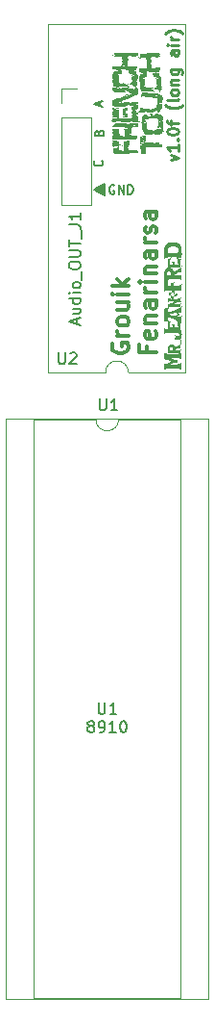
<source format=gbr>
%TF.GenerationSoftware,KiCad,Pcbnew,8.0.3*%
%TF.CreationDate,2024-06-20T16:00:29+02:00*%
%TF.ProjectId,adapter 8913-8910 long board reverse on air,61646170-7465-4722-9038-3931332d3839,rev?*%
%TF.SameCoordinates,Original*%
%TF.FileFunction,Legend,Top*%
%TF.FilePolarity,Positive*%
%FSLAX46Y46*%
G04 Gerber Fmt 4.6, Leading zero omitted, Abs format (unit mm)*
G04 Created by KiCad (PCBNEW 8.0.3) date 2024-06-20 16:00:29*
%MOMM*%
%LPD*%
G01*
G04 APERTURE LIST*
%ADD10C,0.000000*%
%ADD11C,0.200000*%
%ADD12C,0.150000*%
%ADD13C,0.300000*%
%ADD14C,0.250000*%
%ADD15C,0.120000*%
G04 APERTURE END LIST*
D10*
G36*
X176921237Y-82040437D02*
G01*
X176919914Y-82037794D01*
X176922223Y-82036320D01*
X176921237Y-82040437D01*
G37*
G36*
X178023052Y-85516828D02*
G01*
X178039898Y-85531015D01*
X178056572Y-85544428D01*
X178073084Y-85557081D01*
X178089441Y-85568990D01*
X178105651Y-85580170D01*
X178121721Y-85590637D01*
X178137659Y-85600406D01*
X178153409Y-85609492D01*
X178168903Y-85617904D01*
X178184133Y-85625649D01*
X178199092Y-85632735D01*
X178213772Y-85639170D01*
X178228165Y-85644962D01*
X178242264Y-85650118D01*
X178256060Y-85654646D01*
X178262843Y-85656661D01*
X178269548Y-85658493D01*
X178276175Y-85660142D01*
X178282725Y-85661612D01*
X178289198Y-85662903D01*
X178295592Y-85664017D01*
X178301910Y-85664957D01*
X178308150Y-85665725D01*
X178314312Y-85666322D01*
X178320397Y-85666751D01*
X178326405Y-85667013D01*
X178332334Y-85667110D01*
X178338187Y-85667045D01*
X178343962Y-85666818D01*
X178349659Y-85666433D01*
X178355279Y-85665890D01*
X178360790Y-85665193D01*
X178366163Y-85664340D01*
X178371398Y-85663332D01*
X178376497Y-85662170D01*
X178381460Y-85660852D01*
X178386289Y-85659379D01*
X178390983Y-85657751D01*
X178395545Y-85655969D01*
X178399975Y-85654031D01*
X178404274Y-85651938D01*
X178408444Y-85649690D01*
X178412485Y-85647287D01*
X178416397Y-85644729D01*
X178420183Y-85642016D01*
X178423843Y-85639148D01*
X178427378Y-85636125D01*
X178409601Y-85704586D01*
X178401612Y-85736584D01*
X178394305Y-85767094D01*
X178387721Y-85796249D01*
X178381820Y-85824227D01*
X178376539Y-85851089D01*
X178371815Y-85876896D01*
X178369673Y-85889453D01*
X178367702Y-85901824D01*
X178364208Y-85926009D01*
X178361211Y-85949449D01*
X178358586Y-85972146D01*
X178357657Y-85983277D01*
X178356860Y-85994346D01*
X178356202Y-86005353D01*
X178355692Y-86016298D01*
X178355337Y-86027181D01*
X178355144Y-86038002D01*
X178355122Y-86048761D01*
X178355279Y-86059458D01*
X178355399Y-86070155D01*
X178355744Y-86080914D01*
X178356290Y-86091735D01*
X178357015Y-86102618D01*
X178357895Y-86113563D01*
X178358906Y-86124570D01*
X178361232Y-86146771D01*
X178362563Y-86158026D01*
X178364064Y-86169467D01*
X178367516Y-86192907D01*
X178371464Y-86217092D01*
X178375784Y-86242020D01*
X178386285Y-86294689D01*
X178392062Y-86322667D01*
X178398274Y-86351823D01*
X178427378Y-86482791D01*
X178425843Y-86481434D01*
X178424216Y-86480091D01*
X178422499Y-86478760D01*
X178420691Y-86477438D01*
X178418794Y-86476123D01*
X178416809Y-86474815D01*
X178414736Y-86473511D01*
X178412578Y-86472208D01*
X178410334Y-86470905D01*
X178408006Y-86469601D01*
X178403100Y-86466978D01*
X178397869Y-86464325D01*
X178392320Y-86461625D01*
X178386493Y-86458957D01*
X178380424Y-86456405D01*
X178374124Y-86453962D01*
X178367598Y-86451620D01*
X178360856Y-86449371D01*
X178353904Y-86447207D01*
X178346751Y-86445121D01*
X178339404Y-86443104D01*
X178331621Y-86441149D01*
X178323653Y-86439249D01*
X178307158Y-86435580D01*
X178289919Y-86432035D01*
X178271935Y-86428552D01*
X178253207Y-86425203D01*
X178233736Y-86422103D01*
X178213520Y-86419250D01*
X178192560Y-86416646D01*
X178170990Y-86414186D01*
X178148986Y-86411850D01*
X178126611Y-86409762D01*
X178103925Y-86408047D01*
X178080598Y-86406186D01*
X178057209Y-86404574D01*
X178033696Y-86403210D01*
X178009997Y-86402093D01*
X177985947Y-86400832D01*
X177961463Y-86399944D01*
X177936607Y-86399303D01*
X177911440Y-86398786D01*
X177810237Y-86398786D01*
X177784947Y-86399014D01*
X177759718Y-86399613D01*
X177709695Y-86401432D01*
X177660500Y-86403499D01*
X177636119Y-86404688D01*
X177611800Y-86406062D01*
X177588235Y-86407674D01*
X177565167Y-86409535D01*
X177542595Y-86411643D01*
X177520518Y-86414000D01*
X177498949Y-86416583D01*
X177477937Y-86419291D01*
X177437836Y-86424583D01*
X177418478Y-86427177D01*
X177400050Y-86429957D01*
X177382491Y-86432861D01*
X177365737Y-86435828D01*
X177357645Y-86437347D01*
X177349738Y-86438928D01*
X177342018Y-86440572D01*
X177334483Y-86442277D01*
X177327135Y-86444044D01*
X177319973Y-86445873D01*
X177312996Y-86447765D01*
X177306206Y-86449718D01*
X177299881Y-86451704D01*
X177293804Y-86453697D01*
X177287974Y-86455706D01*
X177282393Y-86457738D01*
X177277060Y-86459802D01*
X177271975Y-86461903D01*
X177267139Y-86464052D01*
X177262550Y-86466255D01*
X177260364Y-86467371D01*
X177258270Y-86468486D01*
X177256267Y-86469599D01*
X177254354Y-86470709D01*
X177252530Y-86471816D01*
X177250795Y-86472917D01*
X177249146Y-86474013D01*
X177247584Y-86475102D01*
X177246107Y-86476183D01*
X177244715Y-86477255D01*
X177243406Y-86478318D01*
X177242179Y-86479370D01*
X177241033Y-86480411D01*
X177239968Y-86481438D01*
X177238983Y-86482453D01*
X177238076Y-86483452D01*
X177238076Y-86480807D01*
X177241538Y-86462699D01*
X177244938Y-86443104D01*
X177248215Y-86422020D01*
X177249787Y-86410920D01*
X177251305Y-86399448D01*
X177254168Y-86375862D01*
X177256845Y-86351657D01*
X177259397Y-86326708D01*
X177261888Y-86300890D01*
X177265774Y-86247312D01*
X177267562Y-86219779D01*
X177269164Y-86191749D01*
X177270415Y-86163472D01*
X177271231Y-86135195D01*
X177271676Y-86106917D01*
X177271810Y-86078640D01*
X177271727Y-86022499D01*
X177271531Y-85994645D01*
X177271149Y-85966854D01*
X177271030Y-85953276D01*
X177270694Y-85939837D01*
X177270172Y-85926554D01*
X177269495Y-85913441D01*
X177267800Y-85887789D01*
X177265857Y-85863005D01*
X177264804Y-85850976D01*
X177263635Y-85839203D01*
X177262357Y-85827693D01*
X177260979Y-85816455D01*
X177257950Y-85794823D01*
X177254612Y-85774369D01*
X177252845Y-85764605D01*
X177251015Y-85755166D01*
X177249124Y-85746069D01*
X177247171Y-85737328D01*
X177245155Y-85728959D01*
X177243078Y-85720977D01*
X177240939Y-85713399D01*
X177238737Y-85706239D01*
X177243713Y-85706790D01*
X177248720Y-85707201D01*
X177253755Y-85707472D01*
X177258819Y-85707604D01*
X177263909Y-85707596D01*
X177269026Y-85707449D01*
X177274168Y-85707162D01*
X177279334Y-85706735D01*
X177284524Y-85706170D01*
X177289735Y-85705464D01*
X177294968Y-85704619D01*
X177300222Y-85703635D01*
X177305495Y-85702511D01*
X177310786Y-85701247D01*
X177316094Y-85699844D01*
X177321419Y-85698302D01*
X177332084Y-85694891D01*
X177342741Y-85691108D01*
X177353383Y-85686954D01*
X177364001Y-85682427D01*
X177374588Y-85677528D01*
X177385137Y-85672257D01*
X177395638Y-85666614D01*
X177406086Y-85660599D01*
X177416473Y-85654270D01*
X177426798Y-85647669D01*
X177437061Y-85640774D01*
X177447262Y-85633562D01*
X177457401Y-85626008D01*
X177467478Y-85618090D01*
X177477493Y-85609784D01*
X177487445Y-85601067D01*
X177497245Y-85592294D01*
X177506803Y-85583342D01*
X177516130Y-85574220D01*
X177525231Y-85564935D01*
X177534116Y-85555495D01*
X177542791Y-85545908D01*
X177551265Y-85536181D01*
X177559544Y-85526323D01*
X177550551Y-85544832D01*
X177541923Y-85563643D01*
X177533651Y-85582749D01*
X177525727Y-85602142D01*
X177518145Y-85621814D01*
X177510896Y-85641758D01*
X177503973Y-85661964D01*
X177497367Y-85682427D01*
X177491323Y-85703042D01*
X177485595Y-85723696D01*
X177480194Y-85744365D01*
X177475126Y-85765026D01*
X177470399Y-85785657D01*
X177466020Y-85806233D01*
X177461999Y-85826732D01*
X177458341Y-85847130D01*
X177455055Y-85867594D01*
X177452140Y-85887810D01*
X177449598Y-85907778D01*
X177447427Y-85927497D01*
X177445629Y-85946969D01*
X177444203Y-85966193D01*
X177443148Y-85985168D01*
X177442466Y-86003896D01*
X177442155Y-86022502D01*
X177442208Y-86040627D01*
X177442617Y-86058288D01*
X177443376Y-86075498D01*
X177444475Y-86092275D01*
X177445908Y-86108633D01*
X177447666Y-86124589D01*
X177449742Y-86140156D01*
X177468346Y-86145262D01*
X177485461Y-86149747D01*
X177515227Y-86157354D01*
X177521890Y-86158999D01*
X177528477Y-86160465D01*
X177534970Y-86161761D01*
X177541354Y-86162894D01*
X177547615Y-86163872D01*
X177553736Y-86164702D01*
X177559702Y-86165394D01*
X177565498Y-86165953D01*
X177571421Y-86166326D01*
X177577290Y-86166459D01*
X177583113Y-86166360D01*
X177588897Y-86166036D01*
X177594650Y-86165494D01*
X177600379Y-86164744D01*
X177606093Y-86163792D01*
X177611800Y-86162646D01*
X177617568Y-86161283D01*
X177623468Y-86159680D01*
X177629508Y-86157844D01*
X177635695Y-86155783D01*
X177642037Y-86153506D01*
X177648542Y-86151019D01*
X177655217Y-86148330D01*
X177662070Y-86145448D01*
X177662940Y-86135558D01*
X177663569Y-86125739D01*
X177663966Y-86115996D01*
X177664138Y-86106339D01*
X177664092Y-86096775D01*
X177663838Y-86087312D01*
X177663382Y-86077957D01*
X177662732Y-86068719D01*
X177661924Y-86059603D01*
X177660985Y-86050611D01*
X177659907Y-86041744D01*
X177658681Y-86033000D01*
X177657299Y-86024380D01*
X177655756Y-86015885D01*
X177654041Y-86007513D01*
X177652149Y-85999266D01*
X177650071Y-85991144D01*
X177647808Y-85983153D01*
X177645358Y-85975302D01*
X177642723Y-85967598D01*
X177639901Y-85960050D01*
X177636894Y-85952664D01*
X177633700Y-85945449D01*
X177630321Y-85938412D01*
X177626787Y-85931561D01*
X177623137Y-85924904D01*
X177619379Y-85918448D01*
X177615520Y-85912201D01*
X177611568Y-85906172D01*
X177607531Y-85900367D01*
X177603416Y-85894795D01*
X177599232Y-85889464D01*
X177609557Y-85895452D01*
X177619696Y-85901029D01*
X177629649Y-85906218D01*
X177639416Y-85911044D01*
X177648996Y-85915528D01*
X177658391Y-85919694D01*
X177667600Y-85923566D01*
X177676623Y-85927167D01*
X177685581Y-85930204D01*
X177694585Y-85932862D01*
X177703621Y-85935131D01*
X177708145Y-85936119D01*
X177712672Y-85937006D01*
X177717199Y-85937793D01*
X177721723Y-85938477D01*
X177726244Y-85939060D01*
X177730759Y-85939538D01*
X177735266Y-85939912D01*
X177739763Y-85940180D01*
X177744249Y-85940342D01*
X177748722Y-85940396D01*
X177757774Y-85940211D01*
X177767067Y-85939662D01*
X177776592Y-85938757D01*
X177786342Y-85937502D01*
X177796309Y-85935907D01*
X177806485Y-85933978D01*
X177816863Y-85931724D01*
X177827435Y-85929151D01*
X177838071Y-85926206D01*
X177849150Y-85922826D01*
X177860677Y-85919012D01*
X177872662Y-85914765D01*
X177885112Y-85910083D01*
X177898035Y-85904967D01*
X177911439Y-85899417D01*
X177925331Y-85893433D01*
X177920215Y-85901432D01*
X177915285Y-85909556D01*
X177910541Y-85917803D01*
X177905983Y-85926175D01*
X177901611Y-85934670D01*
X177897426Y-85943290D01*
X177893426Y-85952034D01*
X177889612Y-85960901D01*
X177886016Y-85969830D01*
X177882667Y-85978750D01*
X177879566Y-85987656D01*
X177876714Y-85996537D01*
X177874109Y-86005388D01*
X177871753Y-86014200D01*
X177869644Y-86022966D01*
X177867784Y-86031677D01*
X177866172Y-86040328D01*
X177864807Y-86048917D01*
X177863691Y-86057443D01*
X177862823Y-86065908D01*
X177862203Y-86074310D01*
X177861831Y-86082651D01*
X177861707Y-86090929D01*
X177861831Y-86099146D01*
X177861892Y-86103208D01*
X177862074Y-86107209D01*
X177862372Y-86111150D01*
X177862782Y-86115031D01*
X177863300Y-86118855D01*
X177863924Y-86122621D01*
X177864648Y-86126332D01*
X177865469Y-86129987D01*
X177866383Y-86133587D01*
X177867386Y-86137135D01*
X177868475Y-86140630D01*
X177869644Y-86144074D01*
X177870892Y-86147467D01*
X177872213Y-86150811D01*
X177875060Y-86157354D01*
X177882193Y-86157790D01*
X177889705Y-86158109D01*
X177897605Y-86158320D01*
X177905901Y-86158429D01*
X177914599Y-86158446D01*
X177923708Y-86158378D01*
X177943190Y-86158016D01*
X177953143Y-86157925D01*
X177963158Y-86157664D01*
X177973235Y-86157248D01*
X177983374Y-86156693D01*
X178003838Y-86155225D01*
X178024550Y-86153386D01*
X178064651Y-86149334D01*
X178084174Y-86147153D01*
X178103263Y-86144787D01*
X178112503Y-86143484D01*
X178121371Y-86142058D01*
X178129866Y-86140508D01*
X178137990Y-86138834D01*
X178145741Y-86137035D01*
X178153121Y-86135113D01*
X178160128Y-86133066D01*
X178166763Y-86130896D01*
X178166629Y-86114649D01*
X178166184Y-86097658D01*
X178165827Y-86088883D01*
X178165368Y-86079922D01*
X178164801Y-86070776D01*
X178164117Y-86061443D01*
X178162495Y-86041971D01*
X178160562Y-86022252D01*
X178158257Y-86002284D01*
X178156946Y-85992207D01*
X178155518Y-85982068D01*
X178152294Y-85961480D01*
X178148573Y-85940396D01*
X178144356Y-85918816D01*
X178139643Y-85896740D01*
X178134662Y-85874529D01*
X178129556Y-85852505D01*
X178124202Y-85830604D01*
X178118477Y-85808766D01*
X178112792Y-85786938D01*
X178106736Y-85765109D01*
X178100431Y-85743281D01*
X178094003Y-85721453D01*
X178087440Y-85699883D01*
X178080691Y-85678872D01*
X178073818Y-85658480D01*
X178066883Y-85638771D01*
X178063379Y-85628941D01*
X178059814Y-85619289D01*
X178056186Y-85609808D01*
X178052496Y-85600489D01*
X178048744Y-85591325D01*
X178044931Y-85582309D01*
X178041055Y-85573432D01*
X178037117Y-85564687D01*
X178029190Y-85547707D01*
X178021325Y-85531532D01*
X178013584Y-85516225D01*
X178006029Y-85501849D01*
X178023052Y-85516828D01*
G37*
G36*
X178427657Y-83570259D02*
G01*
X178426013Y-83574826D01*
X178424432Y-83579470D01*
X178422913Y-83584200D01*
X178421455Y-83589023D01*
X178420060Y-83593946D01*
X178418727Y-83598978D01*
X178417456Y-83604127D01*
X178414996Y-83614803D01*
X178413805Y-83620347D01*
X178412660Y-83626037D01*
X178411577Y-83631883D01*
X178410572Y-83637892D01*
X178409660Y-83644071D01*
X178408857Y-83650428D01*
X178407925Y-83656661D01*
X178407110Y-83662955D01*
X178406403Y-83669311D01*
X178405797Y-83675729D01*
X178405285Y-83682210D01*
X178404857Y-83688752D01*
X178404507Y-83695356D01*
X178404227Y-83702022D01*
X178404227Y-83754939D01*
X178404314Y-83761635D01*
X178404557Y-83768323D01*
X178404924Y-83774996D01*
X178405384Y-83781645D01*
X178407534Y-83807856D01*
X178410510Y-83833487D01*
X178413487Y-83858127D01*
X178415471Y-83870188D01*
X178417456Y-83881691D01*
X178421424Y-83903768D01*
X178423409Y-83913948D01*
X178425393Y-83923694D01*
X178427378Y-83933068D01*
X178429362Y-83942132D01*
X178400330Y-83944716D01*
X178372725Y-83947424D01*
X178321544Y-83952716D01*
X178297494Y-83955310D01*
X178274002Y-83958090D01*
X178251130Y-83960995D01*
X178228940Y-83963961D01*
X178207474Y-83967061D01*
X178186690Y-83970410D01*
X178166525Y-83974006D01*
X178146919Y-83977851D01*
X178127685Y-83981954D01*
X178108638Y-83986367D01*
X178099164Y-83988710D01*
X178089714Y-83991153D01*
X178080279Y-83993704D01*
X178070852Y-83996372D01*
X178052011Y-84001974D01*
X178042609Y-84004906D01*
X178033231Y-84007947D01*
X178023884Y-84011113D01*
X178014576Y-84014417D01*
X178005315Y-84017877D01*
X177996107Y-84021507D01*
X177986648Y-84025321D01*
X177977111Y-84029320D01*
X177967481Y-84033506D01*
X177957742Y-84037878D01*
X177947880Y-84042436D01*
X177937878Y-84047180D01*
X177917393Y-84057226D01*
X177896578Y-84068006D01*
X177874895Y-84079467D01*
X177852467Y-84091549D01*
X177829420Y-84104189D01*
X177817637Y-84110792D01*
X177805607Y-84117698D01*
X177780802Y-84132384D01*
X177755005Y-84148187D01*
X177728216Y-84165043D01*
X177811560Y-84161571D01*
X177886966Y-84159091D01*
X177955262Y-84156445D01*
X177986867Y-84155184D01*
X178016612Y-84153799D01*
X178045127Y-84152290D01*
X178072092Y-84150657D01*
X178097444Y-84148776D01*
X178109497Y-84147703D01*
X178121123Y-84146523D01*
X178143840Y-84144414D01*
X178165440Y-84142058D01*
X178186049Y-84139453D01*
X178205789Y-84136601D01*
X178224538Y-84134006D01*
X178242170Y-84131226D01*
X178258809Y-84128322D01*
X178274581Y-84125356D01*
X178282180Y-84123806D01*
X178289609Y-84122131D01*
X178296882Y-84120333D01*
X178304016Y-84118411D01*
X178311026Y-84116364D01*
X178317927Y-84114194D01*
X178324736Y-84111899D01*
X178331467Y-84109481D01*
X178337885Y-84106970D01*
X178344241Y-84104396D01*
X178350535Y-84101761D01*
X178356767Y-84099063D01*
X178362937Y-84096304D01*
X178369046Y-84093482D01*
X178375092Y-84090598D01*
X178381076Y-84087653D01*
X178387030Y-84084614D01*
X178392992Y-84081452D01*
X178398970Y-84078165D01*
X178404971Y-84074754D01*
X178411003Y-84071220D01*
X178417074Y-84067561D01*
X178423191Y-84063778D01*
X178429362Y-84059872D01*
X178424775Y-84069916D01*
X178420443Y-84080201D01*
X178416375Y-84090719D01*
X178412578Y-84101461D01*
X178409060Y-84112420D01*
X178405829Y-84123589D01*
X178402892Y-84134959D01*
X178400258Y-84146523D01*
X178397961Y-84158244D01*
X178396021Y-84170098D01*
X178394421Y-84182090D01*
X178393147Y-84194230D01*
X178392184Y-84206526D01*
X178391514Y-84218983D01*
X178391124Y-84231612D01*
X178390998Y-84244419D01*
X178391151Y-84257351D01*
X178391608Y-84270360D01*
X178392358Y-84283463D01*
X178393396Y-84296674D01*
X178394712Y-84310009D01*
X178396300Y-84323484D01*
X178398151Y-84337113D01*
X178400258Y-84350914D01*
X178402865Y-84364586D01*
X178405736Y-84378313D01*
X178408886Y-84392086D01*
X178412330Y-84405897D01*
X178416084Y-84419740D01*
X178420164Y-84433606D01*
X178424585Y-84447488D01*
X178429362Y-84461377D01*
X178427974Y-84460020D01*
X178426537Y-84458677D01*
X178425047Y-84457345D01*
X178423502Y-84456023D01*
X178421899Y-84454709D01*
X178420235Y-84453401D01*
X178418507Y-84452096D01*
X178416712Y-84450794D01*
X178414847Y-84449491D01*
X178412910Y-84448187D01*
X178410897Y-84446878D01*
X178408805Y-84445564D01*
X178406633Y-84444242D01*
X178404375Y-84442911D01*
X178399597Y-84440210D01*
X178397202Y-84438861D01*
X178394731Y-84437541D01*
X178389571Y-84434981D01*
X178384132Y-84432513D01*
X178378430Y-84430123D01*
X178372479Y-84427795D01*
X178366296Y-84425514D01*
X178359896Y-84423263D01*
X178353294Y-84421028D01*
X178346474Y-84418825D01*
X178339414Y-84416677D01*
X178332121Y-84414575D01*
X178324604Y-84412512D01*
X178308925Y-84408471D01*
X178292440Y-84404492D01*
X178283914Y-84402538D01*
X178275201Y-84400647D01*
X178266302Y-84398817D01*
X178257218Y-84397050D01*
X178238490Y-84393701D01*
X178219018Y-84390601D01*
X178198916Y-84387738D01*
X178178256Y-84385061D01*
X178156976Y-84382508D01*
X178135013Y-84380017D01*
X178044393Y-84372079D01*
X178021046Y-84370323D01*
X177997512Y-84368938D01*
X177973607Y-84367801D01*
X177949143Y-84366788D01*
X177924721Y-84365920D01*
X177900113Y-84365300D01*
X177875380Y-84364927D01*
X177850586Y-84364803D01*
X177800977Y-84364886D01*
X177776172Y-84365083D01*
X177751367Y-84365465D01*
X177738995Y-84365553D01*
X177726676Y-84365796D01*
X177702171Y-84366623D01*
X177653472Y-84368773D01*
X177629783Y-84370282D01*
X177606343Y-84371915D01*
X177583150Y-84373796D01*
X177560206Y-84376049D01*
X177548886Y-84377100D01*
X177537737Y-84378260D01*
X177515888Y-84380844D01*
X177494535Y-84383676D01*
X177473555Y-84386633D01*
X177453463Y-84389733D01*
X177433867Y-84393081D01*
X177414768Y-84396678D01*
X177396164Y-84400523D01*
X177378295Y-84404502D01*
X177361355Y-84408543D01*
X177345284Y-84412708D01*
X177337554Y-84414857D01*
X177330018Y-84417060D01*
X177322671Y-84419323D01*
X177315518Y-84421648D01*
X177308566Y-84424036D01*
X177301824Y-84426485D01*
X177295298Y-84428997D01*
X177288998Y-84431570D01*
X177282930Y-84434206D01*
X177277102Y-84436903D01*
X177271304Y-84439663D01*
X177265816Y-84442484D01*
X177260638Y-84445368D01*
X177255770Y-84448314D01*
X177251212Y-84451321D01*
X177249049Y-84452848D01*
X177246964Y-84454391D01*
X177244956Y-84455949D01*
X177243026Y-84457522D01*
X177241174Y-84459111D01*
X177239399Y-84460716D01*
X177238076Y-84461374D01*
X177241889Y-84448353D01*
X177245393Y-84435588D01*
X177248587Y-84423086D01*
X177251470Y-84410856D01*
X177254044Y-84398904D01*
X177256307Y-84387239D01*
X177258261Y-84375869D01*
X177259904Y-84364802D01*
X177261298Y-84353730D01*
X177262498Y-84342829D01*
X177263497Y-84332083D01*
X177264286Y-84321476D01*
X177264858Y-84310993D01*
X177265206Y-84300619D01*
X177265321Y-84290338D01*
X177265196Y-84280135D01*
X177265044Y-84270213D01*
X177264606Y-84260291D01*
X177263905Y-84250369D01*
X177262963Y-84240447D01*
X177261804Y-84230526D01*
X177260452Y-84220604D01*
X177258928Y-84210682D01*
X177257258Y-84200760D01*
X177255430Y-84190805D01*
X177253424Y-84180772D01*
X177251247Y-84170646D01*
X177248907Y-84160411D01*
X177246412Y-84150053D01*
X177243770Y-84139555D01*
X177238076Y-84118078D01*
X177246724Y-84118978D01*
X177255294Y-84119701D01*
X177263772Y-84120252D01*
X177272141Y-84120641D01*
X177280386Y-84120875D01*
X177288491Y-84120961D01*
X177296442Y-84120909D01*
X177304222Y-84120724D01*
X177312131Y-84120605D01*
X177319993Y-84120269D01*
X177327825Y-84119747D01*
X177335641Y-84119070D01*
X177343457Y-84118269D01*
X177351288Y-84117375D01*
X177367060Y-84115432D01*
X177374968Y-84114348D01*
X177382821Y-84113086D01*
X177390628Y-84111653D01*
X177398397Y-84110058D01*
X177406134Y-84108307D01*
X177413848Y-84106409D01*
X177421546Y-84104372D01*
X177429237Y-84102203D01*
X177436960Y-84099907D01*
X177444761Y-84097480D01*
X177452654Y-84094913D01*
X177460656Y-84092199D01*
X177468783Y-84089329D01*
X177477048Y-84086297D01*
X177485469Y-84083095D01*
X177494060Y-84079714D01*
X177502556Y-84076149D01*
X177511175Y-84072407D01*
X177519919Y-84068494D01*
X177528787Y-84064418D01*
X177546894Y-84055808D01*
X177565498Y-84046641D01*
X177575016Y-84041804D01*
X177584721Y-84036719D01*
X177594612Y-84031386D01*
X177604689Y-84025805D01*
X177614952Y-84019976D01*
X177625401Y-84013899D01*
X177636036Y-84007573D01*
X177646857Y-84001000D01*
X177669057Y-83987626D01*
X177692001Y-83973384D01*
X177715690Y-83958398D01*
X177740123Y-83942792D01*
X177765547Y-83925915D01*
X177792212Y-83907983D01*
X177820118Y-83888935D01*
X177849263Y-83868708D01*
X177792719Y-83868946D01*
X177738221Y-83869618D01*
X177685831Y-83870662D01*
X177635612Y-83872016D01*
X177611336Y-83873133D01*
X177587625Y-83874507D01*
X177564489Y-83876144D01*
X177541933Y-83878052D01*
X177519967Y-83880239D01*
X177498597Y-83882713D01*
X177477832Y-83885481D01*
X177457680Y-83888552D01*
X177438208Y-83891991D01*
X177419481Y-83895849D01*
X177401497Y-83900110D01*
X177384258Y-83904758D01*
X177367763Y-83909778D01*
X177352012Y-83915155D01*
X177337005Y-83920874D01*
X177322742Y-83926917D01*
X177315905Y-83930095D01*
X177309284Y-83933427D01*
X177302879Y-83936912D01*
X177296687Y-83940549D01*
X177290709Y-83944338D01*
X177284942Y-83948276D01*
X177279387Y-83952364D01*
X177274042Y-83956600D01*
X177268907Y-83960983D01*
X177263980Y-83965513D01*
X177259260Y-83970188D01*
X177254746Y-83975007D01*
X177250438Y-83979970D01*
X177246335Y-83985075D01*
X177242435Y-83990321D01*
X177238737Y-83995709D01*
X177241590Y-83984703D01*
X177244194Y-83973519D01*
X177246551Y-83962164D01*
X177248659Y-83950647D01*
X177250519Y-83938974D01*
X177252132Y-83927155D01*
X177253496Y-83915195D01*
X177254612Y-83903104D01*
X177255513Y-83890860D01*
X177256235Y-83878445D01*
X177256786Y-83865874D01*
X177257175Y-83853164D01*
X177257409Y-83840331D01*
X177257496Y-83827388D01*
X177257258Y-83801240D01*
X177257138Y-83787812D01*
X177256793Y-83774306D01*
X177256246Y-83760708D01*
X177255522Y-83747000D01*
X177253630Y-83719199D01*
X177251305Y-83690776D01*
X177248700Y-83661879D01*
X177245848Y-83632733D01*
X177242747Y-83603340D01*
X177239399Y-83573699D01*
X177244235Y-83577170D01*
X177249320Y-83580633D01*
X177254653Y-83584082D01*
X177260234Y-83587507D01*
X177266064Y-83590900D01*
X177272141Y-83594256D01*
X177278466Y-83597564D01*
X177285039Y-83600819D01*
X177291610Y-83604012D01*
X177298413Y-83607144D01*
X177305433Y-83610213D01*
X177312655Y-83613221D01*
X177320063Y-83616166D01*
X177327641Y-83619050D01*
X177335375Y-83621871D01*
X177343247Y-83624631D01*
X177351467Y-83627299D01*
X177359763Y-83629850D01*
X177368153Y-83632293D01*
X177376651Y-83634635D01*
X177385273Y-83636885D01*
X177394035Y-83639049D01*
X177402952Y-83641135D01*
X177412039Y-83643152D01*
X177430643Y-83646997D01*
X177449742Y-83650593D01*
X177469338Y-83653942D01*
X177489430Y-83657043D01*
X177510007Y-83659905D01*
X177531019Y-83662582D01*
X177574096Y-83667626D01*
X177618331Y-83671512D01*
X177640976Y-83673300D01*
X177664055Y-83674902D01*
X177687268Y-83676163D01*
X177710357Y-83677052D01*
X177733446Y-83677693D01*
X177756659Y-83678209D01*
X177803292Y-83678127D01*
X177826608Y-83677930D01*
X177849924Y-83677548D01*
X177896888Y-83675481D01*
X177920432Y-83674292D01*
X177943852Y-83672918D01*
X177967137Y-83671409D01*
X177990236Y-83669776D01*
X178012964Y-83667895D01*
X178024130Y-83666823D01*
X178035133Y-83665642D01*
X178057230Y-83663544D01*
X178078954Y-83661260D01*
X178121784Y-83656381D01*
X178132171Y-83655080D01*
X178142496Y-83653663D01*
X178162959Y-83650511D01*
X178183175Y-83646987D01*
X178203143Y-83643152D01*
X178222522Y-83639173D01*
X178241094Y-83635132D01*
X178259047Y-83630967D01*
X178276565Y-83626616D01*
X178293174Y-83622141D01*
X178309224Y-83617604D01*
X178324655Y-83612942D01*
X178332118Y-83610546D01*
X178339404Y-83608095D01*
X178353418Y-83603134D01*
X178366689Y-83598173D01*
X178379215Y-83593212D01*
X178390997Y-83588251D01*
X178396580Y-83585521D01*
X178401922Y-83582784D01*
X178407031Y-83580031D01*
X178411916Y-83577254D01*
X178416584Y-83574447D01*
X178421042Y-83571601D01*
X178425299Y-83568708D01*
X178429362Y-83565762D01*
X178427657Y-83570259D01*
G37*
G36*
X178493410Y-80782913D02*
G01*
X178484180Y-80829225D01*
X178475819Y-80872933D01*
X178468388Y-80913974D01*
X178465100Y-80933944D01*
X178462177Y-80953672D01*
X178459610Y-80973169D01*
X178457391Y-80992440D01*
X178455514Y-81011495D01*
X178453970Y-81030340D01*
X178452752Y-81048984D01*
X178451852Y-81067434D01*
X178451544Y-81085760D01*
X178451624Y-81104031D01*
X178452107Y-81122256D01*
X178453009Y-81140442D01*
X178454345Y-81158597D01*
X178456130Y-81176729D01*
X178458381Y-81194845D01*
X178461112Y-81212954D01*
X178464368Y-81231187D01*
X178468181Y-81249675D01*
X178472553Y-81268427D01*
X178477483Y-81287451D01*
X178482971Y-81306753D01*
X178489017Y-81326343D01*
X178495622Y-81346226D01*
X178502784Y-81366413D01*
X178498668Y-81363250D01*
X178494504Y-81360209D01*
X178490292Y-81357288D01*
X178486030Y-81354486D01*
X178481718Y-81351800D01*
X178477355Y-81349228D01*
X178472940Y-81346768D01*
X178468471Y-81344419D01*
X178463948Y-81342179D01*
X178459369Y-81340045D01*
X178454735Y-81338016D01*
X178450043Y-81336089D01*
X178445293Y-81334263D01*
X178440484Y-81332536D01*
X178435615Y-81330906D01*
X178430685Y-81329371D01*
X178425708Y-81327945D01*
X178420701Y-81326640D01*
X178415663Y-81325456D01*
X178410593Y-81324390D01*
X178405493Y-81323440D01*
X178400361Y-81322605D01*
X178395199Y-81321881D01*
X178390005Y-81321269D01*
X178384781Y-81320765D01*
X178379525Y-81320367D01*
X178368921Y-81319884D01*
X178358193Y-81319803D01*
X178347341Y-81320111D01*
X178336335Y-81320822D01*
X178325151Y-81321951D01*
X178313797Y-81323483D01*
X178302279Y-81325403D01*
X178290607Y-81327695D01*
X178278787Y-81330343D01*
X178266828Y-81333333D01*
X178254737Y-81336648D01*
X178242583Y-81340243D01*
X178230428Y-81344079D01*
X178218274Y-81348147D01*
X178206120Y-81352440D01*
X178193966Y-81356950D01*
X178181811Y-81361669D01*
X178169657Y-81366590D01*
X178157503Y-81371705D01*
X178145348Y-81377007D01*
X178133194Y-81382495D01*
X178121040Y-81388169D01*
X178108885Y-81394029D01*
X178096731Y-81400075D01*
X178084577Y-81406307D01*
X178072423Y-81412726D01*
X178060268Y-81419330D01*
X178048175Y-81426088D01*
X178036198Y-81432962D01*
X178024329Y-81439945D01*
X178012561Y-81447028D01*
X177989296Y-81461467D01*
X177966341Y-81476215D01*
X177943883Y-81491098D01*
X177922106Y-81505981D01*
X177900950Y-81520864D01*
X177880352Y-81535747D01*
X177870307Y-81542939D01*
X177860518Y-81550123D01*
X177850993Y-81557292D01*
X177841739Y-81564438D01*
X177832764Y-81571552D01*
X177824076Y-81578628D01*
X177815682Y-81585657D01*
X177807591Y-81592632D01*
X177830897Y-81592870D01*
X177854141Y-81593541D01*
X177877261Y-81594585D01*
X177900195Y-81595939D01*
X177923522Y-81597707D01*
X177946911Y-81599164D01*
X177994122Y-81601892D01*
X178088050Y-81606523D01*
X178111356Y-81607380D01*
X178134600Y-81607928D01*
X178157720Y-81608103D01*
X178180654Y-81607845D01*
X178192250Y-81607535D01*
X178203722Y-81607101D01*
X178215070Y-81606543D01*
X178226294Y-81605861D01*
X178237394Y-81605055D01*
X178248370Y-81604125D01*
X178259222Y-81603070D01*
X178269950Y-81601892D01*
X178280615Y-81600587D01*
X178291272Y-81599143D01*
X178301914Y-81597544D01*
X178312532Y-81595774D01*
X178323119Y-81593818D01*
X178333668Y-81591660D01*
X178344170Y-81589286D01*
X178354617Y-81586679D01*
X178364972Y-81583855D01*
X178375195Y-81580829D01*
X178385278Y-81577586D01*
X178395214Y-81574111D01*
X178404995Y-81570388D01*
X178414614Y-81566401D01*
X178424061Y-81562135D01*
X178433331Y-81557575D01*
X178442446Y-81552767D01*
X178451438Y-81547766D01*
X178460306Y-81542564D01*
X178469050Y-81537152D01*
X178477669Y-81531523D01*
X178486165Y-81525669D01*
X178494536Y-81519583D01*
X178502784Y-81513257D01*
X178497058Y-81532739D01*
X178491704Y-81551539D01*
X178481617Y-81587340D01*
X178477287Y-81604559D01*
X178473266Y-81621405D01*
X178469618Y-81637756D01*
X178466404Y-81653486D01*
X178463562Y-81669123D01*
X178461029Y-81684327D01*
X178459899Y-81691785D01*
X178458869Y-81699158D01*
X178457948Y-81706453D01*
X178457143Y-81713679D01*
X178456243Y-81720871D01*
X178455521Y-81728055D01*
X178454969Y-81735224D01*
X178454580Y-81742370D01*
X178454346Y-81749485D01*
X178454260Y-81756560D01*
X178454313Y-81763590D01*
X178454497Y-81770565D01*
X178454805Y-81777540D01*
X178455221Y-81784569D01*
X178456316Y-81798759D01*
X178457660Y-81813074D01*
X178459128Y-81827450D01*
X178463262Y-81857216D01*
X178465639Y-81872842D01*
X178466959Y-81880842D01*
X178468388Y-81888965D01*
X178471489Y-81905585D01*
X178474837Y-81922700D01*
X178478434Y-81940311D01*
X178482279Y-81958419D01*
X178486495Y-81977147D01*
X178491208Y-81996618D01*
X178496417Y-82016834D01*
X178502122Y-82037794D01*
X178500952Y-82035810D01*
X178499674Y-82033828D01*
X178498290Y-82031849D01*
X178496800Y-82029877D01*
X178495205Y-82027912D01*
X178493506Y-82025957D01*
X178491705Y-82024014D01*
X178489803Y-82022084D01*
X178487799Y-82020170D01*
X178485696Y-82018273D01*
X178483493Y-82016395D01*
X178481193Y-82014539D01*
X178478796Y-82012706D01*
X178476303Y-82010899D01*
X178473716Y-82009118D01*
X178471034Y-82007367D01*
X178465391Y-82003925D01*
X178459376Y-82000546D01*
X178452988Y-81997228D01*
X178446229Y-81993972D01*
X178439098Y-81990779D01*
X178431594Y-81987647D01*
X178423719Y-81984578D01*
X178415471Y-81981570D01*
X178406883Y-81978624D01*
X178397984Y-81975741D01*
X178388775Y-81972919D01*
X178379256Y-81970160D01*
X178369428Y-81967462D01*
X178359289Y-81964827D01*
X178348840Y-81962253D01*
X178338081Y-81959742D01*
X178327045Y-81957104D01*
X178315777Y-81954636D01*
X178304292Y-81952323D01*
X178292605Y-81950150D01*
X178280733Y-81948101D01*
X178268689Y-81946161D01*
X178244153Y-81942544D01*
X178218749Y-81939185D01*
X178192229Y-81936012D01*
X178164717Y-81932963D01*
X178136336Y-81929976D01*
X178107211Y-81927134D01*
X178077466Y-81924601D01*
X178047225Y-81922441D01*
X178016612Y-81920715D01*
X177985596Y-81918969D01*
X177954021Y-81917656D01*
X177921827Y-81916716D01*
X177888951Y-81916085D01*
X177855816Y-81915713D01*
X177822805Y-81915589D01*
X177789794Y-81915713D01*
X177756659Y-81916085D01*
X177723410Y-81916695D01*
X177690100Y-81917491D01*
X177623044Y-81919393D01*
X177589537Y-81920509D01*
X177556402Y-81921873D01*
X177523515Y-81923485D01*
X177490753Y-81925346D01*
X177458641Y-81927464D01*
X177426839Y-81929893D01*
X177395410Y-81932694D01*
X177364414Y-81935929D01*
X177333987Y-81939426D01*
X177303973Y-81942875D01*
X177246013Y-81949820D01*
X177218118Y-81953530D01*
X177191029Y-81957674D01*
X177164809Y-81962191D01*
X177139518Y-81967018D01*
X177091811Y-81977601D01*
X177069290Y-81982831D01*
X177047576Y-81988185D01*
X177027349Y-81993662D01*
X177017682Y-81996440D01*
X177008301Y-81999264D01*
X176999200Y-82002150D01*
X176990370Y-82005114D01*
X176981803Y-82008170D01*
X176973492Y-82011335D01*
X176965493Y-82014561D01*
X176957865Y-82017795D01*
X176950610Y-82021044D01*
X176943727Y-82024317D01*
X176937215Y-82027620D01*
X176931076Y-82030962D01*
X176925309Y-82034351D01*
X176922223Y-82036320D01*
X176924556Y-82026580D01*
X176927573Y-82012801D01*
X176930295Y-81999114D01*
X176932730Y-81985536D01*
X176934886Y-81972082D01*
X176936771Y-81958768D01*
X176938392Y-81945608D01*
X176939758Y-81932620D01*
X176941990Y-81906554D01*
X176943727Y-81880861D01*
X176944967Y-81855415D01*
X176945711Y-81830093D01*
X176945895Y-81817753D01*
X176945939Y-81805537D01*
X176945827Y-81793444D01*
X176945546Y-81781476D01*
X176945078Y-81769632D01*
X176944409Y-81757911D01*
X176943523Y-81746315D01*
X176942404Y-81734843D01*
X176933143Y-81644223D01*
X176930787Y-81621651D01*
X176928679Y-81599575D01*
X176926818Y-81577995D01*
X176925206Y-81556911D01*
X176924274Y-81546492D01*
X176923459Y-81536065D01*
X176922147Y-81515156D01*
X176921206Y-81494124D01*
X176920895Y-81483635D01*
X177187123Y-81483635D01*
X177187200Y-81492212D01*
X177187557Y-81500946D01*
X177188193Y-81509839D01*
X177189107Y-81518892D01*
X177190301Y-81528105D01*
X177191774Y-81537481D01*
X177193526Y-81547019D01*
X177195556Y-81556721D01*
X177197866Y-81566588D01*
X177200455Y-81576621D01*
X177203323Y-81586820D01*
X177206471Y-81597187D01*
X177209897Y-81607722D01*
X177213602Y-81618427D01*
X177213602Y-81617104D01*
X177223863Y-81619243D01*
X177233807Y-81621197D01*
X177243426Y-81622964D01*
X177252711Y-81624545D01*
X177261654Y-81625941D01*
X177270249Y-81627150D01*
X177278488Y-81628173D01*
X177286362Y-81629010D01*
X177302237Y-81629868D01*
X177310175Y-81630184D01*
X177318112Y-81630415D01*
X177326050Y-81630554D01*
X177333987Y-81630591D01*
X177341925Y-81630520D01*
X177349862Y-81630333D01*
X177358142Y-81629993D01*
X177366616Y-81629475D01*
X177375291Y-81628786D01*
X177384175Y-81627935D01*
X177393277Y-81626928D01*
X177402603Y-81625775D01*
X177412162Y-81624482D01*
X177421961Y-81623057D01*
X177466114Y-81616442D01*
X177491538Y-81612453D01*
X177519196Y-81607843D01*
X177526110Y-81585616D01*
X177531970Y-81564094D01*
X177536776Y-81543300D01*
X177540528Y-81523259D01*
X177542008Y-81513527D01*
X177543225Y-81503993D01*
X177544179Y-81494658D01*
X177544868Y-81485525D01*
X177545295Y-81476598D01*
X177545458Y-81467879D01*
X177545357Y-81459371D01*
X177544992Y-81451078D01*
X177543471Y-81434831D01*
X177542495Y-81426986D01*
X177541375Y-81419328D01*
X177540107Y-81411855D01*
X177538691Y-81404569D01*
X177537122Y-81397469D01*
X177535401Y-81390554D01*
X177533525Y-81383826D01*
X177531492Y-81377284D01*
X177529300Y-81370928D01*
X177526947Y-81364758D01*
X177524431Y-81358774D01*
X177521751Y-81352976D01*
X177518904Y-81347364D01*
X177515888Y-81341938D01*
X177512733Y-81336690D01*
X177509468Y-81331614D01*
X177506089Y-81326711D01*
X177502597Y-81321980D01*
X177498989Y-81317425D01*
X177495262Y-81313044D01*
X177491415Y-81308840D01*
X177487446Y-81304813D01*
X177483353Y-81300965D01*
X177479133Y-81297296D01*
X177474787Y-81293807D01*
X177470310Y-81290499D01*
X177465701Y-81287373D01*
X177460959Y-81284431D01*
X177456081Y-81281672D01*
X177451065Y-81279099D01*
X177445965Y-81276704D01*
X177440835Y-81274480D01*
X177435675Y-81272429D01*
X177430488Y-81270552D01*
X177425273Y-81268849D01*
X177420032Y-81267321D01*
X177414766Y-81265969D01*
X177409476Y-81264795D01*
X177404163Y-81263799D01*
X177398827Y-81262983D01*
X177393470Y-81262346D01*
X177388093Y-81261891D01*
X177382696Y-81261618D01*
X177377281Y-81261528D01*
X177371848Y-81261622D01*
X177366399Y-81261901D01*
X177360957Y-81262235D01*
X177355547Y-81262739D01*
X177350167Y-81263413D01*
X177344819Y-81264258D01*
X177339501Y-81265273D01*
X177334215Y-81266459D01*
X177328959Y-81267816D01*
X177323735Y-81269343D01*
X177318541Y-81271040D01*
X177313379Y-81272908D01*
X177308247Y-81274947D01*
X177303147Y-81277156D01*
X177298077Y-81279536D01*
X177293039Y-81282086D01*
X177288031Y-81284807D01*
X177283055Y-81287698D01*
X177278156Y-81290644D01*
X177273379Y-81293774D01*
X177268722Y-81297089D01*
X177264183Y-81300586D01*
X177259760Y-81304266D01*
X177255452Y-81308127D01*
X177251256Y-81312168D01*
X177247171Y-81316389D01*
X177243194Y-81320788D01*
X177239324Y-81325364D01*
X177235558Y-81330116D01*
X177231895Y-81335044D01*
X177228333Y-81340146D01*
X177224870Y-81345422D01*
X177221504Y-81350870D01*
X177218232Y-81356490D01*
X177215093Y-81362265D01*
X177212123Y-81368181D01*
X177209321Y-81374241D01*
X177206688Y-81380447D01*
X177204221Y-81386799D01*
X177201919Y-81393301D01*
X177199782Y-81399954D01*
X177197810Y-81406760D01*
X177195999Y-81413721D01*
X177194351Y-81420839D01*
X177192864Y-81428116D01*
X177191536Y-81435554D01*
X177190367Y-81443155D01*
X177189357Y-81450920D01*
X177188503Y-81458852D01*
X177187805Y-81466953D01*
X177187324Y-81475216D01*
X177187123Y-81483635D01*
X176920895Y-81483635D01*
X176920576Y-81472906D01*
X176920392Y-81462486D01*
X176920348Y-81452059D01*
X176920459Y-81441617D01*
X176920741Y-81431151D01*
X176921209Y-81420655D01*
X176921878Y-81410119D01*
X176922764Y-81399537D01*
X176923883Y-81388900D01*
X176925218Y-81378481D01*
X176926746Y-81368054D01*
X176928476Y-81357612D01*
X176930415Y-81347146D01*
X176932571Y-81336649D01*
X176934952Y-81326114D01*
X176937566Y-81315531D01*
X176940419Y-81304895D01*
X176948167Y-81281423D01*
X176956512Y-81258634D01*
X176965430Y-81236527D01*
X176974898Y-81215102D01*
X176984894Y-81194359D01*
X176995393Y-81174298D01*
X177006373Y-81154919D01*
X177017810Y-81136222D01*
X177023810Y-81127145D01*
X177029901Y-81118267D01*
X177036084Y-81109587D01*
X177042356Y-81101103D01*
X177048718Y-81092812D01*
X177055168Y-81084714D01*
X177061706Y-81076805D01*
X177068329Y-81069084D01*
X177075038Y-81061549D01*
X177081831Y-81054199D01*
X177088707Y-81047030D01*
X177095666Y-81040042D01*
X177102706Y-81033232D01*
X177109826Y-81026599D01*
X177117026Y-81020139D01*
X177124305Y-81013853D01*
X177131777Y-81007861D01*
X177139313Y-81002042D01*
X177146913Y-80996397D01*
X177154577Y-80990929D01*
X177162307Y-80985639D01*
X177170104Y-80980529D01*
X177177969Y-80975602D01*
X177185903Y-80970858D01*
X177193907Y-80966300D01*
X177201981Y-80961931D01*
X177210127Y-80957751D01*
X177218346Y-80953763D01*
X177226638Y-80949969D01*
X177235005Y-80946371D01*
X177243447Y-80942970D01*
X177251966Y-80939769D01*
X177260524Y-80936646D01*
X177269082Y-80933723D01*
X177277639Y-80931003D01*
X177286197Y-80928483D01*
X177294754Y-80926166D01*
X177303312Y-80924050D01*
X177311870Y-80922135D01*
X177320427Y-80920422D01*
X177328985Y-80918910D01*
X177337543Y-80917600D01*
X177346100Y-80916492D01*
X177354658Y-80915585D01*
X177363215Y-80914879D01*
X177371773Y-80914376D01*
X177380331Y-80914073D01*
X177388888Y-80913972D01*
X177397430Y-80914065D01*
X177405943Y-80914343D01*
X177414426Y-80914805D01*
X177422881Y-80915450D01*
X177431309Y-80916278D01*
X177439711Y-80917286D01*
X177448087Y-80918475D01*
X177456440Y-80919843D01*
X177473076Y-80923113D01*
X177489626Y-80927088D01*
X177506099Y-80931761D01*
X177522503Y-80937124D01*
X177530525Y-80940077D01*
X177538470Y-80943231D01*
X177546334Y-80946584D01*
X177554118Y-80950136D01*
X177561821Y-80953886D01*
X177569442Y-80957832D01*
X177576979Y-80961974D01*
X177584432Y-80966311D01*
X177591799Y-80970842D01*
X177599081Y-80975565D01*
X177606275Y-80980480D01*
X177613381Y-80985587D01*
X177620398Y-80990883D01*
X177627325Y-80996368D01*
X177634160Y-81002041D01*
X177640904Y-81007901D01*
X177647547Y-81013955D01*
X177654080Y-81020210D01*
X177660503Y-81026667D01*
X177666814Y-81033325D01*
X177673013Y-81040185D01*
X177679099Y-81047247D01*
X177685071Y-81054510D01*
X177690927Y-81061975D01*
X177696666Y-81069641D01*
X177702289Y-81077509D01*
X177707793Y-81085578D01*
X177713178Y-81093849D01*
X177718443Y-81102321D01*
X177723587Y-81110995D01*
X177728609Y-81119871D01*
X177733508Y-81128948D01*
X177738376Y-81138219D01*
X177743058Y-81147676D01*
X177747554Y-81157318D01*
X177751863Y-81167147D01*
X177755987Y-81177162D01*
X177759925Y-81187363D01*
X177763677Y-81197750D01*
X177767242Y-81208323D01*
X177770622Y-81219082D01*
X177773816Y-81230027D01*
X177776823Y-81241158D01*
X177779645Y-81252475D01*
X177782280Y-81263979D01*
X177784730Y-81275668D01*
X177786993Y-81287543D01*
X177789070Y-81299604D01*
X177825554Y-81274655D01*
X177860673Y-81251318D01*
X177894552Y-81229469D01*
X177927315Y-81208985D01*
X177958672Y-81189513D01*
X177989162Y-81170785D01*
X178047039Y-81135563D01*
X178150227Y-81072724D01*
X178173667Y-81058348D01*
X178196363Y-81044034D01*
X178218316Y-81029843D01*
X178239524Y-81015839D01*
X178249878Y-81008864D01*
X178260101Y-81001835D01*
X178270185Y-80994759D01*
X178280121Y-80987644D01*
X178289902Y-80980499D01*
X178299520Y-80973330D01*
X178308968Y-80966146D01*
X178318237Y-80958953D01*
X178327353Y-80951668D01*
X178336345Y-80944205D01*
X178345212Y-80936571D01*
X178353956Y-80928774D01*
X178362576Y-80920823D01*
X178371071Y-80912724D01*
X178379443Y-80904485D01*
X178387690Y-80896115D01*
X178395814Y-80887588D01*
X178403813Y-80878876D01*
X178411689Y-80869977D01*
X178419440Y-80860892D01*
X178427068Y-80851622D01*
X178434571Y-80842165D01*
X178441950Y-80832522D01*
X178449206Y-80822693D01*
X178456366Y-80812645D01*
X178463448Y-80802333D01*
X178470437Y-80791742D01*
X178477318Y-80780857D01*
X178484075Y-80769661D01*
X178490692Y-80758140D01*
X178497154Y-80746277D01*
X178503445Y-80734058D01*
X178493410Y-80782913D01*
G37*
G36*
X177696466Y-78680889D02*
G01*
X177726356Y-78680581D01*
X177755502Y-78680662D01*
X177783903Y-78681145D01*
X177811560Y-78682047D01*
X177838473Y-78683382D01*
X177864642Y-78685168D01*
X177890067Y-78687418D01*
X177914748Y-78690149D01*
X177938746Y-78693312D01*
X177962125Y-78696846D01*
X177984883Y-78700753D01*
X178007021Y-78705032D01*
X178028539Y-78709683D01*
X178049437Y-78714706D01*
X178069715Y-78720101D01*
X178089373Y-78725868D01*
X178108383Y-78732065D01*
X178126735Y-78738735D01*
X178144451Y-78745854D01*
X178161554Y-78753401D01*
X178178069Y-78761350D01*
X178194017Y-78769679D01*
X178209423Y-78778364D01*
X178224310Y-78787383D01*
X178231558Y-78792018D01*
X178238667Y-78796744D01*
X178245639Y-78801559D01*
X178252474Y-78806461D01*
X178259173Y-78811449D01*
X178265738Y-78816520D01*
X178272169Y-78821673D01*
X178278467Y-78826905D01*
X178290669Y-78837599D01*
X178302352Y-78848588D01*
X178313523Y-78859856D01*
X178324190Y-78871388D01*
X178334391Y-78883173D01*
X178344158Y-78895221D01*
X178348879Y-78901349D01*
X178353491Y-78907549D01*
X178357994Y-78913822D01*
X178362390Y-78920171D01*
X178366676Y-78926597D01*
X178370854Y-78933103D01*
X178374924Y-78939690D01*
X178378885Y-78946361D01*
X178382737Y-78953116D01*
X178386481Y-78959959D01*
X178390116Y-78966891D01*
X178393643Y-78973915D01*
X178400465Y-78987958D01*
X178407038Y-79002295D01*
X178413363Y-79016912D01*
X178419440Y-79031792D01*
X178425269Y-79046920D01*
X178430850Y-79062281D01*
X178436183Y-79077859D01*
X178441268Y-79093638D01*
X178446104Y-79109637D01*
X178450684Y-79125884D01*
X178455000Y-79142379D01*
X178459045Y-79159123D01*
X178462811Y-79176114D01*
X178466290Y-79193353D01*
X178469475Y-79210840D01*
X178472357Y-79228575D01*
X178477948Y-79264428D01*
X178482857Y-79300591D01*
X178487147Y-79337126D01*
X178490878Y-79374096D01*
X178494970Y-79419375D01*
X178498319Y-79461987D01*
X178500924Y-79501995D01*
X178502784Y-79539461D01*
X178504603Y-79607921D01*
X178505202Y-79639175D01*
X178505430Y-79668444D01*
X178505192Y-79696091D01*
X178504520Y-79722436D01*
X178503476Y-79747416D01*
X178502123Y-79770971D01*
X178498485Y-79814710D01*
X178496728Y-79835246D01*
X178494847Y-79854976D01*
X178491208Y-79892680D01*
X178489452Y-79910787D01*
X178487571Y-79928399D01*
X178486669Y-79937110D01*
X178485937Y-79945876D01*
X178485361Y-79954688D01*
X178484925Y-79963539D01*
X178484612Y-79972421D01*
X178484408Y-79981326D01*
X178484263Y-79999175D01*
X178484326Y-80008196D01*
X178484522Y-80017396D01*
X178484856Y-80026766D01*
X178485338Y-80036299D01*
X178485975Y-80045987D01*
X178486775Y-80055823D01*
X178487745Y-80065798D01*
X178488893Y-80075904D01*
X178491622Y-80096740D01*
X178494846Y-80118568D01*
X178498567Y-80141389D01*
X178502784Y-80165202D01*
X178501606Y-80163210D01*
X178500306Y-80161202D01*
X178498886Y-80159179D01*
X178497348Y-80157140D01*
X178495693Y-80155086D01*
X178493924Y-80153016D01*
X178492043Y-80150931D01*
X178490051Y-80148830D01*
X178487951Y-80146714D01*
X178485744Y-80144582D01*
X178483432Y-80142435D01*
X178481018Y-80140273D01*
X178478503Y-80138095D01*
X178475889Y-80135901D01*
X178473178Y-80133692D01*
X178470373Y-80131467D01*
X178467474Y-80129250D01*
X178464483Y-80127063D01*
X178461401Y-80124906D01*
X178458229Y-80122776D01*
X178454967Y-80120673D01*
X178451618Y-80118596D01*
X178444658Y-80114518D01*
X178437358Y-80110532D01*
X178429724Y-80106632D01*
X178421764Y-80102809D01*
X178413487Y-80099056D01*
X178404897Y-80095366D01*
X178395989Y-80091738D01*
X178386756Y-80088173D01*
X178377190Y-80084669D01*
X178367282Y-80081227D01*
X178357025Y-80077848D01*
X178346412Y-80074530D01*
X178335435Y-80071274D01*
X178324367Y-80068079D01*
X178312997Y-80064939D01*
X178289381Y-80058789D01*
X178264649Y-80052764D01*
X178238862Y-80046801D01*
X178225621Y-80043884D01*
X178212187Y-80041075D01*
X178184705Y-80035722D01*
X178156355Y-80030616D01*
X178127076Y-80025633D01*
X178097062Y-80021189D01*
X178066552Y-80016870D01*
X178035546Y-80012798D01*
X178004044Y-80009098D01*
X177972057Y-80005749D01*
X177939635Y-80002648D01*
X177906841Y-79999796D01*
X177873737Y-79997191D01*
X177840488Y-79994938D01*
X177807178Y-79993057D01*
X177740122Y-79989915D01*
X177706388Y-79989057D01*
X177672654Y-79988509D01*
X177648841Y-79988385D01*
X177638919Y-79988334D01*
X177605185Y-79988592D01*
X177571585Y-79989315D01*
X177538295Y-79990411D01*
X177472893Y-79993223D01*
X177440389Y-79995341D01*
X177408318Y-79997770D01*
X177376620Y-80000571D01*
X177345232Y-80003807D01*
X177314360Y-80007538D01*
X177299223Y-80009608D01*
X177284295Y-80011827D01*
X177269584Y-80014200D01*
X177255098Y-80016736D01*
X177240844Y-80019442D01*
X177226831Y-80022327D01*
X177199432Y-80028404D01*
X177172839Y-80034729D01*
X177147115Y-80041303D01*
X177122320Y-80048124D01*
X177110291Y-80051657D01*
X177098518Y-80055307D01*
X177087009Y-80059065D01*
X177075770Y-80062924D01*
X177064811Y-80066876D01*
X177054138Y-80070913D01*
X177043761Y-80075028D01*
X177033685Y-80079213D01*
X177023918Y-80083712D01*
X177014461Y-80088297D01*
X177005315Y-80092991D01*
X176996478Y-80097816D01*
X176987951Y-80102796D01*
X176979735Y-80107955D01*
X176971828Y-80113315D01*
X176964232Y-80118901D01*
X176960558Y-80121645D01*
X176956979Y-80124420D01*
X176953497Y-80127226D01*
X176950114Y-80130063D01*
X176946831Y-80132931D01*
X176943652Y-80135830D01*
X176940577Y-80138760D01*
X176937608Y-80141721D01*
X176934748Y-80144713D01*
X176931999Y-80147736D01*
X176929362Y-80150790D01*
X176926839Y-80153875D01*
X176924432Y-80156991D01*
X176922144Y-80160138D01*
X176919976Y-80163316D01*
X176917930Y-80166525D01*
X176923397Y-80129701D01*
X176927934Y-80095667D01*
X176931603Y-80064485D01*
X176934466Y-80036218D01*
X176935615Y-80023071D01*
X176936585Y-80010411D01*
X176937385Y-79998233D01*
X176938022Y-79986526D01*
X176938838Y-79964502D01*
X176939096Y-79944275D01*
X176938962Y-79925527D01*
X176938518Y-79907895D01*
X176938160Y-79899459D01*
X176937701Y-79891256D01*
X176937134Y-79883269D01*
X176936451Y-79875484D01*
X176935334Y-79860498D01*
X176933970Y-79845388D01*
X176932358Y-79830277D01*
X176930497Y-79815291D01*
X176928616Y-79799912D01*
X176926859Y-79783542D01*
X176923221Y-79747822D01*
X176922287Y-79738367D01*
X176921454Y-79728361D01*
X176919997Y-79706730D01*
X176917268Y-79657203D01*
X176916524Y-79629050D01*
X176916276Y-79598168D01*
X176916524Y-79564557D01*
X176917268Y-79528219D01*
X176918757Y-79488532D01*
X176920410Y-79459426D01*
X177251305Y-79459426D01*
X177251554Y-79473161D01*
X177252307Y-79487083D01*
X177253572Y-79501191D01*
X177255356Y-79515485D01*
X177257668Y-79529964D01*
X177260514Y-79544630D01*
X177263902Y-79559482D01*
X177267841Y-79574520D01*
X177270508Y-79577101D01*
X177273297Y-79579636D01*
X177276209Y-79582124D01*
X177279241Y-79584566D01*
X177282394Y-79586961D01*
X177285666Y-79589310D01*
X177289056Y-79591612D01*
X177292563Y-79593868D01*
X177296187Y-79596077D01*
X177299926Y-79598239D01*
X177303779Y-79600355D01*
X177307746Y-79602425D01*
X177311825Y-79604448D01*
X177316015Y-79606424D01*
X177320316Y-79608354D01*
X177324727Y-79610238D01*
X177333872Y-79613896D01*
X177343444Y-79617431D01*
X177353434Y-79620842D01*
X177363836Y-79624129D01*
X177374640Y-79627291D01*
X177385839Y-79630330D01*
X177397427Y-79633244D01*
X177409393Y-79636035D01*
X177421764Y-79638642D01*
X177434560Y-79641016D01*
X177447775Y-79643174D01*
X177461401Y-79645130D01*
X177475429Y-79646900D01*
X177489854Y-79648499D01*
X177504665Y-79649943D01*
X177519857Y-79651249D01*
X177535329Y-79652397D01*
X177550987Y-79653367D01*
X177566831Y-79654167D01*
X177582861Y-79654804D01*
X177615479Y-79655620D01*
X177648841Y-79655879D01*
X177682948Y-79655620D01*
X177717798Y-79654804D01*
X177753393Y-79653367D01*
X177789732Y-79651249D01*
X177826453Y-79648499D01*
X177863237Y-79645130D01*
X177881671Y-79643174D01*
X177900144Y-79641016D01*
X177918663Y-79638642D01*
X177937237Y-79636035D01*
X177974310Y-79630423D01*
X178011072Y-79624377D01*
X178047463Y-79617710D01*
X178065499Y-79614086D01*
X178083419Y-79610238D01*
X178101435Y-79606424D01*
X178119273Y-79602425D01*
X178136939Y-79598239D01*
X178154443Y-79593867D01*
X178171793Y-79589309D01*
X178188994Y-79584565D01*
X178206057Y-79579636D01*
X178222987Y-79574520D01*
X178222987Y-79573859D01*
X178225687Y-79557116D01*
X178227845Y-79540620D01*
X178229475Y-79524373D01*
X178230594Y-79508374D01*
X178231217Y-79492623D01*
X178231359Y-79477120D01*
X178231036Y-79461865D01*
X178230263Y-79446859D01*
X178228837Y-79432131D01*
X178227039Y-79417713D01*
X178224868Y-79403605D01*
X178222326Y-79389808D01*
X178219411Y-79376320D01*
X178216125Y-79363143D01*
X178212466Y-79350276D01*
X178208435Y-79337719D01*
X178203842Y-79325471D01*
X178198978Y-79313534D01*
X178193820Y-79301907D01*
X178188343Y-79290589D01*
X178182526Y-79279582D01*
X178176344Y-79268885D01*
X178173109Y-79263653D01*
X178169775Y-79258498D01*
X178166337Y-79253421D01*
X178162794Y-79248421D01*
X178155695Y-79238622D01*
X178148294Y-79229064D01*
X178140598Y-79219737D01*
X178132615Y-79210636D01*
X178124354Y-79201752D01*
X178115821Y-79193076D01*
X178107024Y-79184603D01*
X178097972Y-79176323D01*
X178088672Y-79168292D01*
X178079141Y-79160571D01*
X178069392Y-79153161D01*
X178059442Y-79146061D01*
X178049305Y-79139271D01*
X178038998Y-79132790D01*
X178028537Y-79126620D01*
X178017935Y-79120761D01*
X178007148Y-79115151D01*
X177996128Y-79109743D01*
X177984891Y-79104552D01*
X177973452Y-79099594D01*
X177961827Y-79094883D01*
X177950032Y-79090437D01*
X177938082Y-79086269D01*
X177925992Y-79082395D01*
X177913779Y-79078800D01*
X177901456Y-79075461D01*
X177889041Y-79072385D01*
X177876548Y-79069580D01*
X177863994Y-79067054D01*
X177851392Y-79064815D01*
X177838760Y-79062871D01*
X177826112Y-79061228D01*
X177813242Y-79059863D01*
X177800419Y-79058738D01*
X177787626Y-79057845D01*
X177774849Y-79057177D01*
X177762072Y-79056726D01*
X177749280Y-79056484D01*
X177736456Y-79056444D01*
X177723586Y-79056597D01*
X177710746Y-79057001D01*
X177698006Y-79057714D01*
X177685344Y-79058737D01*
X177672737Y-79060070D01*
X177660160Y-79061714D01*
X177647591Y-79063667D01*
X177635006Y-79065931D01*
X177622383Y-79068504D01*
X177610013Y-79071325D01*
X177597713Y-79074333D01*
X177585490Y-79077526D01*
X177573352Y-79080906D01*
X177561308Y-79084471D01*
X177549364Y-79088223D01*
X177537529Y-79092161D01*
X177525810Y-79096284D01*
X177514242Y-79100845D01*
X177502845Y-79105607D01*
X177491603Y-79110586D01*
X177480500Y-79115797D01*
X177469522Y-79121257D01*
X177458651Y-79126980D01*
X177447874Y-79132982D01*
X177437175Y-79139279D01*
X177426881Y-79145822D01*
X177416835Y-79152560D01*
X177407037Y-79159499D01*
X177397487Y-79166647D01*
X177388185Y-79174012D01*
X177379132Y-79181602D01*
X177370326Y-79189425D01*
X177361768Y-79197487D01*
X177353459Y-79205767D01*
X177345397Y-79214241D01*
X177337584Y-79222916D01*
X177330019Y-79231801D01*
X177322701Y-79240902D01*
X177315632Y-79250229D01*
X177308810Y-79259787D01*
X177302237Y-79269586D01*
X177299067Y-79274578D01*
X177296004Y-79279632D01*
X177293047Y-79284748D01*
X177290197Y-79289926D01*
X177287451Y-79295166D01*
X177284808Y-79300468D01*
X177282268Y-79305832D01*
X177279830Y-79311258D01*
X177277493Y-79316746D01*
X177275256Y-79322296D01*
X177273117Y-79327908D01*
X177271076Y-79333582D01*
X177267285Y-79345116D01*
X177263873Y-79356899D01*
X177260864Y-79368928D01*
X177258281Y-79381197D01*
X177256117Y-79393699D01*
X177254364Y-79406426D01*
X177253014Y-79419369D01*
X177252059Y-79432522D01*
X177251492Y-79445877D01*
X177251305Y-79459426D01*
X176920410Y-79459426D01*
X176921237Y-79444875D01*
X176924710Y-79397250D01*
X176929175Y-79345657D01*
X176929836Y-79345656D01*
X176931199Y-79330525D01*
X176932802Y-79315394D01*
X176934638Y-79300263D01*
X176936699Y-79285133D01*
X176938976Y-79270002D01*
X176941463Y-79254871D01*
X176944152Y-79239740D01*
X176947034Y-79224609D01*
X176950414Y-79209508D01*
X176954103Y-79194461D01*
X176958103Y-79179460D01*
X176962413Y-79164499D01*
X176967033Y-79149568D01*
X176971963Y-79134661D01*
X176977203Y-79119769D01*
X176982753Y-79104885D01*
X176988640Y-79090093D01*
X176994876Y-79075481D01*
X177001438Y-79061038D01*
X177008302Y-79046759D01*
X177015445Y-79032635D01*
X177022843Y-79018657D01*
X177030475Y-79004820D01*
X177038315Y-78991114D01*
X177046688Y-78977566D01*
X177055441Y-78964211D01*
X177064581Y-78951058D01*
X177074117Y-78938114D01*
X177084055Y-78925388D01*
X177094405Y-78912886D01*
X177105173Y-78900616D01*
X177116367Y-78888588D01*
X177127964Y-78876805D01*
X177139932Y-78865271D01*
X177152272Y-78853985D01*
X177164985Y-78842947D01*
X177178069Y-78832157D01*
X177191526Y-78821615D01*
X177205354Y-78811321D01*
X177219555Y-78801275D01*
X177234378Y-78791569D01*
X177249589Y-78782289D01*
X177265203Y-78773428D01*
X177281236Y-78764978D01*
X177297703Y-78756930D01*
X177314619Y-78749278D01*
X177332000Y-78742014D01*
X177349862Y-78735129D01*
X177368158Y-78728618D01*
X177386842Y-78722479D01*
X177405929Y-78716712D01*
X177425434Y-78711317D01*
X177445373Y-78706294D01*
X177465762Y-78701643D01*
X177486616Y-78697364D01*
X177507951Y-78693457D01*
X177529779Y-78689987D01*
X177552103Y-78687028D01*
X177574923Y-78684597D01*
X177598240Y-78682708D01*
X177622052Y-78681377D01*
X177646361Y-78680620D01*
X177671166Y-78680452D01*
X177696466Y-78680889D01*
G37*
G36*
X177711018Y-83291255D02*
G01*
X177705949Y-83291316D01*
X177700912Y-83291501D01*
X177695907Y-83291808D01*
X177690937Y-83292237D01*
X177689847Y-83292358D01*
X177689984Y-83292326D01*
X177692332Y-83291834D01*
X177694696Y-83291396D01*
X177697076Y-83291013D01*
X177699471Y-83290687D01*
X177701882Y-83290418D01*
X177704308Y-83290207D01*
X177706750Y-83290055D01*
X177709207Y-83289963D01*
X177711680Y-83289932D01*
X177711018Y-83291255D01*
G37*
G36*
X178011933Y-83194837D02*
G01*
X178014514Y-83195053D01*
X178017080Y-83195329D01*
X178019630Y-83195664D01*
X178022165Y-83196057D01*
X178024684Y-83196508D01*
X178027188Y-83197014D01*
X178029676Y-83197576D01*
X178032149Y-83198192D01*
X178034606Y-83198861D01*
X178039474Y-83200356D01*
X178044280Y-83202052D01*
X178049024Y-83203942D01*
X178051357Y-83204958D01*
X178053643Y-83206020D01*
X178055884Y-83207128D01*
X178058077Y-83208283D01*
X178060225Y-83209485D01*
X178062325Y-83210733D01*
X178064379Y-83212027D01*
X178066387Y-83213368D01*
X178068348Y-83214756D01*
X178070263Y-83216190D01*
X178072131Y-83217671D01*
X178073952Y-83219198D01*
X178075727Y-83220771D01*
X178077456Y-83222391D01*
X178079138Y-83224058D01*
X178080774Y-83225771D01*
X178082370Y-83227406D01*
X178083935Y-83229087D01*
X178085467Y-83230813D01*
X178086964Y-83232582D01*
X178088427Y-83234393D01*
X178089854Y-83236247D01*
X178091245Y-83238141D01*
X178092597Y-83240075D01*
X178093911Y-83242047D01*
X178095185Y-83244058D01*
X178096418Y-83246105D01*
X178097610Y-83248188D01*
X178098759Y-83250306D01*
X178099864Y-83252458D01*
X178100925Y-83254643D01*
X178101940Y-83256859D01*
X178102894Y-83259100D01*
X178103772Y-83261357D01*
X178104577Y-83263631D01*
X178105310Y-83265923D01*
X178105973Y-83268235D01*
X178106568Y-83270568D01*
X178107097Y-83272922D01*
X178107563Y-83275298D01*
X178107966Y-83277697D01*
X178108309Y-83280120D01*
X178108595Y-83282569D01*
X178108824Y-83285044D01*
X178108998Y-83287546D01*
X178109121Y-83290076D01*
X178109193Y-83292635D01*
X178109216Y-83295224D01*
X178109154Y-83300170D01*
X178108967Y-83305083D01*
X178108654Y-83309963D01*
X178108214Y-83314810D01*
X178107646Y-83319621D01*
X178106949Y-83324397D01*
X178106122Y-83329136D01*
X178105165Y-83333837D01*
X178104076Y-83338499D01*
X178102854Y-83343122D01*
X178101498Y-83347704D01*
X178100008Y-83352244D01*
X178098382Y-83356741D01*
X178096619Y-83361196D01*
X178094719Y-83365605D01*
X178092680Y-83369969D01*
X178090533Y-83374395D01*
X178088307Y-83378744D01*
X178086002Y-83383015D01*
X178083616Y-83387208D01*
X178081149Y-83391324D01*
X178078599Y-83395363D01*
X178075967Y-83399324D01*
X178073250Y-83403207D01*
X178070447Y-83407013D01*
X178067559Y-83410741D01*
X178064583Y-83414392D01*
X178061519Y-83417966D01*
X178058366Y-83421462D01*
X178055123Y-83424880D01*
X178051789Y-83428221D01*
X178048362Y-83431484D01*
X178044866Y-83434670D01*
X178041320Y-83437777D01*
X178037722Y-83440805D01*
X178034068Y-83443752D01*
X178030357Y-83446618D01*
X178026584Y-83449402D01*
X178022748Y-83452102D01*
X178018845Y-83454718D01*
X178014871Y-83457249D01*
X178010826Y-83459693D01*
X178006704Y-83462051D01*
X178002505Y-83464320D01*
X177998223Y-83466500D01*
X177993858Y-83468590D01*
X177989405Y-83470588D01*
X177984862Y-83472495D01*
X177980367Y-83474286D01*
X177975811Y-83475939D01*
X177971197Y-83477457D01*
X177966527Y-83478841D01*
X177961803Y-83480093D01*
X177957027Y-83481216D01*
X177952200Y-83482210D01*
X177947324Y-83483078D01*
X177942403Y-83483823D01*
X177937436Y-83484445D01*
X177932427Y-83484947D01*
X177927377Y-83485331D01*
X177922289Y-83485599D01*
X177917164Y-83485752D01*
X177912003Y-83485793D01*
X177906810Y-83485724D01*
X177901748Y-83485662D01*
X177896732Y-83485476D01*
X177891760Y-83485166D01*
X177886832Y-83484732D01*
X177881947Y-83484174D01*
X177877103Y-83483492D01*
X177872300Y-83482685D01*
X177867536Y-83481755D01*
X177862811Y-83480701D01*
X177858124Y-83479523D01*
X177853474Y-83478221D01*
X177848860Y-83476794D01*
X177844281Y-83475244D01*
X177839735Y-83473570D01*
X177835223Y-83471771D01*
X177830742Y-83469849D01*
X177826316Y-83467826D01*
X177821968Y-83465725D01*
X177817697Y-83463547D01*
X177813503Y-83461291D01*
X177809387Y-83458958D01*
X177805349Y-83456547D01*
X177801388Y-83454059D01*
X177797504Y-83451493D01*
X177793698Y-83448850D01*
X177789970Y-83446130D01*
X177786319Y-83443331D01*
X177782745Y-83440456D01*
X177779249Y-83437502D01*
X177775831Y-83434472D01*
X177772490Y-83431363D01*
X177769227Y-83428177D01*
X177766041Y-83424907D01*
X177762934Y-83421545D01*
X177759906Y-83418094D01*
X177756959Y-83414555D01*
X177754093Y-83410932D01*
X177751309Y-83407225D01*
X177748609Y-83403437D01*
X177745993Y-83399569D01*
X177743462Y-83395624D01*
X177741018Y-83391603D01*
X177738661Y-83387509D01*
X177736392Y-83383343D01*
X177734212Y-83379107D01*
X177732122Y-83374803D01*
X177730123Y-83370434D01*
X177728216Y-83366000D01*
X177726418Y-83361520D01*
X177724743Y-83357008D01*
X177723189Y-83352466D01*
X177721757Y-83347893D01*
X177720445Y-83343288D01*
X177719252Y-83338653D01*
X177718177Y-83333987D01*
X177717220Y-83329289D01*
X177716378Y-83324561D01*
X177715653Y-83319801D01*
X177715041Y-83315011D01*
X177714543Y-83310190D01*
X177714157Y-83305337D01*
X177713883Y-83300454D01*
X177713719Y-83295539D01*
X177713664Y-83290594D01*
X177714326Y-83289932D01*
X177714357Y-83292404D01*
X177714448Y-83294860D01*
X177714600Y-83297299D01*
X177714812Y-83299719D01*
X177715081Y-83302120D01*
X177715407Y-83304501D01*
X177715790Y-83306860D01*
X177716227Y-83309197D01*
X177716719Y-83311510D01*
X177717265Y-83313800D01*
X177717862Y-83316064D01*
X177718512Y-83318302D01*
X177719211Y-83320513D01*
X177719960Y-83322696D01*
X177720757Y-83324850D01*
X177721602Y-83326974D01*
X177722493Y-83329183D01*
X177723431Y-83331348D01*
X177724416Y-83333470D01*
X177725446Y-83335552D01*
X177726524Y-83337595D01*
X177727648Y-83339601D01*
X177728818Y-83341572D01*
X177730035Y-83343510D01*
X177731299Y-83345417D01*
X177732609Y-83347295D01*
X177733965Y-83349146D01*
X177735368Y-83350972D01*
X177736818Y-83352775D01*
X177738314Y-83354556D01*
X177739856Y-83356318D01*
X177741446Y-83358062D01*
X177743074Y-83359659D01*
X177744735Y-83361224D01*
X177746431Y-83362759D01*
X177748163Y-83364263D01*
X177749935Y-83365736D01*
X177751747Y-83367178D01*
X177753602Y-83368588D01*
X177755502Y-83369968D01*
X177757447Y-83371317D01*
X177759442Y-83372635D01*
X177761487Y-83373921D01*
X177763584Y-83375177D01*
X177765735Y-83376402D01*
X177767943Y-83377596D01*
X177770208Y-83378758D01*
X177772534Y-83379890D01*
X177774774Y-83380851D01*
X177777030Y-83381751D01*
X177779301Y-83382588D01*
X177781588Y-83383363D01*
X177783890Y-83384076D01*
X177786208Y-83384727D01*
X177788541Y-83385316D01*
X177790890Y-83385843D01*
X177793254Y-83386309D01*
X177795633Y-83386712D01*
X177798029Y-83387053D01*
X177800439Y-83387332D01*
X177802866Y-83387549D01*
X177805307Y-83387704D01*
X177807764Y-83387797D01*
X177810237Y-83387828D01*
X177812834Y-83387797D01*
X177815414Y-83387705D01*
X177817977Y-83387553D01*
X177820521Y-83387342D01*
X177823046Y-83387073D01*
X177825550Y-83386747D01*
X177828033Y-83386364D01*
X177830494Y-83385926D01*
X177832932Y-83385434D01*
X177835345Y-83384889D01*
X177837734Y-83384291D01*
X177840096Y-83383642D01*
X177842431Y-83382943D01*
X177844738Y-83382194D01*
X177847015Y-83381397D01*
X177849263Y-83380552D01*
X177853665Y-83378504D01*
X177855817Y-83377431D01*
X177857935Y-83376325D01*
X177860018Y-83375183D01*
X177862065Y-83374006D01*
X177864075Y-83372792D01*
X177866048Y-83371540D01*
X177867982Y-83370249D01*
X177869876Y-83368918D01*
X177871729Y-83367547D01*
X177873541Y-83366134D01*
X177875310Y-83364679D01*
X177877035Y-83363180D01*
X177878716Y-83361636D01*
X177880352Y-83360047D01*
X177881949Y-83358419D01*
X177883514Y-83356759D01*
X177885049Y-83355066D01*
X177886553Y-83353339D01*
X177888026Y-83351578D01*
X177889467Y-83349780D01*
X177890878Y-83347946D01*
X177892258Y-83346074D01*
X177893607Y-83344163D01*
X177894925Y-83342212D01*
X177896211Y-83340221D01*
X177897467Y-83338188D01*
X177898692Y-83336112D01*
X177899885Y-83333993D01*
X177901048Y-83331829D01*
X177902180Y-83329620D01*
X177903141Y-83327387D01*
X177904040Y-83325152D01*
X177904877Y-83322914D01*
X177905653Y-83320669D01*
X177906366Y-83318417D01*
X177907017Y-83316155D01*
X177907606Y-83313882D01*
X177908133Y-83311595D01*
X177908598Y-83309292D01*
X177909001Y-83306973D01*
X177909342Y-83304633D01*
X177909621Y-83302273D01*
X177909838Y-83299889D01*
X177909993Y-83297480D01*
X177910086Y-83295044D01*
X177910117Y-83292578D01*
X177910148Y-83289989D01*
X177910241Y-83287430D01*
X177910396Y-83284900D01*
X177910613Y-83282398D01*
X177910893Y-83279923D01*
X177911234Y-83277475D01*
X177911637Y-83275051D01*
X177912102Y-83272652D01*
X177912629Y-83270276D01*
X177913218Y-83267922D01*
X177913869Y-83265590D01*
X177914582Y-83263278D01*
X177915357Y-83260985D01*
X177916195Y-83258711D01*
X177917094Y-83256454D01*
X177918055Y-83254213D01*
X177919070Y-83252004D01*
X177920132Y-83249839D01*
X177921241Y-83247717D01*
X177922396Y-83245635D01*
X177923597Y-83243592D01*
X177924845Y-83241586D01*
X177926140Y-83239615D01*
X177927481Y-83237677D01*
X177928868Y-83235770D01*
X177930302Y-83233892D01*
X177931783Y-83232041D01*
X177933310Y-83230215D01*
X177934883Y-83228412D01*
X177936503Y-83226631D01*
X177938170Y-83224869D01*
X177939883Y-83223125D01*
X177941635Y-83221528D01*
X177943418Y-83219964D01*
X177945231Y-83218432D01*
X177947076Y-83216934D01*
X177948952Y-83215471D01*
X177950859Y-83214044D01*
X177952797Y-83212654D01*
X177954766Y-83211302D01*
X177956766Y-83209988D01*
X177958797Y-83208714D01*
X177960858Y-83207481D01*
X177962951Y-83206289D01*
X177965075Y-83205140D01*
X177967230Y-83204034D01*
X177969416Y-83202974D01*
X177971633Y-83201958D01*
X177973873Y-83201004D01*
X177976129Y-83200126D01*
X177978400Y-83199322D01*
X177980687Y-83198589D01*
X177982989Y-83197926D01*
X177985307Y-83197331D01*
X177987640Y-83196801D01*
X177989988Y-83196336D01*
X177992353Y-83195932D01*
X177994732Y-83195589D01*
X177997128Y-83195304D01*
X177999538Y-83195075D01*
X178001964Y-83194900D01*
X178004406Y-83194778D01*
X178009336Y-83194682D01*
X178011933Y-83194837D01*
G37*
G36*
X177687650Y-83292871D02*
G01*
X177685333Y-83293469D01*
X177683031Y-83294118D01*
X177680744Y-83294817D01*
X177678473Y-83295566D01*
X177673977Y-83297208D01*
X177669574Y-83299256D01*
X177665295Y-83301435D01*
X177663202Y-83302577D01*
X177661140Y-83303754D01*
X177659109Y-83304968D01*
X177657110Y-83306220D01*
X177655141Y-83307511D01*
X177653203Y-83308842D01*
X177651296Y-83310213D01*
X177649420Y-83311626D01*
X177647575Y-83313081D01*
X177645762Y-83314580D01*
X177643979Y-83316124D01*
X177642227Y-83317713D01*
X177640514Y-83319341D01*
X177638847Y-83321001D01*
X177637227Y-83322694D01*
X177635654Y-83324420D01*
X177634127Y-83326182D01*
X177632646Y-83327980D01*
X177631212Y-83329814D01*
X177629824Y-83331686D01*
X177628483Y-83333597D01*
X177627189Y-83335548D01*
X177625941Y-83337539D01*
X177624740Y-83339572D01*
X177623585Y-83341648D01*
X177622476Y-83343767D01*
X177621414Y-83345931D01*
X177620399Y-83348140D01*
X177619438Y-83350373D01*
X177618538Y-83352607D01*
X177617701Y-83354846D01*
X177616926Y-83357090D01*
X177616213Y-83359343D01*
X177615562Y-83361604D01*
X177614973Y-83363878D01*
X177614446Y-83366165D01*
X177613981Y-83368467D01*
X177613577Y-83370787D01*
X177613236Y-83373127D01*
X177612957Y-83375487D01*
X177612740Y-83377871D01*
X177612585Y-83380280D01*
X177612492Y-83382716D01*
X177612461Y-83385182D01*
X177612492Y-83387771D01*
X177612585Y-83390330D01*
X177612740Y-83392860D01*
X177612957Y-83395362D01*
X177613236Y-83397837D01*
X177613577Y-83400285D01*
X177613981Y-83402709D01*
X177614446Y-83405108D01*
X177614973Y-83407484D01*
X177615562Y-83409838D01*
X177616213Y-83412170D01*
X177616926Y-83414482D01*
X177617701Y-83416775D01*
X177618538Y-83419049D01*
X177619438Y-83421306D01*
X177620399Y-83423546D01*
X177621414Y-83425756D01*
X177622476Y-83427921D01*
X177623585Y-83430043D01*
X177624740Y-83432125D01*
X177625941Y-83434167D01*
X177627189Y-83436174D01*
X177628483Y-83438145D01*
X177629824Y-83440083D01*
X177631212Y-83441990D01*
X177632646Y-83443868D01*
X177634127Y-83445719D01*
X177635654Y-83447545D01*
X177637227Y-83449347D01*
X177638847Y-83451129D01*
X177640514Y-83452890D01*
X177642227Y-83454635D01*
X177643979Y-83456231D01*
X177645762Y-83457796D01*
X177647575Y-83459328D01*
X177649420Y-83460826D01*
X177651296Y-83462288D01*
X177653203Y-83463716D01*
X177655141Y-83465106D01*
X177657110Y-83466458D01*
X177659110Y-83467772D01*
X177661140Y-83469046D01*
X177663202Y-83470279D01*
X177665295Y-83471471D01*
X177667419Y-83472620D01*
X177669574Y-83473725D01*
X177671760Y-83474786D01*
X177673977Y-83475802D01*
X177676217Y-83476755D01*
X177678473Y-83477633D01*
X177680744Y-83478438D01*
X177683031Y-83479171D01*
X177685333Y-83479834D01*
X177687650Y-83480429D01*
X177689984Y-83480958D01*
X177692332Y-83481424D01*
X177694696Y-83481827D01*
X177697076Y-83482171D01*
X177699471Y-83482456D01*
X177701882Y-83482685D01*
X177704308Y-83482860D01*
X177706750Y-83482982D01*
X177711680Y-83483078D01*
X177714269Y-83483108D01*
X177716828Y-83483200D01*
X177719358Y-83483352D01*
X177721860Y-83483563D01*
X177724335Y-83483833D01*
X177726784Y-83484159D01*
X177729207Y-83484542D01*
X177731606Y-83484979D01*
X177733982Y-83485471D01*
X177736336Y-83486017D01*
X177738668Y-83486614D01*
X177740980Y-83487263D01*
X177745547Y-83488712D01*
X177750045Y-83490354D01*
X177752254Y-83491362D01*
X177754419Y-83492403D01*
X177756541Y-83493479D01*
X177758623Y-83494591D01*
X177760666Y-83495743D01*
X177762672Y-83496935D01*
X177764643Y-83498170D01*
X177766581Y-83499449D01*
X177768488Y-83500775D01*
X177770366Y-83502149D01*
X177772217Y-83503574D01*
X177774043Y-83505051D01*
X177775846Y-83506582D01*
X177777627Y-83508169D01*
X177779389Y-83509815D01*
X177781133Y-83511520D01*
X177782730Y-83513156D01*
X177784294Y-83514837D01*
X177785826Y-83516562D01*
X177787324Y-83518331D01*
X177788787Y-83520143D01*
X177790214Y-83521996D01*
X177791604Y-83523891D01*
X177792957Y-83525824D01*
X177794270Y-83527797D01*
X177795544Y-83529807D01*
X177796778Y-83531855D01*
X177797969Y-83533938D01*
X177799118Y-83536055D01*
X177800224Y-83538207D01*
X177801284Y-83540392D01*
X177802300Y-83542609D01*
X177803253Y-83544849D01*
X177804132Y-83547106D01*
X177804936Y-83549380D01*
X177805669Y-83551673D01*
X177806332Y-83553985D01*
X177806927Y-83556317D01*
X177807457Y-83558671D01*
X177807922Y-83561047D01*
X177808325Y-83563446D01*
X177808669Y-83565870D01*
X177808954Y-83568319D01*
X177809183Y-83570793D01*
X177809358Y-83573295D01*
X177809480Y-83575825D01*
X177809552Y-83578385D01*
X177809576Y-83580974D01*
X177809545Y-83583446D01*
X177809453Y-83585904D01*
X177809301Y-83588345D01*
X177809090Y-83590771D01*
X177808821Y-83593182D01*
X177808494Y-83595577D01*
X177808112Y-83597957D01*
X177807674Y-83600321D01*
X177807182Y-83602670D01*
X177806637Y-83605003D01*
X177806039Y-83607321D01*
X177805390Y-83609623D01*
X177804690Y-83611910D01*
X177803942Y-83614181D01*
X177802300Y-83618677D01*
X177800251Y-83623078D01*
X177799175Y-83625230D01*
X177798062Y-83627348D01*
X177796911Y-83629431D01*
X177795719Y-83631478D01*
X177794484Y-83633488D01*
X177793205Y-83635461D01*
X177791879Y-83637395D01*
X177790505Y-83639289D01*
X177789080Y-83641142D01*
X177787603Y-83642954D01*
X177786072Y-83644723D01*
X177784484Y-83646449D01*
X177782839Y-83648130D01*
X177781133Y-83649765D01*
X177779498Y-83651354D01*
X177777817Y-83652898D01*
X177776091Y-83654397D01*
X177774322Y-83655853D01*
X177772510Y-83657265D01*
X177770657Y-83658637D01*
X177768763Y-83659967D01*
X177766829Y-83661258D01*
X177764856Y-83662510D01*
X177762846Y-83663724D01*
X177760799Y-83664902D01*
X177758716Y-83666043D01*
X177756598Y-83667150D01*
X177754446Y-83668223D01*
X177752261Y-83669263D01*
X177750045Y-83670271D01*
X177747804Y-83671224D01*
X177745547Y-83672102D01*
X177743273Y-83672907D01*
X177740980Y-83673640D01*
X177738668Y-83674303D01*
X177736336Y-83674898D01*
X177733982Y-83675427D01*
X177731606Y-83675893D01*
X177729207Y-83676296D01*
X177726784Y-83676640D01*
X177724335Y-83676925D01*
X177721860Y-83677154D01*
X177719358Y-83677329D01*
X177716828Y-83677451D01*
X177714269Y-83677523D01*
X177711680Y-83677547D01*
X177706610Y-83677485D01*
X177701572Y-83677300D01*
X177696565Y-83676993D01*
X177691588Y-83676565D01*
X177686643Y-83676016D01*
X177681728Y-83675349D01*
X177676845Y-83674563D01*
X177671992Y-83673660D01*
X177667171Y-83672641D01*
X177662381Y-83671507D01*
X177657621Y-83670258D01*
X177652893Y-83668896D01*
X177648195Y-83667421D01*
X177643529Y-83665835D01*
X177638894Y-83664139D01*
X177634289Y-83662333D01*
X177629739Y-83660426D01*
X177625267Y-83658426D01*
X177620872Y-83656333D01*
X177616554Y-83654147D01*
X177612314Y-83651868D01*
X177608151Y-83649496D01*
X177604066Y-83647031D01*
X177600059Y-83644473D01*
X177596129Y-83641822D01*
X177592276Y-83639078D01*
X177588501Y-83636241D01*
X177584804Y-83633311D01*
X177581184Y-83630288D01*
X177577642Y-83627172D01*
X177574177Y-83623963D01*
X177570789Y-83620661D01*
X177567480Y-83617281D01*
X177564248Y-83613838D01*
X177561097Y-83610332D01*
X177558025Y-83606760D01*
X177555035Y-83603123D01*
X177552128Y-83599418D01*
X177549303Y-83595646D01*
X177546563Y-83591805D01*
X177543909Y-83587894D01*
X177541340Y-83583913D01*
X177538859Y-83579859D01*
X177536466Y-83575733D01*
X177534162Y-83571534D01*
X177531948Y-83567260D01*
X177529825Y-83562910D01*
X177527795Y-83558484D01*
X177525865Y-83554004D01*
X177524045Y-83549493D01*
X177522338Y-83544954D01*
X177520746Y-83540387D01*
X177519270Y-83535792D01*
X177517911Y-83531172D01*
X177516673Y-83526526D01*
X177515558Y-83521856D01*
X177514566Y-83517162D01*
X177513700Y-83512447D01*
X177512962Y-83507710D01*
X177512354Y-83502952D01*
X177511877Y-83498176D01*
X177511535Y-83493381D01*
X177511327Y-83488568D01*
X177511258Y-83483739D01*
X177511444Y-83478677D01*
X177511753Y-83473662D01*
X177512184Y-83468693D01*
X177512736Y-83463771D01*
X177513408Y-83458896D01*
X177514200Y-83454066D01*
X177515109Y-83449284D01*
X177516136Y-83444548D01*
X177517280Y-83439858D01*
X177518538Y-83435215D01*
X177519911Y-83430618D01*
X177521397Y-83426068D01*
X177522996Y-83421565D01*
X177524706Y-83417108D01*
X177526526Y-83412697D01*
X177528456Y-83408333D01*
X177530487Y-83404023D01*
X177532609Y-83399777D01*
X177534823Y-83395594D01*
X177537127Y-83391476D01*
X177539520Y-83387424D01*
X177542002Y-83383439D01*
X177544570Y-83379522D01*
X177547225Y-83375673D01*
X177549965Y-83371895D01*
X177552789Y-83368187D01*
X177555697Y-83364551D01*
X177558687Y-83360987D01*
X177561758Y-83357497D01*
X177564910Y-83354082D01*
X177568141Y-83350742D01*
X177571451Y-83347479D01*
X177574838Y-83344293D01*
X177578302Y-83341186D01*
X177581841Y-83338158D01*
X177585455Y-83335211D01*
X177589143Y-83332345D01*
X177592903Y-83329561D01*
X177596735Y-83326861D01*
X177600638Y-83324245D01*
X177604610Y-83321714D01*
X177608651Y-83319270D01*
X177612760Y-83316913D01*
X177616936Y-83314643D01*
X177621178Y-83312463D01*
X177625485Y-83310374D01*
X177629856Y-83308375D01*
X177634289Y-83306468D01*
X177638777Y-83304662D01*
X177643311Y-83302966D01*
X177647889Y-83301380D01*
X177652510Y-83299905D01*
X177657175Y-83298543D01*
X177661881Y-83297294D01*
X177666627Y-83296160D01*
X177671414Y-83295141D01*
X177676239Y-83294238D01*
X177681102Y-83293452D01*
X177686001Y-83292785D01*
X177689847Y-83292358D01*
X177687650Y-83292871D01*
G37*
G36*
X176922764Y-86206777D02*
G01*
X176926352Y-86212419D01*
X176930015Y-86217935D01*
X176933753Y-86223324D01*
X176937565Y-86228585D01*
X176941449Y-86233717D01*
X176945405Y-86238720D01*
X176949432Y-86243591D01*
X176953528Y-86248331D01*
X176957694Y-86252938D01*
X176961927Y-86257411D01*
X176966227Y-86261750D01*
X176970593Y-86265953D01*
X176975023Y-86270020D01*
X176979518Y-86273949D01*
X176984076Y-86277739D01*
X176988719Y-86281421D01*
X176993468Y-86285024D01*
X176998322Y-86288548D01*
X177003279Y-86291991D01*
X177008336Y-86295353D01*
X177013493Y-86298633D01*
X177018746Y-86301829D01*
X177024094Y-86304941D01*
X177029535Y-86307968D01*
X177035067Y-86310909D01*
X177040689Y-86313762D01*
X177046398Y-86316527D01*
X177052191Y-86319203D01*
X177058069Y-86321789D01*
X177064027Y-86324284D01*
X177070065Y-86326687D01*
X177082406Y-86331215D01*
X177095118Y-86335379D01*
X177108203Y-86339186D01*
X177121659Y-86342645D01*
X177135488Y-86345762D01*
X177149688Y-86348546D01*
X177164261Y-86351005D01*
X177179206Y-86353145D01*
X177194524Y-86355035D01*
X177210222Y-86356732D01*
X177226308Y-86358226D01*
X177242789Y-86359512D01*
X177259673Y-86360580D01*
X177276967Y-86361424D01*
X177294681Y-86362035D01*
X177312821Y-86362406D01*
X177350286Y-86362643D01*
X177389302Y-86362323D01*
X177429930Y-86361382D01*
X177472232Y-86359760D01*
X177562108Y-86355626D01*
X177609805Y-86353249D01*
X177659425Y-86350499D01*
X177875722Y-86337932D01*
X177934374Y-86334583D01*
X177995197Y-86331483D01*
X178058129Y-86328630D01*
X178123107Y-86326026D01*
X178140326Y-86329374D01*
X178157172Y-86332475D01*
X178173522Y-86335327D01*
X178189253Y-86337932D01*
X178205004Y-86340547D01*
X178212786Y-86341966D01*
X178220507Y-86343471D01*
X178228165Y-86345070D01*
X178235762Y-86346768D01*
X178243296Y-86348576D01*
X178250768Y-86350499D01*
X178258207Y-86352576D01*
X178265631Y-86354830D01*
X178273023Y-86357255D01*
X178280369Y-86359843D01*
X178287652Y-86362585D01*
X178294859Y-86365475D01*
X178301972Y-86368505D01*
X178308977Y-86371666D01*
X178315861Y-86374982D01*
X178322630Y-86378477D01*
X178329289Y-86382142D01*
X178335848Y-86385970D01*
X178342314Y-86389953D01*
X178348695Y-86394083D01*
X178354998Y-86398353D01*
X178361232Y-86402755D01*
X178364317Y-86405150D01*
X178367372Y-86407623D01*
X178370398Y-86410173D01*
X178373397Y-86412801D01*
X178376367Y-86415506D01*
X178379312Y-86418289D01*
X178382232Y-86421149D01*
X178385127Y-86424087D01*
X178387999Y-86427102D01*
X178390849Y-86430195D01*
X178393677Y-86433365D01*
X178396486Y-86436613D01*
X178399274Y-86439939D01*
X178402045Y-86443341D01*
X178407534Y-86450380D01*
X178412959Y-86457759D01*
X178418314Y-86465511D01*
X178423591Y-86473634D01*
X178428783Y-86482130D01*
X178433883Y-86490997D01*
X178438881Y-86500237D01*
X178443771Y-86509849D01*
X178448544Y-86519833D01*
X178453166Y-86530190D01*
X178457609Y-86540927D01*
X178461881Y-86552052D01*
X178465991Y-86563572D01*
X178469945Y-86575495D01*
X178473752Y-86587829D01*
X178477420Y-86600581D01*
X178480956Y-86613760D01*
X178484365Y-86627435D01*
X178487643Y-86641675D01*
X178490781Y-86656490D01*
X178493772Y-86671885D01*
X178496607Y-86687870D01*
X178499280Y-86704452D01*
X178501783Y-86721638D01*
X178504107Y-86739437D01*
X178503849Y-86778990D01*
X178503032Y-86816249D01*
X178501596Y-86851151D01*
X178500625Y-86867699D01*
X178499477Y-86883635D01*
X178496872Y-86914010D01*
X178494020Y-86942587D01*
X178490919Y-86969304D01*
X178487571Y-86994098D01*
X178485802Y-87005817D01*
X178483964Y-87017156D01*
X178482048Y-87028108D01*
X178480047Y-87038664D01*
X178477952Y-87048817D01*
X178475757Y-87058560D01*
X178473454Y-87067883D01*
X178471034Y-87076781D01*
X178468713Y-87085336D01*
X178466228Y-87093627D01*
X178463604Y-87101640D01*
X178460864Y-87109357D01*
X178458031Y-87116765D01*
X178455128Y-87123847D01*
X178452179Y-87130589D01*
X178449206Y-87136973D01*
X178445980Y-87143267D01*
X178442746Y-87149252D01*
X178439497Y-87154926D01*
X178436225Y-87160290D01*
X178432921Y-87165344D01*
X178429579Y-87170088D01*
X178426191Y-87174521D01*
X178422748Y-87178645D01*
X178419245Y-87182582D01*
X178415689Y-87186448D01*
X178412086Y-87190238D01*
X178408444Y-87193942D01*
X178404771Y-87197552D01*
X178401075Y-87201062D01*
X178397363Y-87204464D01*
X178393643Y-87207749D01*
X178391776Y-87209339D01*
X178389893Y-87210883D01*
X178386088Y-87213847D01*
X178382237Y-87216656D01*
X178378347Y-87219325D01*
X178374426Y-87221870D01*
X178370482Y-87224306D01*
X178366522Y-87226650D01*
X178362555Y-87228916D01*
X178354514Y-87232998D01*
X178346349Y-87237267D01*
X178338184Y-87241659D01*
X178330144Y-87246114D01*
X178321061Y-87249955D01*
X178312181Y-87253524D01*
X178303517Y-87256799D01*
X178295086Y-87259756D01*
X178286903Y-87262372D01*
X178278984Y-87264624D01*
X178271344Y-87266489D01*
X178263998Y-87267942D01*
X178256866Y-87269277D01*
X178249859Y-87270309D01*
X178242976Y-87271046D01*
X178236216Y-87271497D01*
X178229581Y-87271669D01*
X178223070Y-87271570D01*
X178216683Y-87271207D01*
X178210420Y-87270588D01*
X178204279Y-87269561D01*
X178198255Y-87268449D01*
X178192339Y-87267228D01*
X178186524Y-87265875D01*
X178180803Y-87264367D01*
X178175166Y-87262681D01*
X178169607Y-87260794D01*
X178164118Y-87258682D01*
X178141793Y-87250661D01*
X178130259Y-87246496D01*
X178118477Y-87242145D01*
X178106715Y-87238187D01*
X178094334Y-87234290D01*
X178087949Y-87232385D01*
X178081456Y-87230518D01*
X178074870Y-87228698D01*
X178068206Y-87226932D01*
X178061414Y-87225319D01*
X178054429Y-87223955D01*
X178047242Y-87222839D01*
X178039846Y-87221971D01*
X178032233Y-87221351D01*
X178024395Y-87220979D01*
X178016324Y-87220855D01*
X178008013Y-87220979D01*
X177999426Y-87221410D01*
X177990536Y-87222198D01*
X177981352Y-87223327D01*
X177971881Y-87224782D01*
X177962131Y-87226547D01*
X177952110Y-87228606D01*
X177941825Y-87230944D01*
X177931284Y-87233546D01*
X177920402Y-87236711D01*
X177909094Y-87240264D01*
X177897368Y-87244220D01*
X177885230Y-87248594D01*
X177872690Y-87253403D01*
X177859754Y-87258661D01*
X177846430Y-87264384D01*
X177832727Y-87270588D01*
X177842836Y-87252234D01*
X177852333Y-87234383D01*
X177861225Y-87217045D01*
X177869521Y-87200225D01*
X177877227Y-87183933D01*
X177884352Y-87168176D01*
X177890903Y-87152961D01*
X177896888Y-87138296D01*
X177902064Y-87123722D01*
X177906666Y-87109264D01*
X177910678Y-87094915D01*
X177914086Y-87080667D01*
X177916874Y-87066511D01*
X177918031Y-87059466D01*
X177919027Y-87052441D01*
X177919859Y-87045435D01*
X177920528Y-87038448D01*
X177921029Y-87031479D01*
X177921362Y-87024525D01*
X177921579Y-87010575D01*
X177921238Y-86996517D01*
X177920339Y-86982365D01*
X177918882Y-86968136D01*
X177916866Y-86953845D01*
X177914293Y-86939507D01*
X177911161Y-86925139D01*
X177907472Y-86910755D01*
X177903194Y-86895931D01*
X177898304Y-86880720D01*
X177892810Y-86865106D01*
X177886718Y-86849073D01*
X177880038Y-86832607D01*
X177872776Y-86815690D01*
X177864941Y-86798309D01*
X177856539Y-86780447D01*
X177881840Y-86803019D01*
X177906149Y-86824103D01*
X177929465Y-86843699D01*
X177940751Y-86852939D01*
X177951789Y-86861806D01*
X177962830Y-86870301D01*
X177973638Y-86878415D01*
X177984229Y-86886142D01*
X177994619Y-86893474D01*
X178004822Y-86900402D01*
X178014855Y-86906920D01*
X178024733Y-86913019D01*
X178034472Y-86918692D01*
X178044022Y-86924024D01*
X178053323Y-86929100D01*
X178062377Y-86933912D01*
X178071183Y-86938453D01*
X178079740Y-86942715D01*
X178088050Y-86946690D01*
X178096111Y-86950371D01*
X178103925Y-86953749D01*
X178111741Y-86956820D01*
X178119324Y-86959588D01*
X178126691Y-86962062D01*
X178133856Y-86964250D01*
X178140835Y-86966158D01*
X178147643Y-86967795D01*
X178154296Y-86969168D01*
X178160810Y-86970286D01*
X178164012Y-86970743D01*
X178167167Y-86971124D01*
X178170275Y-86971429D01*
X178173337Y-86971660D01*
X178176352Y-86971817D01*
X178179321Y-86971902D01*
X178182243Y-86971914D01*
X178185119Y-86971857D01*
X178187948Y-86971729D01*
X178190731Y-86971532D01*
X178193467Y-86971268D01*
X178196157Y-86970937D01*
X178198800Y-86970540D01*
X178201397Y-86970077D01*
X178203947Y-86969551D01*
X178206451Y-86968963D01*
X178211319Y-86967658D01*
X178216001Y-86966213D01*
X178218272Y-86965434D01*
X178220497Y-86964614D01*
X178222675Y-86963751D01*
X178224806Y-86962844D01*
X178226892Y-86961890D01*
X178228930Y-86960888D01*
X178230922Y-86959836D01*
X178232868Y-86958731D01*
X178234767Y-86957571D01*
X178236620Y-86956356D01*
X178238426Y-86955083D01*
X178240185Y-86953749D01*
X178241906Y-86952369D01*
X178243595Y-86950957D01*
X178245250Y-86949512D01*
X178246872Y-86948034D01*
X178248459Y-86946520D01*
X178250010Y-86944970D01*
X178251525Y-86943384D01*
X178253001Y-86941760D01*
X178254439Y-86940097D01*
X178255837Y-86938395D01*
X178257194Y-86936651D01*
X178258510Y-86934866D01*
X178259783Y-86933039D01*
X178261012Y-86931168D01*
X178262197Y-86929252D01*
X178263336Y-86927291D01*
X178265507Y-86923261D01*
X178267553Y-86919115D01*
X178269476Y-86914861D01*
X178271274Y-86910506D01*
X178272948Y-86906058D01*
X178274498Y-86901525D01*
X178275925Y-86896914D01*
X178277227Y-86892233D01*
X178278375Y-86887490D01*
X178279346Y-86882684D01*
X178280145Y-86877816D01*
X178280782Y-86872886D01*
X178281264Y-86867894D01*
X178281599Y-86862840D01*
X178281794Y-86857724D01*
X178281857Y-86852546D01*
X178281794Y-86847307D01*
X178281599Y-86842014D01*
X178281264Y-86836675D01*
X178280782Y-86831297D01*
X178280145Y-86825887D01*
X178279346Y-86820455D01*
X178278375Y-86815007D01*
X178277227Y-86809551D01*
X178275956Y-86804095D01*
X178274622Y-86798647D01*
X178273227Y-86793215D01*
X178271770Y-86787806D01*
X178270251Y-86782428D01*
X178268669Y-86777088D01*
X178267026Y-86771795D01*
X178265321Y-86766556D01*
X178263521Y-86761349D01*
X178261590Y-86756149D01*
X178259519Y-86750964D01*
X178257301Y-86745803D01*
X178254927Y-86740673D01*
X178252391Y-86735582D01*
X178249685Y-86730537D01*
X178246800Y-86725546D01*
X178243791Y-86720675D01*
X178240712Y-86715975D01*
X178237556Y-86711430D01*
X178234315Y-86707025D01*
X178230980Y-86702744D01*
X178227545Y-86698571D01*
X178224001Y-86694491D01*
X178220342Y-86690489D01*
X178216561Y-86686802D01*
X178212673Y-86683192D01*
X178208691Y-86679675D01*
X178204632Y-86676267D01*
X178200511Y-86672983D01*
X178196343Y-86669839D01*
X178192144Y-86666849D01*
X178187930Y-86664030D01*
X178185690Y-86662573D01*
X178183433Y-86661176D01*
X178181159Y-86659840D01*
X178178866Y-86658563D01*
X178176554Y-86657344D01*
X178174222Y-86656182D01*
X178171868Y-86655076D01*
X178169492Y-86654026D01*
X178167093Y-86653029D01*
X178164669Y-86652086D01*
X178162221Y-86651196D01*
X178159746Y-86650357D01*
X178157244Y-86649568D01*
X178154714Y-86648828D01*
X178152155Y-86648137D01*
X178149565Y-86647494D01*
X178146953Y-86646904D01*
X178144324Y-86646376D01*
X178141678Y-86645908D01*
X178139013Y-86645499D01*
X178136329Y-86645148D01*
X178133625Y-86644854D01*
X178128151Y-86644435D01*
X178122584Y-86644232D01*
X178116916Y-86644238D01*
X178111140Y-86644446D01*
X178105248Y-86644848D01*
X178010080Y-86642946D01*
X177915409Y-86641541D01*
X177822640Y-86640466D01*
X177732847Y-86638895D01*
X177645617Y-86637985D01*
X177560868Y-86637572D01*
X177519568Y-86637810D01*
X177479012Y-86638481D01*
X177439201Y-86639525D01*
X177400133Y-86640879D01*
X177362316Y-86643019D01*
X177325306Y-86645592D01*
X177289163Y-86648786D01*
X177271437Y-86650673D01*
X177253951Y-86652785D01*
X177236713Y-86654863D01*
X177219731Y-86657126D01*
X177203012Y-86659576D01*
X177186565Y-86662211D01*
X177170397Y-86665033D01*
X177154515Y-86668040D01*
X177138928Y-86671234D01*
X177123644Y-86674614D01*
X177108637Y-86678209D01*
X177093878Y-86682045D01*
X177079367Y-86686113D01*
X177065105Y-86690406D01*
X177051090Y-86694916D01*
X177037323Y-86699635D01*
X177023805Y-86704556D01*
X177010534Y-86709671D01*
X176997604Y-86715034D01*
X176985099Y-86720699D01*
X176973013Y-86726658D01*
X176961338Y-86732905D01*
X176950066Y-86739430D01*
X176939190Y-86746227D01*
X176928701Y-86753287D01*
X176920431Y-86759272D01*
X176923126Y-86748656D01*
X176926798Y-86733153D01*
X176930252Y-86717402D01*
X176933474Y-86701403D01*
X176936448Y-86685156D01*
X176939159Y-86668661D01*
X176941590Y-86651918D01*
X176943727Y-86634926D01*
X176945587Y-86617749D01*
X176947199Y-86600448D01*
X176948564Y-86583023D01*
X176949680Y-86565473D01*
X176950548Y-86547800D01*
X176951168Y-86530003D01*
X176951540Y-86512081D01*
X176951664Y-86494036D01*
X176951540Y-86475927D01*
X176951168Y-86457811D01*
X176950548Y-86439679D01*
X176949680Y-86421523D01*
X176948564Y-86403337D01*
X176947199Y-86385112D01*
X176945587Y-86366841D01*
X176943727Y-86348515D01*
X176941590Y-86330158D01*
X176939159Y-86311794D01*
X176936448Y-86293414D01*
X176933474Y-86275010D01*
X176930252Y-86256576D01*
X176926798Y-86238103D01*
X176919253Y-86201010D01*
X176922764Y-86206777D01*
G37*
G36*
X176920722Y-84531756D02*
G01*
X176919253Y-84532150D01*
X176920576Y-84530162D01*
X176920722Y-84531756D01*
G37*
G36*
X176919506Y-88366526D02*
G01*
X176922497Y-88369704D01*
X176925579Y-88372851D01*
X176928751Y-88375968D01*
X176932012Y-88379053D01*
X176935362Y-88382107D01*
X176938798Y-88385130D01*
X176942321Y-88388122D01*
X176945929Y-88391083D01*
X176949622Y-88394013D01*
X176953398Y-88396912D01*
X176957256Y-88399780D01*
X176961195Y-88402617D01*
X176965215Y-88405423D01*
X176969315Y-88408198D01*
X176973492Y-88410942D01*
X176982050Y-88416337D01*
X176990856Y-88421608D01*
X176999909Y-88426755D01*
X177009211Y-88431778D01*
X177018761Y-88436677D01*
X177028559Y-88441452D01*
X177038605Y-88446103D01*
X177048899Y-88450630D01*
X177059410Y-88455004D01*
X177070107Y-88459208D01*
X177080990Y-88463257D01*
X177092059Y-88467166D01*
X177103314Y-88470951D01*
X177114755Y-88474628D01*
X177126382Y-88478212D01*
X177138196Y-88481718D01*
X177150225Y-88485130D01*
X177162494Y-88488426D01*
X177174996Y-88491613D01*
X177187722Y-88494699D01*
X177213819Y-88500601D01*
X177240722Y-88506192D01*
X177254426Y-88508830D01*
X177268255Y-88511298D01*
X177282207Y-88513610D01*
X177296284Y-88515783D01*
X177324809Y-88519773D01*
X177353831Y-88523390D01*
X177383235Y-88526625D01*
X177412949Y-88529426D01*
X177443035Y-88531855D01*
X177473555Y-88533973D01*
X177488964Y-88534875D01*
X177504426Y-88535606D01*
X177535484Y-88536619D01*
X177566666Y-88537136D01*
X177597909Y-88537281D01*
X177629287Y-88537146D01*
X177660913Y-88536702D01*
X177692787Y-88535885D01*
X177724909Y-88534635D01*
X177756938Y-88533405D01*
X177788657Y-88531741D01*
X177820252Y-88529705D01*
X177851909Y-88527359D01*
X177883039Y-88524744D01*
X177913921Y-88521819D01*
X177944555Y-88518522D01*
X177974940Y-88514791D01*
X178004964Y-88510709D01*
X178034554Y-88506440D01*
X178092680Y-88497593D01*
X178120709Y-88493004D01*
X178148242Y-88488167D01*
X178175280Y-88483082D01*
X178201820Y-88477749D01*
X178227628Y-88472272D01*
X178252505Y-88466670D01*
X178276514Y-88460820D01*
X178288212Y-88457763D01*
X178299716Y-88454598D01*
X178311005Y-88451343D01*
X178322061Y-88448025D01*
X178332900Y-88444645D01*
X178343538Y-88441204D01*
X178364270Y-88434134D01*
X178384383Y-88426817D01*
X178394150Y-88423095D01*
X178403607Y-88419365D01*
X178412753Y-88415620D01*
X178421590Y-88411852D01*
X178430117Y-88408052D01*
X178438333Y-88404214D01*
X178446240Y-88400329D01*
X178453836Y-88396390D01*
X178461121Y-88392640D01*
X178468088Y-88388835D01*
X178474730Y-88384984D01*
X178481039Y-88381094D01*
X178487006Y-88377173D01*
X178492624Y-88373229D01*
X178497886Y-88369269D01*
X178502784Y-88365301D01*
X178492521Y-88404401D01*
X178483560Y-88443819D01*
X178475902Y-88483562D01*
X178469546Y-88523638D01*
X178464492Y-88564055D01*
X178460740Y-88604822D01*
X178458291Y-88645945D01*
X178457143Y-88687432D01*
X178457639Y-88729168D01*
X178459624Y-88771044D01*
X178463096Y-88813075D01*
X178468057Y-88855277D01*
X178474507Y-88897664D01*
X178482444Y-88940253D01*
X178491870Y-88983060D01*
X178502784Y-89026098D01*
X178491809Y-89017511D01*
X178480718Y-89009117D01*
X178469519Y-89000925D01*
X178458218Y-88992943D01*
X178446825Y-88985177D01*
X178435346Y-88977636D01*
X178423790Y-88970328D01*
X178412164Y-88963260D01*
X178400443Y-88956409D01*
X178388589Y-88949752D01*
X178376597Y-88943296D01*
X178364456Y-88937050D01*
X178352161Y-88931020D01*
X178339703Y-88925216D01*
X178327075Y-88919644D01*
X178314268Y-88914312D01*
X178301338Y-88909197D01*
X178288337Y-88904276D01*
X178275259Y-88899557D01*
X178262096Y-88895047D01*
X178248839Y-88890754D01*
X178235482Y-88886686D01*
X178222017Y-88882850D01*
X178208435Y-88879255D01*
X178194729Y-88875845D01*
X178180891Y-88872568D01*
X178166914Y-88869430D01*
X178152790Y-88866439D01*
X178138510Y-88863603D01*
X178124068Y-88860930D01*
X178109455Y-88858428D01*
X178094664Y-88856104D01*
X178064630Y-88851773D01*
X178033975Y-88847753D01*
X178002577Y-88844104D01*
X177970310Y-88840890D01*
X177953846Y-88839492D01*
X177937196Y-88838265D01*
X177903337Y-88836260D01*
X177868735Y-88834751D01*
X177833388Y-88833614D01*
X177759305Y-88832705D01*
X177681253Y-88832291D01*
X177640573Y-88832425D01*
X177598901Y-88832870D01*
X177556237Y-88833686D01*
X177512581Y-88834937D01*
X177526132Y-88847651D01*
X177540000Y-88860000D01*
X177554195Y-88871993D01*
X177568722Y-88883637D01*
X177583591Y-88894940D01*
X177598808Y-88905909D01*
X177614382Y-88916553D01*
X177630320Y-88926880D01*
X177646602Y-88936893D01*
X177663218Y-88946589D01*
X177680189Y-88955959D01*
X177697541Y-88964996D01*
X177715296Y-88973692D01*
X177733477Y-88982039D01*
X177752108Y-88990030D01*
X177771211Y-88997656D01*
X177790559Y-89004911D01*
X177810402Y-89011794D01*
X177830742Y-89018306D01*
X177851578Y-89024445D01*
X177872910Y-89030212D01*
X177894738Y-89035607D01*
X177917063Y-89040630D01*
X177939883Y-89045281D01*
X177963233Y-89049561D01*
X177987157Y-89053477D01*
X178011669Y-89057036D01*
X178036787Y-89060246D01*
X178062524Y-89063116D01*
X178088897Y-89065652D01*
X178115921Y-89067862D01*
X178143612Y-89069755D01*
X178143591Y-89085268D01*
X178143447Y-89099107D01*
X178143289Y-89105418D01*
X178143054Y-89111334D01*
X178142726Y-89116862D01*
X178142289Y-89122010D01*
X178141783Y-89131797D01*
X178141214Y-89141275D01*
X178140522Y-89150380D01*
X178140110Y-89154774D01*
X178139643Y-89159052D01*
X178139426Y-89163519D01*
X178139271Y-89168002D01*
X178139178Y-89172516D01*
X178139147Y-89177076D01*
X178139178Y-89181699D01*
X178139271Y-89186399D01*
X178139426Y-89191192D01*
X178139643Y-89196093D01*
X178139984Y-89201211D01*
X178140511Y-89206646D01*
X178141225Y-89212406D01*
X178142124Y-89218500D01*
X178143209Y-89224935D01*
X178144480Y-89231719D01*
X178145937Y-89238859D01*
X178147581Y-89246364D01*
X178127737Y-89249713D01*
X178107893Y-89252813D01*
X178088050Y-89255666D01*
X178068206Y-89258270D01*
X177990154Y-89267531D01*
X177913425Y-89276791D01*
X177894067Y-89279406D01*
X177874647Y-89282331D01*
X177855103Y-89285628D01*
X177845265Y-89287435D01*
X177835372Y-89289359D01*
X177825451Y-89291405D01*
X177815529Y-89293576D01*
X177805607Y-89295870D01*
X177795685Y-89298289D01*
X177785763Y-89300831D01*
X177775841Y-89303498D01*
X177765919Y-89306288D01*
X177755997Y-89309203D01*
X177746076Y-89312302D01*
X177736154Y-89315642D01*
X177726232Y-89319214D01*
X177716310Y-89323011D01*
X177706388Y-89327025D01*
X177696466Y-89331248D01*
X177686544Y-89335673D01*
X177676622Y-89340291D01*
X177666670Y-89345347D01*
X177656655Y-89350596D01*
X177646578Y-89356046D01*
X177636439Y-89361706D01*
X177626238Y-89367583D01*
X177615975Y-89373685D01*
X177605650Y-89380019D01*
X177595263Y-89386593D01*
X177584844Y-89393447D01*
X177574417Y-89400618D01*
X177563974Y-89408115D01*
X177553509Y-89415946D01*
X177543012Y-89424117D01*
X177532476Y-89432637D01*
X177521894Y-89441514D01*
X177511258Y-89450755D01*
X177581538Y-89450589D01*
X177617112Y-89450197D01*
X177652810Y-89449432D01*
X177688901Y-89448708D01*
X177724744Y-89447613D01*
X177795685Y-89444802D01*
X177866378Y-89440668D01*
X177901446Y-89438290D01*
X177936576Y-89435541D01*
X177953907Y-89433961D01*
X177971168Y-89432203D01*
X178005450Y-89428183D01*
X178039360Y-89423542D01*
X178072836Y-89418343D01*
X178105712Y-89412256D01*
X178137907Y-89405858D01*
X178169481Y-89399089D01*
X178200497Y-89391885D01*
X178215782Y-89388071D01*
X178230873Y-89384072D01*
X178245762Y-89379886D01*
X178260442Y-89375514D01*
X178274905Y-89370956D01*
X178289143Y-89366212D01*
X178303149Y-89361282D01*
X178316914Y-89356166D01*
X178330462Y-89350835D01*
X178343817Y-89345263D01*
X178356970Y-89339458D01*
X178369913Y-89333429D01*
X178382640Y-89327182D01*
X178395142Y-89320727D01*
X178407411Y-89314069D01*
X178419440Y-89307218D01*
X178431159Y-89300183D01*
X178442498Y-89292976D01*
X178453450Y-89285615D01*
X178464006Y-89278114D01*
X178474159Y-89270489D01*
X178483901Y-89262756D01*
X178493225Y-89254930D01*
X178502122Y-89247026D01*
X178495859Y-89266280D01*
X178489968Y-89285845D01*
X178484449Y-89305720D01*
X178479302Y-89325905D01*
X178474527Y-89346399D01*
X178470124Y-89367204D01*
X178466094Y-89388319D01*
X178462435Y-89409744D01*
X178459179Y-89431326D01*
X178456358Y-89452915D01*
X178453970Y-89474520D01*
X178452017Y-89496147D01*
X178450498Y-89517806D01*
X178449412Y-89539504D01*
X178448761Y-89561248D01*
X178448544Y-89583047D01*
X178448732Y-89604845D01*
X178449299Y-89626589D01*
X178450253Y-89648287D01*
X178451603Y-89669946D01*
X178453357Y-89691573D01*
X178455521Y-89713178D01*
X178458103Y-89734767D01*
X178461112Y-89756349D01*
X178464556Y-89777774D01*
X178468450Y-89798889D01*
X178472809Y-89819694D01*
X178477648Y-89840188D01*
X178482984Y-89860373D01*
X178488831Y-89880248D01*
X178495206Y-89899813D01*
X178502122Y-89919067D01*
X178497022Y-89915005D01*
X178491640Y-89911005D01*
X178485975Y-89907064D01*
X178480026Y-89903182D01*
X178473789Y-89899358D01*
X178467264Y-89895592D01*
X178460448Y-89891882D01*
X178453340Y-89888227D01*
X178445937Y-89884626D01*
X178438238Y-89881079D01*
X178430240Y-89877584D01*
X178421941Y-89874140D01*
X178413341Y-89870746D01*
X178404436Y-89867403D01*
X178395225Y-89864107D01*
X178385706Y-89860859D01*
X178366234Y-89854562D01*
X178346018Y-89848560D01*
X178325058Y-89842837D01*
X178303354Y-89837377D01*
X178280906Y-89832166D01*
X178257714Y-89827187D01*
X178233777Y-89822425D01*
X178209096Y-89817864D01*
X178183793Y-89813553D01*
X178157978Y-89809544D01*
X178131636Y-89805830D01*
X178104751Y-89802403D01*
X178077309Y-89799254D01*
X178049292Y-89796377D01*
X178020687Y-89793764D01*
X177991477Y-89791406D01*
X177932462Y-89787334D01*
X177872580Y-89784130D01*
X177811953Y-89781918D01*
X177750706Y-89780823D01*
X177689201Y-89780843D01*
X177627757Y-89781980D01*
X177566438Y-89784357D01*
X177535844Y-89786050D01*
X177505305Y-89788099D01*
X177474980Y-89790238D01*
X177445019Y-89792687D01*
X177415415Y-89795447D01*
X177386160Y-89798517D01*
X177357245Y-89801896D01*
X177328664Y-89805586D01*
X177300409Y-89809586D01*
X177272472Y-89813895D01*
X177245217Y-89818486D01*
X177218521Y-89823332D01*
X177192383Y-89828441D01*
X177166804Y-89833822D01*
X177141782Y-89839482D01*
X177117318Y-89845428D01*
X177093413Y-89851670D01*
X177070065Y-89858213D01*
X177048772Y-89864816D01*
X177028083Y-89871721D01*
X177008046Y-89878921D01*
X176988706Y-89886408D01*
X176970110Y-89894173D01*
X176952305Y-89902210D01*
X176935337Y-89910511D01*
X176919253Y-89919067D01*
X176929164Y-89882356D01*
X176933729Y-89864373D01*
X176938022Y-89846637D01*
X176942036Y-89829150D01*
X176945763Y-89811911D01*
X176949195Y-89794920D01*
X176952326Y-89778176D01*
X176955335Y-89761587D01*
X176957917Y-89745052D01*
X176960081Y-89728563D01*
X176961834Y-89712113D01*
X176963184Y-89695694D01*
X176964139Y-89679299D01*
X176964706Y-89662919D01*
X176964893Y-89646546D01*
X176964707Y-89630206D01*
X176964149Y-89613928D01*
X176963219Y-89597712D01*
X176961917Y-89581558D01*
X176960243Y-89565466D01*
X176958196Y-89549436D01*
X176955778Y-89533468D01*
X176952987Y-89517562D01*
X176949853Y-89501596D01*
X176946393Y-89485460D01*
X176942592Y-89469169D01*
X176938435Y-89452739D01*
X176933906Y-89436184D01*
X176928989Y-89419521D01*
X176923669Y-89402765D01*
X176917930Y-89385932D01*
X176947357Y-89384039D01*
X176976118Y-89381829D01*
X177004227Y-89379293D01*
X177031701Y-89376423D01*
X177058554Y-89373213D01*
X177084803Y-89369654D01*
X177110463Y-89365738D01*
X177135550Y-89361458D01*
X177160047Y-89356868D01*
X177183939Y-89352022D01*
X177207243Y-89346912D01*
X177229973Y-89341531D01*
X177252145Y-89335871D01*
X177273774Y-89329925D01*
X177294876Y-89323684D01*
X177315466Y-89317140D01*
X177335557Y-89310319D01*
X177355143Y-89303249D01*
X177374219Y-89295932D01*
X177392774Y-89288367D01*
X177410803Y-89280553D01*
X177428297Y-89272492D01*
X177445248Y-89264182D01*
X177461649Y-89255624D01*
X177477774Y-89246852D01*
X177493419Y-89237910D01*
X177508599Y-89228812D01*
X177523330Y-89219575D01*
X177537626Y-89210214D01*
X177551504Y-89200744D01*
X177564978Y-89191181D01*
X177578065Y-89181541D01*
X177563366Y-89170844D01*
X177548527Y-89160581D01*
X177533533Y-89150752D01*
X177518369Y-89141357D01*
X177503018Y-89132397D01*
X177487466Y-89123870D01*
X177471697Y-89115778D01*
X177455695Y-89108119D01*
X177439545Y-89100990D01*
X177422860Y-89094001D01*
X177405664Y-89087167D01*
X177387979Y-89080503D01*
X177369829Y-89074026D01*
X177351237Y-89067750D01*
X177332226Y-89061690D01*
X177312821Y-89055864D01*
X177272017Y-89044588D01*
X177228981Y-89033622D01*
X177206625Y-89028275D01*
X177183712Y-89023029D01*
X177160241Y-89017891D01*
X177136211Y-89012869D01*
X177085878Y-89002451D01*
X177032197Y-88991041D01*
X176975291Y-88978639D01*
X176915284Y-88965244D01*
X176932482Y-88877932D01*
X176936306Y-88857850D01*
X176939758Y-88838327D01*
X176941306Y-88828794D01*
X176942714Y-88819424D01*
X176943967Y-88810224D01*
X176945050Y-88801203D01*
X176946230Y-88792304D01*
X176947303Y-88783467D01*
X176949184Y-88765980D01*
X176950817Y-88748741D01*
X176952326Y-88731749D01*
X176953297Y-88714996D01*
X176954145Y-88698428D01*
X176954744Y-88681985D01*
X176954912Y-88673790D01*
X176954972Y-88665604D01*
X176954837Y-88649222D01*
X176954393Y-88632779D01*
X176954035Y-88624514D01*
X176953576Y-88616211D01*
X176953009Y-88607862D01*
X176952326Y-88599458D01*
X176951769Y-88590993D01*
X176951096Y-88582467D01*
X176950314Y-88573878D01*
X176949432Y-88565227D01*
X176947396Y-88547740D01*
X176945050Y-88530005D01*
X176942445Y-88511670D01*
X176939593Y-88492467D01*
X176936492Y-88472520D01*
X176933143Y-88451953D01*
X176929536Y-88430755D01*
X176925619Y-88408875D01*
X176921330Y-88386375D01*
X176916607Y-88363317D01*
X176919506Y-88366526D01*
G37*
G36*
X177391876Y-81888060D02*
G01*
X177379018Y-81909148D01*
X177366857Y-81930375D01*
X177355402Y-81951719D01*
X177344660Y-81973156D01*
X177334638Y-81994662D01*
X177325346Y-82016215D01*
X177316789Y-82037791D01*
X177308883Y-82059587D01*
X177301534Y-82081313D01*
X177294744Y-82102962D01*
X177288512Y-82124525D01*
X177282838Y-82145995D01*
X177277722Y-82167365D01*
X177273164Y-82188626D01*
X177269164Y-82209770D01*
X177265662Y-82230981D01*
X177262601Y-82251959D01*
X177259990Y-82272720D01*
X177257837Y-82293280D01*
X177256148Y-82313653D01*
X177254933Y-82333856D01*
X177254197Y-82353904D01*
X177253951Y-82373812D01*
X177254137Y-82393411D01*
X177254695Y-82412528D01*
X177255625Y-82431181D01*
X177256927Y-82449384D01*
X177258602Y-82467153D01*
X177260648Y-82484503D01*
X177263066Y-82501451D01*
X177265857Y-82518010D01*
X177274508Y-82521389D01*
X177283096Y-82524573D01*
X177291623Y-82527556D01*
X177300087Y-82530330D01*
X177308490Y-82532886D01*
X177316831Y-82535218D01*
X177325109Y-82537318D01*
X177333326Y-82539177D01*
X177341482Y-82540850D01*
X177349583Y-82542391D01*
X177357638Y-82543793D01*
X177365654Y-82545047D01*
X177373640Y-82546147D01*
X177381602Y-82547083D01*
X177389548Y-82547849D01*
X177397487Y-82548437D01*
X177413238Y-82549409D01*
X177428741Y-82550256D01*
X177443996Y-82550856D01*
X177451530Y-82551024D01*
X177459003Y-82551083D01*
X177474123Y-82550949D01*
X177481850Y-82550769D01*
X177489678Y-82550504D01*
X177497599Y-82550146D01*
X177505605Y-82549688D01*
X177513688Y-82549121D01*
X177521841Y-82548437D01*
X177521905Y-82545179D01*
X177522100Y-82541347D01*
X177522434Y-82536926D01*
X177522916Y-82531901D01*
X177523553Y-82526255D01*
X177524353Y-82519974D01*
X177525323Y-82513041D01*
X177526472Y-82505442D01*
X177527590Y-82497319D01*
X177528477Y-82488823D01*
X177529146Y-82479955D01*
X177529613Y-82470716D01*
X177529895Y-82461104D01*
X177530006Y-82451120D01*
X177529962Y-82440764D01*
X177529779Y-82430036D01*
X177529347Y-82418971D01*
X177528559Y-82407619D01*
X177527430Y-82396003D01*
X177525975Y-82384147D01*
X177524211Y-82372074D01*
X177522151Y-82359808D01*
X177519813Y-82347371D01*
X177517211Y-82334786D01*
X177515653Y-82328344D01*
X177513956Y-82321916D01*
X177512118Y-82315499D01*
X177510142Y-82309093D01*
X177505770Y-82296300D01*
X177500840Y-82283523D01*
X177495352Y-82270746D01*
X177489306Y-82257954D01*
X177482702Y-82245130D01*
X177475539Y-82232260D01*
X177486643Y-82235638D01*
X177497646Y-82238823D01*
X177508572Y-82241806D01*
X177519444Y-82244579D01*
X177530284Y-82247136D01*
X177541117Y-82249468D01*
X177551965Y-82251567D01*
X177562852Y-82253426D01*
X177573578Y-82255009D01*
X177584421Y-82256289D01*
X177595373Y-82257275D01*
X177606425Y-82257974D01*
X177617571Y-82258394D01*
X177628801Y-82258542D01*
X177640109Y-82258427D01*
X177651487Y-82258057D01*
X177662869Y-82257346D01*
X177674204Y-82256217D01*
X177685508Y-82254685D01*
X177696797Y-82252765D01*
X177708086Y-82250473D01*
X177719390Y-82247825D01*
X177730725Y-82244835D01*
X177742107Y-82241520D01*
X177753549Y-82237861D01*
X177765062Y-82233831D01*
X177776651Y-82229428D01*
X177788326Y-82224653D01*
X177800094Y-82219506D01*
X177811963Y-82213987D01*
X177823940Y-82208096D01*
X177836034Y-82201833D01*
X177827603Y-82216253D01*
X177819684Y-82230255D01*
X177812291Y-82243853D01*
X177805442Y-82257064D01*
X177799150Y-82269903D01*
X177793432Y-82282386D01*
X177788303Y-82294527D01*
X177783779Y-82306343D01*
X177779531Y-82317911D01*
X177775717Y-82329308D01*
X177772338Y-82340551D01*
X177769392Y-82351653D01*
X177766881Y-82362632D01*
X177764803Y-82373502D01*
X177763160Y-82384279D01*
X177761951Y-82394978D01*
X177760865Y-82405334D01*
X177760090Y-82415566D01*
X177759625Y-82425674D01*
X177759470Y-82435658D01*
X177759625Y-82445518D01*
X177760090Y-82455254D01*
X177760865Y-82464865D01*
X177761951Y-82474353D01*
X177763285Y-82483624D01*
X177764814Y-82493081D01*
X177766543Y-82502723D01*
X177768483Y-82512552D01*
X177770639Y-82522567D01*
X177773020Y-82532768D01*
X177775633Y-82543155D01*
X177778487Y-82553728D01*
X177802886Y-82554662D01*
X177827456Y-82554999D01*
X177852180Y-82554763D01*
X177877044Y-82553976D01*
X177902033Y-82552662D01*
X177927129Y-82550844D01*
X177952319Y-82548546D01*
X177977586Y-82545790D01*
X178002794Y-82542381D01*
X178027816Y-82538607D01*
X178052651Y-82534477D01*
X178077301Y-82529998D01*
X178101764Y-82525178D01*
X178126042Y-82520024D01*
X178150134Y-82514545D01*
X178174039Y-82508749D01*
X178197695Y-82502420D01*
X178221034Y-82495819D01*
X178244046Y-82488924D01*
X178266726Y-82481712D01*
X178289064Y-82474158D01*
X178311054Y-82466240D01*
X178332687Y-82457934D01*
X178353956Y-82449217D01*
X178374949Y-82440445D01*
X178395276Y-82431503D01*
X178414952Y-82422405D01*
X178433992Y-82413168D01*
X178452412Y-82403807D01*
X178470228Y-82394337D01*
X178487454Y-82384774D01*
X178504107Y-82375134D01*
X178494299Y-82418676D01*
X178485669Y-82461041D01*
X178478155Y-82502289D01*
X178471695Y-82542483D01*
X178468904Y-82562265D01*
X178466476Y-82581922D01*
X178464405Y-82601456D01*
X178462683Y-82620866D01*
X178461302Y-82640151D01*
X178460254Y-82659313D01*
X178459532Y-82678350D01*
X178459128Y-82697264D01*
X178459067Y-82716117D01*
X178459386Y-82734977D01*
X178460093Y-82753853D01*
X178461195Y-82772753D01*
X178462700Y-82791683D01*
X178464616Y-82810652D01*
X178466950Y-82829668D01*
X178469711Y-82848738D01*
X178472845Y-82867651D01*
X178476305Y-82886689D01*
X178480106Y-82905851D01*
X178484263Y-82925136D01*
X178488792Y-82944546D01*
X178493709Y-82964080D01*
X178499030Y-82983737D01*
X178504768Y-83003519D01*
X178499898Y-83000049D01*
X178494702Y-82996594D01*
X178489165Y-82993171D01*
X178486263Y-82991475D01*
X178483271Y-82989794D01*
X178480185Y-82988127D01*
X178477005Y-82986478D01*
X178473728Y-82984849D01*
X178470352Y-82983241D01*
X178466875Y-82981656D01*
X178463295Y-82980096D01*
X178459611Y-82978564D01*
X178455820Y-82977060D01*
X178448225Y-82973868D01*
X178440328Y-82970746D01*
X178432136Y-82967701D01*
X178423657Y-82964741D01*
X178414899Y-82961874D01*
X178405870Y-82959108D01*
X178396577Y-82956451D01*
X178387029Y-82953909D01*
X178377259Y-82951271D01*
X178367288Y-82948804D01*
X178357100Y-82946491D01*
X178346680Y-82944318D01*
X178336011Y-82942269D01*
X178325079Y-82940329D01*
X178313868Y-82938481D01*
X178302362Y-82936711D01*
X178254654Y-82929766D01*
X178204466Y-82922821D01*
X178178514Y-82919586D01*
X178152128Y-82916785D01*
X178125122Y-82914356D01*
X178097310Y-82912237D01*
X178069167Y-82910470D01*
X178040342Y-82909013D01*
X177980893Y-82906284D01*
X177920204Y-82904383D01*
X177889550Y-82903587D01*
X177858523Y-82902977D01*
X177827652Y-82902605D01*
X177796594Y-82902481D01*
X177765413Y-82902605D01*
X177734169Y-82902977D01*
X177702812Y-82903700D01*
X177671331Y-82904796D01*
X177608492Y-82907607D01*
X177484138Y-82914883D01*
X177423532Y-82919017D01*
X177393818Y-82921394D01*
X177364414Y-82924143D01*
X177307198Y-82930097D01*
X177251966Y-82936050D01*
X177224939Y-82939150D01*
X177198471Y-82942499D01*
X177172622Y-82946095D01*
X177147456Y-82949940D01*
X177123044Y-82953920D01*
X177099500Y-82957961D01*
X177076948Y-82962126D01*
X177055513Y-82966477D01*
X177045189Y-82968520D01*
X177035060Y-82970673D01*
X177025131Y-82972918D01*
X177015412Y-82975241D01*
X176996633Y-82980057D01*
X176978784Y-82984997D01*
X176961937Y-82990330D01*
X176946207Y-82995415D01*
X176931717Y-83000252D01*
X176918591Y-83004841D01*
X176923644Y-82986114D01*
X176928379Y-82967138D01*
X176932788Y-82947915D01*
X176936864Y-82928443D01*
X176940599Y-82908723D01*
X176943985Y-82888755D01*
X176947015Y-82868539D01*
X176949680Y-82848075D01*
X176952255Y-82827458D01*
X176954527Y-82806786D01*
X176956505Y-82786068D01*
X176958196Y-82765311D01*
X176959608Y-82744523D01*
X176960749Y-82723711D01*
X176961626Y-82702884D01*
X176962247Y-82682049D01*
X176962971Y-82640398D01*
X176963074Y-82598871D01*
X176962434Y-82557592D01*
X176961795Y-82537084D01*
X176960925Y-82516685D01*
X176956790Y-82437145D01*
X176954413Y-82398553D01*
X176951664Y-82360581D01*
X176945628Y-82289143D01*
X176942455Y-82255657D01*
X176939096Y-82223659D01*
X176932565Y-82164707D01*
X176929516Y-82137990D01*
X176926529Y-82113196D01*
X176923738Y-82091853D01*
X176922552Y-82082744D01*
X176921568Y-82074418D01*
X176920831Y-82066680D01*
X176920390Y-82059338D01*
X176920289Y-82052198D01*
X176920381Y-82048643D01*
X176920576Y-82045065D01*
X176920839Y-82041160D01*
X176921136Y-82037606D01*
X176921468Y-82034366D01*
X176921837Y-82031402D01*
X176922244Y-82028679D01*
X176922692Y-82026160D01*
X176923182Y-82023807D01*
X176923718Y-82021584D01*
X176924299Y-82019453D01*
X176924929Y-82017380D01*
X176926343Y-82013253D01*
X176929836Y-82004055D01*
X176929175Y-82000750D01*
X176932275Y-81992395D01*
X176935377Y-81985034D01*
X176938482Y-81978619D01*
X176941590Y-81973099D01*
X176944703Y-81968427D01*
X176947822Y-81964553D01*
X176950948Y-81961429D01*
X176954083Y-81959005D01*
X176957227Y-81957234D01*
X176960382Y-81956066D01*
X176963550Y-81955453D01*
X176966731Y-81955345D01*
X176969926Y-81955695D01*
X176973137Y-81956452D01*
X176976365Y-81957568D01*
X176979611Y-81958995D01*
X176986163Y-81962585D01*
X176992801Y-81966831D01*
X177006379Y-81975728D01*
X177013338Y-81979599D01*
X177016864Y-81981219D01*
X177020422Y-81982564D01*
X177024015Y-81983584D01*
X177027643Y-81984232D01*
X177031307Y-81984458D01*
X177035008Y-81984213D01*
X177049892Y-81982136D01*
X177064784Y-81979872D01*
X177079691Y-81977423D01*
X177094622Y-81974787D01*
X177109584Y-81971966D01*
X177124584Y-81968958D01*
X177139631Y-81965765D01*
X177154732Y-81962385D01*
X177169894Y-81958789D01*
X177185118Y-81954944D01*
X177200404Y-81950851D01*
X177215752Y-81946510D01*
X177231161Y-81941921D01*
X177246633Y-81937084D01*
X177262167Y-81931999D01*
X177277763Y-81926666D01*
X177293450Y-81920961D01*
X177309245Y-81914760D01*
X177325132Y-81908063D01*
X177341098Y-81900869D01*
X177357125Y-81893180D01*
X177373199Y-81884994D01*
X177389304Y-81876313D01*
X177405425Y-81867135D01*
X177391876Y-81888060D01*
G37*
G36*
X177519642Y-83094864D02*
G01*
X177524702Y-83095050D01*
X177529742Y-83095360D01*
X177534761Y-83095794D01*
X177539756Y-83096352D01*
X177544726Y-83097034D01*
X177549670Y-83097840D01*
X177554584Y-83098771D01*
X177559467Y-83099825D01*
X177564317Y-83101003D01*
X177569132Y-83102305D01*
X177573911Y-83103732D01*
X177578650Y-83105282D01*
X177583349Y-83106956D01*
X177588006Y-83108754D01*
X177592618Y-83110677D01*
X177597051Y-83112700D01*
X177601422Y-83114802D01*
X177605729Y-83116983D01*
X177609970Y-83119245D01*
X177614146Y-83121588D01*
X177618256Y-83124013D01*
X177622297Y-83126522D01*
X177626269Y-83129115D01*
X177630172Y-83131793D01*
X177634004Y-83134558D01*
X177637764Y-83137410D01*
X177641452Y-83140349D01*
X177645066Y-83143378D01*
X177648605Y-83146498D01*
X177652069Y-83149708D01*
X177655456Y-83153010D01*
X177658758Y-83156390D01*
X177661967Y-83159832D01*
X177665083Y-83163339D01*
X177668106Y-83166911D01*
X177671036Y-83170548D01*
X177673874Y-83174253D01*
X177676618Y-83178025D01*
X177679269Y-83181866D01*
X177681827Y-83185777D01*
X177684291Y-83189758D01*
X177686663Y-83193812D01*
X177688942Y-83197938D01*
X177691128Y-83202137D01*
X177693221Y-83206411D01*
X177695221Y-83210761D01*
X177697128Y-83215187D01*
X177698934Y-83219667D01*
X177700630Y-83224178D01*
X177702216Y-83228717D01*
X177703691Y-83233284D01*
X177705053Y-83237879D01*
X177706302Y-83242500D01*
X177707436Y-83247145D01*
X177708455Y-83251815D01*
X177709358Y-83256509D01*
X177710144Y-83261224D01*
X177710811Y-83265961D01*
X177711360Y-83270719D01*
X177711788Y-83275495D01*
X177712095Y-83280290D01*
X177712280Y-83285103D01*
X177712307Y-83287278D01*
X177716866Y-83287224D01*
X177722006Y-83287039D01*
X177727102Y-83286732D01*
X177730202Y-83286469D01*
X177728815Y-83286697D01*
X177726331Y-83287040D01*
X177723827Y-83287325D01*
X177721302Y-83287554D01*
X177718758Y-83287729D01*
X177716195Y-83287852D01*
X177712316Y-83287923D01*
X177712341Y-83289932D01*
X177711680Y-83289932D01*
X177711656Y-83287935D01*
X177711018Y-83287947D01*
X177711648Y-83287318D01*
X177711557Y-83284784D01*
X177711405Y-83282254D01*
X177711194Y-83279752D01*
X177710925Y-83277277D01*
X177710599Y-83274828D01*
X177710216Y-83272405D01*
X177709778Y-83270005D01*
X177709286Y-83267629D01*
X177708741Y-83265276D01*
X177708143Y-83262943D01*
X177707494Y-83260631D01*
X177706046Y-83256064D01*
X177704404Y-83251567D01*
X177703396Y-83249358D01*
X177702355Y-83247193D01*
X177701279Y-83245070D01*
X177700166Y-83242989D01*
X177699015Y-83240946D01*
X177697823Y-83238940D01*
X177696588Y-83236969D01*
X177695309Y-83235031D01*
X177693983Y-83233123D01*
X177692609Y-83231245D01*
X177691184Y-83229394D01*
X177689707Y-83227569D01*
X177688176Y-83225766D01*
X177686588Y-83223985D01*
X177684943Y-83222223D01*
X177683237Y-83220479D01*
X177681602Y-83218882D01*
X177679921Y-83217317D01*
X177678195Y-83215786D01*
X177676426Y-83214288D01*
X177674615Y-83212825D01*
X177672761Y-83211398D01*
X177670867Y-83210008D01*
X177668933Y-83208655D01*
X177666961Y-83207341D01*
X177664950Y-83206067D01*
X177662903Y-83204834D01*
X177660820Y-83203642D01*
X177658702Y-83202493D01*
X177656550Y-83201388D01*
X177654365Y-83200327D01*
X177652149Y-83199312D01*
X177649908Y-83198358D01*
X177647652Y-83197480D01*
X177645377Y-83196675D01*
X177643085Y-83195942D01*
X177640773Y-83195279D01*
X177638440Y-83194684D01*
X177636087Y-83194155D01*
X177633711Y-83193689D01*
X177631311Y-83193286D01*
X177628888Y-83192943D01*
X177626439Y-83192657D01*
X177623964Y-83192428D01*
X177621462Y-83192254D01*
X177618932Y-83192131D01*
X177616373Y-83192059D01*
X177613784Y-83192036D01*
X177611188Y-83192067D01*
X177608607Y-83192159D01*
X177606045Y-83192310D01*
X177603501Y-83192522D01*
X177600976Y-83192791D01*
X177598471Y-83193117D01*
X177595988Y-83193500D01*
X177593527Y-83193938D01*
X177591089Y-83194430D01*
X177588676Y-83194975D01*
X177586288Y-83195573D01*
X177583925Y-83196222D01*
X177581590Y-83196921D01*
X177579284Y-83197670D01*
X177577006Y-83198467D01*
X177574758Y-83199312D01*
X177570356Y-83201361D01*
X177568205Y-83202437D01*
X177566087Y-83203549D01*
X177564004Y-83204701D01*
X177561956Y-83205893D01*
X177559946Y-83207128D01*
X177557974Y-83208407D01*
X177556040Y-83209733D01*
X177554146Y-83211107D01*
X177552292Y-83212532D01*
X177550480Y-83214009D01*
X177548711Y-83215540D01*
X177546986Y-83217127D01*
X177545305Y-83218773D01*
X177543669Y-83220479D01*
X177542073Y-83222114D01*
X177540507Y-83223795D01*
X177538972Y-83225520D01*
X177537468Y-83227290D01*
X177535996Y-83229101D01*
X177534554Y-83230955D01*
X177533143Y-83232849D01*
X177531763Y-83234783D01*
X177530414Y-83236755D01*
X177529097Y-83238766D01*
X177527810Y-83240813D01*
X177526554Y-83242896D01*
X177525330Y-83245014D01*
X177524136Y-83247165D01*
X177522973Y-83249350D01*
X177521841Y-83251567D01*
X177520880Y-83253807D01*
X177519981Y-83256064D01*
X177519144Y-83258339D01*
X177518369Y-83260631D01*
X177517656Y-83262943D01*
X177517004Y-83265276D01*
X177516415Y-83267629D01*
X177515888Y-83270005D01*
X177515423Y-83272405D01*
X177515020Y-83274828D01*
X177514679Y-83277277D01*
X177514400Y-83279752D01*
X177514183Y-83282254D01*
X177514028Y-83284784D01*
X177513935Y-83287343D01*
X177513904Y-83289932D01*
X177513873Y-83292404D01*
X177513781Y-83294860D01*
X177513629Y-83297299D01*
X177513418Y-83299719D01*
X177513149Y-83302120D01*
X177512823Y-83304501D01*
X177512440Y-83306860D01*
X177512002Y-83309197D01*
X177511510Y-83311510D01*
X177510965Y-83313800D01*
X177510367Y-83316064D01*
X177509718Y-83318302D01*
X177509019Y-83320513D01*
X177508270Y-83322696D01*
X177507473Y-83324850D01*
X177506628Y-83326974D01*
X177505620Y-83329183D01*
X177504579Y-83331347D01*
X177503503Y-83333466D01*
X177502390Y-83335541D01*
X177501239Y-83337574D01*
X177500047Y-83339566D01*
X177498812Y-83341516D01*
X177497533Y-83343427D01*
X177496207Y-83345299D01*
X177494833Y-83347134D01*
X177493408Y-83348931D01*
X177491931Y-83350693D01*
X177490400Y-83352420D01*
X177488812Y-83354113D01*
X177487167Y-83355773D01*
X177485461Y-83357401D01*
X177483818Y-83358990D01*
X177482116Y-83360533D01*
X177480358Y-83362032D01*
X177478547Y-83363488D01*
X177476685Y-83364901D01*
X177474776Y-83366272D01*
X177472822Y-83367602D01*
X177470826Y-83368893D01*
X177468792Y-83370145D01*
X177466722Y-83371359D01*
X177464619Y-83372537D01*
X177462486Y-83373678D01*
X177460326Y-83374785D01*
X177458141Y-83375858D01*
X177453711Y-83377905D01*
X177451347Y-83378859D01*
X177448967Y-83379737D01*
X177446572Y-83380542D01*
X177444161Y-83381275D01*
X177441735Y-83381938D01*
X177439294Y-83382533D01*
X177436836Y-83383063D01*
X177434364Y-83383528D01*
X177431875Y-83383931D01*
X177429372Y-83384275D01*
X177426852Y-83384560D01*
X177424318Y-83384789D01*
X177421767Y-83384964D01*
X177419202Y-83385086D01*
X177414024Y-83385182D01*
X177411427Y-83385151D01*
X177408847Y-83385059D01*
X177406284Y-83384907D01*
X177403740Y-83384696D01*
X177401215Y-83384427D01*
X177398711Y-83384100D01*
X177396228Y-83383718D01*
X177393767Y-83383280D01*
X177391329Y-83382788D01*
X177388915Y-83382242D01*
X177386527Y-83381645D01*
X177384165Y-83380996D01*
X177381830Y-83380296D01*
X177379523Y-83379547D01*
X177377245Y-83378750D01*
X177374998Y-83377905D01*
X177370596Y-83375858D01*
X177368444Y-83374785D01*
X177366326Y-83373678D01*
X177364243Y-83372537D01*
X177362196Y-83371359D01*
X177360186Y-83370145D01*
X177358213Y-83368893D01*
X177356279Y-83367602D01*
X177354385Y-83366272D01*
X177352532Y-83364901D01*
X177350720Y-83363488D01*
X177348951Y-83362032D01*
X177347226Y-83360533D01*
X177345545Y-83358990D01*
X177343909Y-83357401D01*
X177342312Y-83355773D01*
X177340747Y-83354113D01*
X177339212Y-83352420D01*
X177337708Y-83350693D01*
X177336235Y-83348931D01*
X177334793Y-83347134D01*
X177333383Y-83345299D01*
X177332003Y-83343427D01*
X177330654Y-83341516D01*
X177329336Y-83339566D01*
X177328050Y-83337574D01*
X177326794Y-83335541D01*
X177325569Y-83333466D01*
X177324376Y-83331347D01*
X177323213Y-83329183D01*
X177322081Y-83326974D01*
X177321120Y-83324741D01*
X177320221Y-83322506D01*
X177319384Y-83320267D01*
X177318608Y-83318023D01*
X177317895Y-83315771D01*
X177317244Y-83313509D01*
X177316655Y-83311236D01*
X177316128Y-83308949D01*
X177315663Y-83306646D01*
X177315260Y-83304326D01*
X177314919Y-83301987D01*
X177314640Y-83299626D01*
X177314423Y-83297242D01*
X177314268Y-83294833D01*
X177314175Y-83292397D01*
X177314144Y-83289932D01*
X177314206Y-83284987D01*
X177314393Y-83280073D01*
X177314706Y-83275193D01*
X177315146Y-83270347D01*
X177315714Y-83265535D01*
X177316411Y-83260759D01*
X177317238Y-83256020D01*
X177318195Y-83251319D01*
X177319284Y-83246657D01*
X177320506Y-83242034D01*
X177321862Y-83237452D01*
X177323352Y-83232912D01*
X177324978Y-83228415D01*
X177326741Y-83223960D01*
X177328641Y-83219551D01*
X177330680Y-83215187D01*
X177332711Y-83210761D01*
X177334834Y-83206411D01*
X177337047Y-83202137D01*
X177339351Y-83197938D01*
X177341744Y-83193812D01*
X177344226Y-83189759D01*
X177346794Y-83185777D01*
X177349449Y-83181866D01*
X177352189Y-83178025D01*
X177355013Y-83174253D01*
X177357921Y-83170549D01*
X177360911Y-83166911D01*
X177363982Y-83163339D01*
X177367134Y-83159833D01*
X177370365Y-83156390D01*
X177373675Y-83153010D01*
X177377062Y-83149708D01*
X177380527Y-83146498D01*
X177384070Y-83143378D01*
X177387689Y-83140349D01*
X177391387Y-83137409D01*
X177395162Y-83134558D01*
X177399014Y-83131793D01*
X177402944Y-83129115D01*
X177406952Y-83126522D01*
X177411037Y-83124013D01*
X177415199Y-83121588D01*
X177419439Y-83119245D01*
X177423757Y-83116983D01*
X177428152Y-83114802D01*
X177432625Y-83112700D01*
X177437175Y-83110677D01*
X177441779Y-83108754D01*
X177446415Y-83106956D01*
X177451081Y-83105282D01*
X177455778Y-83103731D01*
X177460507Y-83102305D01*
X177465266Y-83101003D01*
X177470057Y-83099825D01*
X177474878Y-83098770D01*
X177479730Y-83097840D01*
X177484614Y-83097034D01*
X177489528Y-83096352D01*
X177494474Y-83095794D01*
X177499450Y-83095360D01*
X177504458Y-83095050D01*
X177509496Y-83094864D01*
X177514565Y-83094802D01*
X177519642Y-83094864D01*
G37*
G36*
X176919253Y-86763911D02*
G01*
X176918592Y-86760603D01*
X176920431Y-86759272D01*
X176919253Y-86763911D01*
G37*
G36*
X177716749Y-82899733D02*
G01*
X177721787Y-82899919D01*
X177726791Y-82900229D01*
X177731761Y-82900663D01*
X177736697Y-82901221D01*
X177741597Y-82901904D01*
X177746460Y-82902710D01*
X177751285Y-82903640D01*
X177756071Y-82904694D01*
X177760818Y-82905872D01*
X177765524Y-82907174D01*
X177770188Y-82908601D01*
X177774810Y-82910151D01*
X177779388Y-82911825D01*
X177783921Y-82913624D01*
X177788409Y-82915546D01*
X177792843Y-82917569D01*
X177797213Y-82919671D01*
X177801520Y-82921852D01*
X177805762Y-82924114D01*
X177809938Y-82926457D01*
X177814047Y-82928883D01*
X177818088Y-82931391D01*
X177822061Y-82933984D01*
X177825963Y-82936663D01*
X177829795Y-82939427D01*
X177833556Y-82942279D01*
X177837243Y-82945219D01*
X177840857Y-82948248D01*
X177844397Y-82951367D01*
X177847860Y-82954577D01*
X177851248Y-82957880D01*
X177854550Y-82961259D01*
X177857760Y-82964702D01*
X177860879Y-82968209D01*
X177863908Y-82971781D01*
X177866848Y-82975418D01*
X177869700Y-82979123D01*
X177872464Y-82982895D01*
X177875143Y-82986736D01*
X177877736Y-82990647D01*
X177880245Y-82994628D01*
X177882670Y-82998681D01*
X177885013Y-83002807D01*
X177887275Y-83007007D01*
X177889456Y-83011281D01*
X177891558Y-83015631D01*
X177893581Y-83020057D01*
X177895503Y-83024413D01*
X177897302Y-83028803D01*
X177898976Y-83033227D01*
X177900526Y-83037689D01*
X177901953Y-83042189D01*
X177903255Y-83046730D01*
X177904433Y-83051313D01*
X177905487Y-83055941D01*
X177906417Y-83060615D01*
X177907224Y-83065338D01*
X177907906Y-83070112D01*
X177908464Y-83074937D01*
X177908898Y-83079817D01*
X177909208Y-83084753D01*
X177909394Y-83089747D01*
X177909456Y-83094802D01*
X177909394Y-83099863D01*
X177909209Y-83104878D01*
X177908902Y-83109847D01*
X177908474Y-83114769D01*
X177907926Y-83119645D01*
X177907258Y-83124474D01*
X177906473Y-83129256D01*
X177905570Y-83133993D01*
X177904551Y-83138682D01*
X177903416Y-83143325D01*
X177902167Y-83147922D01*
X177900805Y-83152472D01*
X177899331Y-83156976D01*
X177897745Y-83161433D01*
X177896048Y-83165844D01*
X177894242Y-83170208D01*
X177892336Y-83174517D01*
X177890336Y-83178764D01*
X177888243Y-83182947D01*
X177886057Y-83187064D01*
X177883778Y-83191116D01*
X177881406Y-83195101D01*
X177878941Y-83199018D01*
X177876383Y-83202867D01*
X177873732Y-83206646D01*
X177870988Y-83210353D01*
X177868151Y-83213990D01*
X177865221Y-83217553D01*
X177862198Y-83221043D01*
X177859082Y-83224459D01*
X177855873Y-83227798D01*
X177852571Y-83231062D01*
X177849183Y-83234247D01*
X177845720Y-83237355D01*
X177842180Y-83240382D01*
X177838566Y-83243330D01*
X177834879Y-83246196D01*
X177831118Y-83248979D01*
X177827286Y-83251680D01*
X177823384Y-83254296D01*
X177819411Y-83256826D01*
X177815370Y-83259271D01*
X177811261Y-83261628D01*
X177807085Y-83263897D01*
X177802843Y-83266077D01*
X177798536Y-83268167D01*
X177794166Y-83270166D01*
X177789732Y-83272072D01*
X177785127Y-83273878D01*
X177780491Y-83275575D01*
X177775822Y-83277161D01*
X177771118Y-83278635D01*
X177766380Y-83279997D01*
X177761606Y-83281246D01*
X177756795Y-83282381D01*
X177751946Y-83283400D01*
X177747059Y-83284303D01*
X177742132Y-83285088D01*
X177737164Y-83285756D01*
X177732154Y-83286304D01*
X177730202Y-83286469D01*
X177731276Y-83286293D01*
X177733713Y-83285828D01*
X177736127Y-83285299D01*
X177738515Y-83284703D01*
X177740877Y-83284040D01*
X177743212Y-83283307D01*
X177745519Y-83282503D01*
X177747797Y-83281625D01*
X177750044Y-83280671D01*
X177752261Y-83279663D01*
X177754446Y-83278623D01*
X177756598Y-83277551D01*
X177758716Y-83276444D01*
X177760799Y-83275302D01*
X177762846Y-83274125D01*
X177764856Y-83272911D01*
X177766829Y-83271659D01*
X177768763Y-83270368D01*
X177770657Y-83269037D01*
X177772510Y-83267666D01*
X177774322Y-83266253D01*
X177776091Y-83264798D01*
X177777817Y-83263299D01*
X177779498Y-83261755D01*
X177781133Y-83260166D01*
X177782846Y-83258538D01*
X177784513Y-83256878D01*
X177786133Y-83255185D01*
X177787706Y-83253458D01*
X177789233Y-83251697D01*
X177790714Y-83249899D01*
X177792148Y-83248065D01*
X177793535Y-83246193D01*
X177794876Y-83244282D01*
X177796171Y-83242331D01*
X177797419Y-83240340D01*
X177798620Y-83238307D01*
X177799775Y-83236231D01*
X177800884Y-83234112D01*
X177801946Y-83231948D01*
X177802961Y-83229739D01*
X177803922Y-83227615D01*
X177804821Y-83225461D01*
X177805659Y-83223278D01*
X177806434Y-83221068D01*
X177807147Y-83218829D01*
X177807798Y-83216565D01*
X177808387Y-83214276D01*
X177808914Y-83211962D01*
X177809379Y-83209625D01*
X177809782Y-83207266D01*
X177810123Y-83204886D01*
X177810402Y-83202485D01*
X177810620Y-83200065D01*
X177810775Y-83197626D01*
X177810868Y-83195170D01*
X177810899Y-83192698D01*
X177810868Y-83190225D01*
X177810775Y-83187768D01*
X177810620Y-83185326D01*
X177810402Y-83182900D01*
X177810123Y-83180489D01*
X177809782Y-83178094D01*
X177809379Y-83175714D01*
X177808914Y-83173350D01*
X177808387Y-83171001D01*
X177807798Y-83168668D01*
X177807147Y-83166350D01*
X177806434Y-83164048D01*
X177805659Y-83161761D01*
X177804821Y-83159490D01*
X177803922Y-83157234D01*
X177802961Y-83154994D01*
X177801829Y-83152785D01*
X177800667Y-83150620D01*
X177799473Y-83148497D01*
X177798248Y-83146416D01*
X177796992Y-83144373D01*
X177795706Y-83142367D01*
X177794388Y-83140396D01*
X177793039Y-83138458D01*
X177791659Y-83136551D01*
X177790249Y-83134672D01*
X177788807Y-83132821D01*
X177787334Y-83130996D01*
X177784296Y-83127412D01*
X177781133Y-83123906D01*
X177779498Y-83122200D01*
X177777817Y-83120554D01*
X177776091Y-83118967D01*
X177774322Y-83117436D01*
X177772510Y-83115959D01*
X177770657Y-83114534D01*
X177768763Y-83113160D01*
X177766829Y-83111834D01*
X177764856Y-83110555D01*
X177762846Y-83109320D01*
X177760799Y-83108128D01*
X177758716Y-83106977D01*
X177756598Y-83105864D01*
X177754446Y-83104788D01*
X177750044Y-83102739D01*
X177747797Y-83101894D01*
X177745519Y-83101097D01*
X177743212Y-83100348D01*
X177740877Y-83099649D01*
X177738515Y-83099000D01*
X177736127Y-83098402D01*
X177733713Y-83097857D01*
X177731276Y-83097365D01*
X177728815Y-83096927D01*
X177726331Y-83096544D01*
X177723827Y-83096218D01*
X177721302Y-83095949D01*
X177718758Y-83095738D01*
X177716195Y-83095586D01*
X177713615Y-83095494D01*
X177711018Y-83095463D01*
X177706088Y-83095367D01*
X177703647Y-83095245D01*
X177701221Y-83095070D01*
X177698810Y-83094841D01*
X177696415Y-83094556D01*
X177694035Y-83094213D01*
X177691671Y-83093809D01*
X177689322Y-83093344D01*
X177686989Y-83092815D01*
X177684671Y-83092219D01*
X177682369Y-83091556D01*
X177680082Y-83090823D01*
X177677811Y-83090019D01*
X177675555Y-83089141D01*
X177673315Y-83088187D01*
X177671098Y-83087179D01*
X177668912Y-83086139D01*
X177666758Y-83085066D01*
X177664634Y-83083960D01*
X177662541Y-83082818D01*
X177660479Y-83081641D01*
X177658448Y-83080427D01*
X177656448Y-83079175D01*
X177654479Y-83077884D01*
X177652541Y-83076553D01*
X177650635Y-83075182D01*
X177648759Y-83073769D01*
X177646914Y-83072314D01*
X177645100Y-83070815D01*
X177643317Y-83069271D01*
X177641565Y-83067682D01*
X177639852Y-83066046D01*
X177638186Y-83064365D01*
X177636566Y-83062640D01*
X177634992Y-83060871D01*
X177633465Y-83059059D01*
X177631984Y-83057206D01*
X177630550Y-83055312D01*
X177629163Y-83053378D01*
X177627822Y-83051405D01*
X177626527Y-83049395D01*
X177625279Y-83047348D01*
X177624078Y-83045265D01*
X177622923Y-83043147D01*
X177621815Y-83040995D01*
X177620753Y-83038810D01*
X177619737Y-83036593D01*
X177618776Y-83034345D01*
X177617877Y-83032068D01*
X177617040Y-83029761D01*
X177616265Y-83027426D01*
X177615551Y-83025064D01*
X177614900Y-83022676D01*
X177614311Y-83020262D01*
X177613784Y-83017825D01*
X177613319Y-83015364D01*
X177612916Y-83012880D01*
X177612575Y-83010376D01*
X177612296Y-83007851D01*
X177612079Y-83005307D01*
X177611924Y-83002744D01*
X177611831Y-83000164D01*
X177611800Y-82997567D01*
X177611831Y-82995102D01*
X177611924Y-82992667D01*
X177612079Y-82990261D01*
X177612296Y-82987883D01*
X177612575Y-82985532D01*
X177612916Y-82983208D01*
X177613319Y-82980908D01*
X177613784Y-82978633D01*
X177614311Y-82976381D01*
X177614900Y-82974151D01*
X177615551Y-82971943D01*
X177616265Y-82969755D01*
X177617040Y-82967586D01*
X177617877Y-82965436D01*
X177618776Y-82963303D01*
X177619737Y-82961187D01*
X177622032Y-82957004D01*
X177624450Y-82952898D01*
X177625706Y-82950879D01*
X177626993Y-82948885D01*
X177628310Y-82946919D01*
X177629659Y-82944981D01*
X177631039Y-82943075D01*
X177632450Y-82941201D01*
X177633891Y-82939362D01*
X177635364Y-82937561D01*
X177636868Y-82935797D01*
X177638403Y-82934075D01*
X177639968Y-82932395D01*
X177641565Y-82930760D01*
X177643201Y-82929047D01*
X177644882Y-82927380D01*
X177646607Y-82925760D01*
X177648376Y-82924187D01*
X177650188Y-82922660D01*
X177652041Y-82921179D01*
X177653936Y-82919745D01*
X177655869Y-82918358D01*
X177657842Y-82917017D01*
X177659852Y-82915722D01*
X177661899Y-82914474D01*
X177663983Y-82913273D01*
X177666100Y-82912118D01*
X177668252Y-82911009D01*
X177670437Y-82909947D01*
X177672654Y-82908932D01*
X177674902Y-82907963D01*
X177677179Y-82907042D01*
X177679486Y-82906169D01*
X177681821Y-82905345D01*
X177684183Y-82904572D01*
X177686572Y-82903851D01*
X177688985Y-82903181D01*
X177691423Y-82902565D01*
X177693884Y-82902003D01*
X177696367Y-82901497D01*
X177698871Y-82901046D01*
X177701396Y-82900653D01*
X177703941Y-82900318D01*
X177706503Y-82900042D01*
X177709083Y-82899826D01*
X177711680Y-82899671D01*
X177716749Y-82899733D01*
G37*
G36*
X177195742Y-88573661D02*
G01*
X177194420Y-88572999D01*
X177196424Y-88571450D01*
X177195742Y-88573661D01*
G37*
G36*
X178500841Y-84346982D02*
G01*
X178495012Y-84372903D01*
X178489927Y-84397584D01*
X178485586Y-84421024D01*
X178478145Y-84464763D01*
X178474796Y-84485299D01*
X178471696Y-84505029D01*
X178468967Y-84524015D01*
X178467789Y-84533248D01*
X178466735Y-84542319D01*
X178465804Y-84551234D01*
X178464998Y-84560002D01*
X178464316Y-84568631D01*
X178463758Y-84577128D01*
X178462900Y-84593860D01*
X178462352Y-84610283D01*
X178462214Y-84618359D01*
X178462177Y-84626334D01*
X178462248Y-84634200D01*
X178462435Y-84641951D01*
X178463045Y-84657722D01*
X178463841Y-84673370D01*
X178465742Y-84704789D01*
X178466300Y-84712759D01*
X178466982Y-84720798D01*
X178467789Y-84728915D01*
X178468719Y-84737118D01*
X178469773Y-84745413D01*
X178470951Y-84753809D01*
X178472253Y-84762314D01*
X178473680Y-84770935D01*
X178476780Y-84788650D01*
X178480129Y-84806985D01*
X178483726Y-84825815D01*
X178487570Y-84845018D01*
X178495921Y-84886855D01*
X178500314Y-84909572D01*
X178504768Y-84933653D01*
X178500381Y-84929979D01*
X178495901Y-84926398D01*
X178491327Y-84922910D01*
X178486661Y-84919515D01*
X178481901Y-84916213D01*
X178477049Y-84913004D01*
X178472104Y-84909888D01*
X178467065Y-84906865D01*
X178461934Y-84903935D01*
X178456709Y-84901097D01*
X178451392Y-84898353D01*
X178445981Y-84895702D01*
X178440478Y-84893144D01*
X178434881Y-84890679D01*
X178429192Y-84888307D01*
X178423409Y-84886028D01*
X178411687Y-84881746D01*
X178399834Y-84877812D01*
X178387841Y-84874204D01*
X178375701Y-84870898D01*
X178363406Y-84867871D01*
X178350948Y-84865100D01*
X178338320Y-84862561D01*
X178325513Y-84860231D01*
X178312615Y-84858435D01*
X178299716Y-84857017D01*
X178286818Y-84855988D01*
X178273919Y-84855353D01*
X178261021Y-84855122D01*
X178248122Y-84855302D01*
X178235224Y-84855900D01*
X178222326Y-84856924D01*
X178209241Y-84858290D01*
X178196281Y-84859911D01*
X178183444Y-84861796D01*
X178170732Y-84863952D01*
X178158144Y-84866388D01*
X178145679Y-84869110D01*
X178133339Y-84872126D01*
X178121122Y-84875445D01*
X178125089Y-84878825D01*
X178129039Y-84882018D01*
X178132959Y-84885026D01*
X178136832Y-84887847D01*
X178140643Y-84890483D01*
X178144377Y-84892932D01*
X178148017Y-84895196D01*
X178151550Y-84897273D01*
X178154991Y-84899259D01*
X178158371Y-84901252D01*
X178161688Y-84903261D01*
X178164944Y-84905293D01*
X178168138Y-84907357D01*
X178171269Y-84909459D01*
X178174339Y-84911607D01*
X178177346Y-84913810D01*
X178183175Y-84917654D01*
X178188756Y-84921251D01*
X178194089Y-84924600D01*
X178199175Y-84927700D01*
X178201872Y-84929219D01*
X178204507Y-84930801D01*
X178207081Y-84932444D01*
X178209592Y-84934149D01*
X178212042Y-84935917D01*
X178214429Y-84937746D01*
X178216755Y-84939637D01*
X178219018Y-84941591D01*
X178223586Y-84945570D01*
X178228279Y-84949611D01*
X178230632Y-84951674D01*
X178232971Y-84953776D01*
X178235278Y-84955924D01*
X178237539Y-84958127D01*
X178238655Y-84959142D01*
X178239770Y-84960203D01*
X178240883Y-84961309D01*
X178241994Y-84962458D01*
X178243100Y-84963649D01*
X178244201Y-84964883D01*
X178245297Y-84966157D01*
X178246386Y-84967470D01*
X178247467Y-84968823D01*
X178248540Y-84970213D01*
X178249602Y-84971640D01*
X178250655Y-84973103D01*
X178251695Y-84974601D01*
X178252723Y-84976133D01*
X178253737Y-84977697D01*
X178254737Y-84979294D01*
X178263088Y-84992688D01*
X178267480Y-84999757D01*
X178271935Y-85007075D01*
X178274196Y-85010948D01*
X178276503Y-85015116D01*
X178278841Y-85019563D01*
X178281195Y-85024273D01*
X178283549Y-85029231D01*
X178285888Y-85034422D01*
X178288195Y-85039830D01*
X178290456Y-85045440D01*
X178288102Y-85050678D01*
X178285516Y-85055971D01*
X178282712Y-85061311D01*
X178279707Y-85066689D01*
X178276516Y-85072098D01*
X178273155Y-85077531D01*
X178269638Y-85082979D01*
X178265982Y-85088435D01*
X178264083Y-85091163D01*
X178262109Y-85093891D01*
X178260061Y-85096616D01*
X178257941Y-85099339D01*
X178253494Y-85104771D01*
X178248784Y-85110180D01*
X178243826Y-85115558D01*
X178238635Y-85120898D01*
X178233227Y-85126191D01*
X178227617Y-85131429D01*
X178221791Y-85136638D01*
X178215732Y-85141847D01*
X178209456Y-85147056D01*
X178202978Y-85152265D01*
X178196314Y-85157474D01*
X178189480Y-85162683D01*
X178182491Y-85167892D01*
X178175362Y-85173101D01*
X178168047Y-85178279D01*
X178160500Y-85183395D01*
X178152735Y-85188449D01*
X178144769Y-85193441D01*
X178136617Y-85198371D01*
X178128295Y-85203239D01*
X178119818Y-85208045D01*
X178111201Y-85212789D01*
X178121000Y-85215673D01*
X178130559Y-85218380D01*
X178148986Y-85223289D01*
X178166546Y-85227578D01*
X178183300Y-85231310D01*
X178199298Y-85234544D01*
X178214553Y-85237345D01*
X178229064Y-85239774D01*
X178242831Y-85241893D01*
X178249465Y-85242764D01*
X178255967Y-85243402D01*
X178262330Y-85243823D01*
X178268545Y-85244043D01*
X178274605Y-85244076D01*
X178280503Y-85243939D01*
X178286230Y-85243647D01*
X178291779Y-85243216D01*
X178297205Y-85242659D01*
X178302569Y-85241986D01*
X178307871Y-85241204D01*
X178313111Y-85240322D01*
X178318289Y-85239346D01*
X178323405Y-85238286D01*
X178328458Y-85237148D01*
X178333450Y-85235940D01*
X178343372Y-85233449D01*
X178353294Y-85230896D01*
X178363216Y-85228219D01*
X178373138Y-85225356D01*
X178378099Y-85223834D01*
X178383060Y-85222235D01*
X178388021Y-85220542D01*
X178392982Y-85218742D01*
X178397943Y-85216817D01*
X178402904Y-85214752D01*
X178407865Y-85212532D01*
X178412825Y-85210142D01*
X178422985Y-85205574D01*
X178433579Y-85200882D01*
X178444544Y-85196190D01*
X178450147Y-85193882D01*
X178455820Y-85191621D01*
X178467468Y-85187177D01*
X178473459Y-85184994D01*
X178479550Y-85182857D01*
X178485734Y-85180782D01*
X178492004Y-85178785D01*
X178498351Y-85176881D01*
X178504768Y-85175085D01*
X178495921Y-85228663D01*
X178487570Y-85278272D01*
X178483746Y-85301713D01*
X178480294Y-85324409D01*
X178477338Y-85346361D01*
X178476085Y-85357058D01*
X178475003Y-85367569D01*
X178472646Y-85388157D01*
X178470538Y-85408249D01*
X178468677Y-85427844D01*
X178467065Y-85446944D01*
X178466163Y-85456340D01*
X178465432Y-85465682D01*
X178464856Y-85474977D01*
X178464419Y-85484233D01*
X178464106Y-85493459D01*
X178463902Y-85502661D01*
X178463758Y-85521027D01*
X178463892Y-85539600D01*
X178464336Y-85558482D01*
X178465153Y-85577489D01*
X178465720Y-85586981D01*
X178466404Y-85596434D01*
X178466962Y-85606172D01*
X178467644Y-85616050D01*
X178468450Y-85626083D01*
X178469380Y-85636287D01*
X178471613Y-85657267D01*
X178474341Y-85679116D01*
X178486909Y-85774366D01*
X178490640Y-85800793D01*
X178494929Y-85828523D01*
X178499838Y-85857616D01*
X178505430Y-85888136D01*
X178468357Y-85855891D01*
X178431594Y-85824637D01*
X178395204Y-85794375D01*
X178359247Y-85765105D01*
X178341168Y-85750653D01*
X178323136Y-85736549D01*
X178305134Y-85722771D01*
X178287148Y-85709295D01*
X178269162Y-85696098D01*
X178251161Y-85683157D01*
X178233128Y-85670448D01*
X178215049Y-85657949D01*
X178178938Y-85634137D01*
X178160937Y-85622603D01*
X178142951Y-85611316D01*
X178124965Y-85600278D01*
X178106963Y-85589488D01*
X178088931Y-85578946D01*
X178070852Y-85568652D01*
X178034616Y-85548685D01*
X177998257Y-85529461D01*
X177979991Y-85520128D01*
X177961649Y-85510981D01*
X177943213Y-85502021D01*
X177941258Y-85501095D01*
X177924669Y-85493246D01*
X177887328Y-85476245D01*
X177849676Y-85459925D01*
X177811653Y-85444226D01*
X177773195Y-85429085D01*
X177734748Y-85414946D01*
X177695805Y-85401304D01*
X177656365Y-85388157D01*
X177616430Y-85375507D01*
X177596246Y-85369397D01*
X177575884Y-85363466D01*
X177534657Y-85352108D01*
X177492809Y-85341369D01*
X177450404Y-85331189D01*
X177406861Y-85321516D01*
X177362512Y-85312338D01*
X177317295Y-85303656D01*
X177271148Y-85295470D01*
X177273505Y-85311593D01*
X177275613Y-85327220D01*
X177277474Y-85342351D01*
X177279086Y-85356986D01*
X177283055Y-85385181D01*
X177287023Y-85411887D01*
X177289514Y-85424558D01*
X177292067Y-85436857D01*
X177294744Y-85448908D01*
X177297607Y-85460835D01*
X177299156Y-85466601D01*
X177300821Y-85472483D01*
X177302595Y-85478474D01*
X177304469Y-85484565D01*
X177308490Y-85497019D01*
X177312820Y-85509783D01*
X177315113Y-85516263D01*
X177317523Y-85522805D01*
X177320041Y-85529410D01*
X177322659Y-85536076D01*
X177328168Y-85549594D01*
X177333987Y-85563361D01*
X177340209Y-85577623D01*
X177347051Y-85592630D01*
X177350743Y-85600413D01*
X177354637Y-85608381D01*
X177358748Y-85616536D01*
X177363091Y-85624876D01*
X177381695Y-85660430D01*
X177391834Y-85679384D01*
X177397194Y-85689102D01*
X177402779Y-85698959D01*
X177408388Y-85709253D01*
X177414292Y-85719796D01*
X177426922Y-85741624D01*
X177440544Y-85764444D01*
X177455034Y-85788256D01*
X177434850Y-85774708D01*
X177414985Y-85761850D01*
X177395444Y-85749689D01*
X177376238Y-85738233D01*
X177357372Y-85727491D01*
X177338855Y-85717470D01*
X177320694Y-85708177D01*
X177302898Y-85699621D01*
X177285380Y-85691682D01*
X177268048Y-85684232D01*
X177250902Y-85677262D01*
X177233941Y-85670765D01*
X177217167Y-85664733D01*
X177200579Y-85659158D01*
X177184177Y-85654033D01*
X177167961Y-85649350D01*
X177152118Y-85645099D01*
X177136345Y-85641268D01*
X177120650Y-85637839D01*
X177105040Y-85634798D01*
X177089523Y-85632129D01*
X177074106Y-85629816D01*
X177058798Y-85627845D01*
X177043607Y-85626199D01*
X177028445Y-85624836D01*
X177013221Y-85623729D01*
X176997935Y-85622885D01*
X176982587Y-85622313D01*
X176967177Y-85622020D01*
X176951705Y-85622013D01*
X176936171Y-85622301D01*
X176920576Y-85622892D01*
X176925166Y-85606551D01*
X176929516Y-85590273D01*
X176933633Y-85574057D01*
X176937525Y-85557903D01*
X176941201Y-85541811D01*
X176944667Y-85525781D01*
X176947932Y-85509813D01*
X176951003Y-85493908D01*
X176953885Y-85478032D01*
X176956573Y-85462157D01*
X176959060Y-85446282D01*
X176961338Y-85430407D01*
X176963398Y-85414532D01*
X176965234Y-85398658D01*
X176966838Y-85382783D01*
X176968201Y-85366908D01*
X176969598Y-85351221D01*
X176970826Y-85335426D01*
X176972831Y-85303573D01*
X176974340Y-85271472D01*
X176975477Y-85239246D01*
X176975735Y-85206493D01*
X176975559Y-85173679D01*
X176975011Y-85140741D01*
X176974154Y-85107616D01*
X176972913Y-85074254D01*
X176971467Y-85046267D01*
X177311117Y-85046267D01*
X177331496Y-85049814D01*
X177353748Y-85053958D01*
X177376868Y-85058475D01*
X177400794Y-85063301D01*
X177425465Y-85068893D01*
X177450817Y-85074794D01*
X177476790Y-85081068D01*
X177503320Y-85087775D01*
X177530110Y-85094834D01*
X177556899Y-85102080D01*
X177610477Y-85116880D01*
X177713664Y-85145984D01*
X177762116Y-85159379D01*
X177807591Y-85171781D01*
X177829068Y-85177372D01*
X177848932Y-85182282D01*
X177867309Y-85186571D01*
X177884320Y-85190302D01*
X177892290Y-85191945D01*
X177899834Y-85193403D01*
X177906959Y-85194674D01*
X177913673Y-85195759D01*
X177919984Y-85196658D01*
X177925899Y-85197371D01*
X177931427Y-85197898D01*
X177936576Y-85198239D01*
X177938986Y-85198333D01*
X177941258Y-85198364D01*
X177943389Y-85198333D01*
X177945381Y-85198240D01*
X177947234Y-85198085D01*
X177948947Y-85197868D01*
X177950520Y-85197589D01*
X177951955Y-85197247D01*
X177953249Y-85196844D01*
X177954404Y-85196379D01*
X177955419Y-85195852D01*
X177956295Y-85195263D01*
X177957032Y-85194612D01*
X177957629Y-85193899D01*
X177958086Y-85193124D01*
X177958404Y-85192287D01*
X177959024Y-85191699D01*
X177959892Y-85190933D01*
X177961008Y-85189996D01*
X177962373Y-85188897D01*
X177963985Y-85187642D01*
X177965845Y-85186241D01*
X177967954Y-85184699D01*
X177970310Y-85183026D01*
X177975013Y-85179316D01*
X177980149Y-85175171D01*
X177985658Y-85170655D01*
X177991477Y-85165828D01*
X177997440Y-85160371D01*
X178003466Y-85154914D01*
X178009615Y-85149457D01*
X178012756Y-85146728D01*
X178015951Y-85144000D01*
X178019177Y-85141052D01*
X178022410Y-85138150D01*
X178028932Y-85132424D01*
X178042409Y-85120849D01*
X178049334Y-85114885D01*
X178052757Y-85111884D01*
X178056134Y-85108860D01*
X178059449Y-85105804D01*
X178062687Y-85102710D01*
X178065831Y-85099570D01*
X178068867Y-85096375D01*
X178072030Y-85093180D01*
X178075068Y-85090039D01*
X178077983Y-85086945D01*
X178080774Y-85083890D01*
X178083440Y-85080865D01*
X178085983Y-85077864D01*
X178088401Y-85074878D01*
X178090695Y-85071900D01*
X178095026Y-85066071D01*
X178097079Y-85063250D01*
X178099046Y-85060490D01*
X178100921Y-85057793D01*
X178102695Y-85055157D01*
X178104360Y-85052584D01*
X178105909Y-85050072D01*
X178107304Y-85047434D01*
X178108513Y-85044967D01*
X178109048Y-85043792D01*
X178109537Y-85042654D01*
X178109978Y-85041551D01*
X178110374Y-85040481D01*
X178110723Y-85039442D01*
X178111025Y-85038432D01*
X178111281Y-85037449D01*
X178111490Y-85036492D01*
X178111653Y-85035557D01*
X178111769Y-85034644D01*
X178111839Y-85033751D01*
X178111862Y-85032874D01*
X178099336Y-85018508D01*
X178087554Y-85005259D01*
X178081941Y-84999091D01*
X178076515Y-84993249D01*
X178071275Y-84987748D01*
X178066221Y-84982603D01*
X178061258Y-84977704D01*
X178056279Y-84972930D01*
X178051269Y-84968279D01*
X178046212Y-84963752D01*
X178041094Y-84959349D01*
X178035898Y-84955070D01*
X178030609Y-84950916D01*
X178025211Y-84946885D01*
X178019940Y-84942978D01*
X178014545Y-84939195D01*
X178009026Y-84935536D01*
X178003383Y-84932002D01*
X177997616Y-84928591D01*
X177991725Y-84925304D01*
X177985710Y-84922142D01*
X177979570Y-84919103D01*
X177973241Y-84916155D01*
X177966641Y-84913254D01*
X177959746Y-84910383D01*
X177952533Y-84907528D01*
X177944979Y-84904673D01*
X177937061Y-84901802D01*
X177928756Y-84898900D01*
X177921542Y-84896461D01*
X177917693Y-84897482D01*
X177906148Y-84900583D01*
X177892258Y-84904427D01*
X177876383Y-84909016D01*
X177858523Y-84914349D01*
X177838680Y-84920426D01*
X177817120Y-84926886D01*
X177794197Y-84933408D01*
X177744753Y-84946885D01*
X177690596Y-84961189D01*
X177662246Y-84968558D01*
X177632966Y-84975989D01*
X177573848Y-84990790D01*
X177544506Y-84998035D01*
X177515227Y-85005094D01*
X177486319Y-85011801D01*
X177458093Y-85018075D01*
X177430488Y-85023976D01*
X177403440Y-85029568D01*
X177377395Y-85034673D01*
X177352839Y-85039159D01*
X177311117Y-85046267D01*
X176971467Y-85046267D01*
X176971177Y-85040643D01*
X176968945Y-85006785D01*
X176966216Y-84972678D01*
X176960180Y-84903639D01*
X176953648Y-84833110D01*
X176950041Y-84797526D01*
X176946124Y-84761260D01*
X176941835Y-84724373D01*
X176937112Y-84686928D01*
X176932668Y-84648853D01*
X176928348Y-84610034D01*
X176924276Y-84570470D01*
X176920722Y-84531756D01*
X176935376Y-84527820D01*
X176951003Y-84523800D01*
X176966134Y-84520151D01*
X176973513Y-84518486D01*
X176980768Y-84516937D01*
X176995145Y-84514074D01*
X177009459Y-84511397D01*
X177037654Y-84506353D01*
X177051544Y-84503748D01*
X177065435Y-84500896D01*
X177079326Y-84497795D01*
X177093216Y-84494447D01*
X177107241Y-84490861D01*
X177121576Y-84487088D01*
X177151425Y-84479233D01*
X177158927Y-84477187D01*
X177166545Y-84475016D01*
X177174272Y-84472722D01*
X177182100Y-84470303D01*
X177190021Y-84467761D01*
X177198027Y-84465094D01*
X177206110Y-84462304D01*
X177214263Y-84459389D01*
X177230882Y-84453167D01*
X177239378Y-84449831D01*
X177247998Y-84446325D01*
X177256741Y-84442633D01*
X177265609Y-84438739D01*
X177274601Y-84434628D01*
X177283716Y-84430285D01*
X177302723Y-84421086D01*
X177322164Y-84411268D01*
X177342224Y-84400705D01*
X177363091Y-84389274D01*
X177384413Y-84377368D01*
X177406665Y-84364469D01*
X177429785Y-84350579D01*
X177453711Y-84335696D01*
X177447091Y-84342672D01*
X177440627Y-84349710D01*
X177434317Y-84356807D01*
X177428162Y-84363963D01*
X177422163Y-84371178D01*
X177416318Y-84378450D01*
X177410628Y-84385777D01*
X177405094Y-84393161D01*
X177399714Y-84400598D01*
X177394490Y-84408089D01*
X177389420Y-84415632D01*
X177384506Y-84423226D01*
X177379747Y-84430871D01*
X177375142Y-84438565D01*
X177370693Y-84446307D01*
X177366399Y-84454097D01*
X177358121Y-84469755D01*
X177350162Y-84485475D01*
X177342528Y-84501257D01*
X177335227Y-84517101D01*
X177328268Y-84533007D01*
X177321657Y-84548975D01*
X177315403Y-84565005D01*
X177309513Y-84581097D01*
X177303936Y-84596970D01*
X177298630Y-84612826D01*
X177293619Y-84628652D01*
X177288925Y-84644432D01*
X177284573Y-84660149D01*
X177280585Y-84675789D01*
X177276984Y-84691336D01*
X177273794Y-84706774D01*
X177267593Y-84737036D01*
X177261888Y-84766306D01*
X177256679Y-84794583D01*
X177251966Y-84821868D01*
X177266073Y-84821682D01*
X177280605Y-84821124D01*
X177295557Y-84820194D01*
X177310919Y-84818891D01*
X177326684Y-84817217D01*
X177342845Y-84815171D01*
X177359393Y-84812752D01*
X177376321Y-84809962D01*
X177411161Y-84803523D01*
X177447179Y-84796154D01*
X177484314Y-84787917D01*
X177522503Y-84778873D01*
X177562066Y-84768435D01*
X177582127Y-84762804D01*
X177602374Y-84756880D01*
X177622807Y-84750645D01*
X177643426Y-84744085D01*
X177664231Y-84737183D01*
X177685222Y-84729925D01*
X177727906Y-84715063D01*
X177770715Y-84699333D01*
X177813772Y-84682858D01*
X177857201Y-84665764D01*
X177900857Y-84648029D01*
X177944513Y-84629549D01*
X177988169Y-84610325D01*
X178031826Y-84590357D01*
X178075234Y-84569780D01*
X178118146Y-84548768D01*
X178160562Y-84527385D01*
X178202482Y-84505691D01*
X178243782Y-84483625D01*
X178284337Y-84461125D01*
X178324149Y-84438253D01*
X178363216Y-84415071D01*
X178400909Y-84391631D01*
X178419364Y-84379817D01*
X178437548Y-84367942D01*
X178455452Y-84356005D01*
X178473070Y-84344006D01*
X178490393Y-84331944D01*
X178507414Y-84319821D01*
X178500841Y-84346982D01*
G37*
G36*
X178461349Y-87105479D02*
G01*
X178457795Y-87174738D01*
X178449454Y-87365672D01*
X178443784Y-87466604D01*
X178436525Y-87557351D01*
X178432161Y-87595663D01*
X178427235Y-87627540D01*
X178421690Y-87651685D01*
X178415472Y-87666801D01*
X178411599Y-87673370D01*
X178408150Y-87680158D01*
X178405099Y-87687139D01*
X178402418Y-87694283D01*
X178400083Y-87701563D01*
X178398066Y-87708950D01*
X178396342Y-87716417D01*
X178394884Y-87723935D01*
X178393666Y-87731476D01*
X178392663Y-87739013D01*
X178391194Y-87753959D01*
X178390268Y-87768548D01*
X178389675Y-87782556D01*
X178389364Y-87796199D01*
X178389417Y-87809842D01*
X178389826Y-87823484D01*
X178390584Y-87837127D01*
X178391684Y-87850769D01*
X178393117Y-87864412D01*
X178394875Y-87878054D01*
X178396951Y-87891697D01*
X178399399Y-87905216D01*
X178402274Y-87918982D01*
X178405567Y-87932997D01*
X178409271Y-87947260D01*
X178413378Y-87961770D01*
X178417880Y-87976529D01*
X178422770Y-87991536D01*
X178428040Y-88006791D01*
X178424923Y-88004473D01*
X178421775Y-88002233D01*
X178418594Y-88000070D01*
X178415379Y-87997985D01*
X178412129Y-87995978D01*
X178408843Y-87994047D01*
X178405520Y-87992195D01*
X178402160Y-87990420D01*
X178398761Y-87988722D01*
X178395322Y-87987102D01*
X178391842Y-87985560D01*
X178388321Y-87984095D01*
X178384757Y-87982707D01*
X178381150Y-87981397D01*
X178377498Y-87980165D01*
X178373800Y-87979010D01*
X178370064Y-87977940D01*
X178366298Y-87976961D01*
X178362503Y-87976071D01*
X178358679Y-87975268D01*
X178354829Y-87974551D01*
X178350952Y-87973917D01*
X178343125Y-87972891D01*
X178335204Y-87972175D01*
X178327198Y-87971754D01*
X178319115Y-87971612D01*
X178310961Y-87971733D01*
X178302687Y-87972354D01*
X178294249Y-87973222D01*
X178285672Y-87974338D01*
X178276979Y-87975702D01*
X178268193Y-87977315D01*
X178259337Y-87979175D01*
X178250434Y-87981283D01*
X178241508Y-87983640D01*
X178232330Y-87986432D01*
X178223153Y-87989355D01*
X178213975Y-87992418D01*
X178204797Y-87995629D01*
X178195620Y-87998994D01*
X178186442Y-88002522D01*
X178177264Y-88006221D01*
X178168086Y-88010098D01*
X178158909Y-88014129D01*
X178149731Y-88018284D01*
X178140553Y-88022562D01*
X178131375Y-88026965D01*
X178122198Y-88031492D01*
X178113020Y-88036143D01*
X178103842Y-88040918D01*
X178094664Y-88045817D01*
X178085519Y-88050839D01*
X178076443Y-88055976D01*
X178067445Y-88061223D01*
X178058532Y-88066570D01*
X178049712Y-88072010D01*
X178040993Y-88077536D01*
X178032383Y-88083139D01*
X178023888Y-88088812D01*
X177990733Y-88111219D01*
X177974682Y-88122205D01*
X177959066Y-88133129D01*
X177951498Y-88138585D01*
X177944162Y-88144033D01*
X177937044Y-88149466D01*
X177930127Y-88154875D01*
X177923396Y-88160253D01*
X177916836Y-88165592D01*
X177904165Y-88176124D01*
X177921528Y-88176258D01*
X177938891Y-88176703D01*
X177947573Y-88177061D01*
X177956254Y-88177519D01*
X177964936Y-88178087D01*
X177973618Y-88178770D01*
X177991095Y-88180145D01*
X178008758Y-88181333D01*
X178044394Y-88183400D01*
X178080030Y-88185302D01*
X178097693Y-88186098D01*
X178115170Y-88186707D01*
X178123851Y-88187143D01*
X178132533Y-88187462D01*
X178141215Y-88187672D01*
X178149896Y-88187782D01*
X178167260Y-88187731D01*
X178184623Y-88187369D01*
X178193273Y-88187278D01*
X178201862Y-88187017D01*
X178210389Y-88186601D01*
X178218853Y-88186046D01*
X178227256Y-88185366D01*
X178235596Y-88184578D01*
X178252092Y-88182739D01*
X178268339Y-88180610D01*
X178276369Y-88179413D01*
X178284338Y-88178108D01*
X178292244Y-88176680D01*
X178300089Y-88175111D01*
X178307871Y-88173388D01*
X178315592Y-88171494D01*
X178323467Y-88169416D01*
X178331218Y-88167153D01*
X178338846Y-88164704D01*
X178346349Y-88162068D01*
X178353729Y-88159247D01*
X178360984Y-88156239D01*
X178368115Y-88153045D01*
X178375123Y-88149666D01*
X178382007Y-88146101D01*
X178388776Y-88142359D01*
X178395435Y-88138446D01*
X178401995Y-88134370D01*
X178408461Y-88130139D01*
X178414841Y-88125760D01*
X178421145Y-88121242D01*
X178427378Y-88116593D01*
X178423037Y-88131228D01*
X178418944Y-88145366D01*
X178415100Y-88159009D01*
X178411503Y-88172155D01*
X178408165Y-88184930D01*
X178406608Y-88191224D01*
X178405137Y-88197456D01*
X178403758Y-88203626D01*
X178402480Y-88209735D01*
X178401311Y-88215781D01*
X178400258Y-88221765D01*
X178396372Y-88245081D01*
X178394584Y-88256367D01*
X178392982Y-88267405D01*
X178392300Y-88272834D01*
X178391742Y-88278216D01*
X178391308Y-88283567D01*
X178390998Y-88288903D01*
X178390812Y-88294238D01*
X178390750Y-88299589D01*
X178390812Y-88304972D01*
X178390998Y-88310400D01*
X178391086Y-88315639D01*
X178391328Y-88320932D01*
X178391695Y-88326271D01*
X178392155Y-88331650D01*
X178394305Y-88353395D01*
X178395814Y-88364443D01*
X178397447Y-88375802D01*
X178398349Y-88381617D01*
X178399328Y-88387532D01*
X178400400Y-88393557D01*
X178401581Y-88399697D01*
X178402633Y-88405931D01*
X178403793Y-88412234D01*
X178406377Y-88425081D01*
X178412164Y-88451952D01*
X178413712Y-88458960D01*
X178415368Y-88466091D01*
X178418944Y-88480726D01*
X178426716Y-88511484D01*
X178425810Y-88509996D01*
X178424825Y-88508510D01*
X178423763Y-88507027D01*
X178422624Y-88505551D01*
X178421407Y-88504082D01*
X178420112Y-88502624D01*
X178418740Y-88501176D01*
X178417291Y-88499743D01*
X178415764Y-88498324D01*
X178414159Y-88496924D01*
X178412477Y-88495542D01*
X178410717Y-88494182D01*
X178408880Y-88492845D01*
X178406966Y-88491534D01*
X178404974Y-88490249D01*
X178402904Y-88488994D01*
X178400764Y-88487645D01*
X178398563Y-88486325D01*
X178396300Y-88485032D01*
X178393974Y-88483764D01*
X178389137Y-88481297D01*
X178384052Y-88478907D01*
X178378719Y-88476579D01*
X178373138Y-88474297D01*
X178367309Y-88472047D01*
X178361232Y-88469812D01*
X178354878Y-88467609D01*
X178348230Y-88465460D01*
X178341303Y-88463359D01*
X178334112Y-88461295D01*
X178326673Y-88459263D01*
X178319002Y-88457254D01*
X178303024Y-88453275D01*
X178294747Y-88451350D01*
X178286291Y-88449534D01*
X178277665Y-88447810D01*
X178268876Y-88446164D01*
X178250841Y-88443043D01*
X178232248Y-88440046D01*
X178193056Y-88435085D01*
X178150888Y-88430124D01*
X178106653Y-88426238D01*
X178084009Y-88424450D01*
X178060930Y-88422848D01*
X178037479Y-88421587D01*
X178013718Y-88420698D01*
X177989586Y-88420057D01*
X177965019Y-88419541D01*
X177865800Y-88419541D01*
X177840881Y-88419768D01*
X177815777Y-88420368D01*
X177765258Y-88422187D01*
X177715153Y-88424254D01*
X177690472Y-88425442D01*
X177666040Y-88426817D01*
X177641855Y-88428429D01*
X177617918Y-88430290D01*
X177594230Y-88432398D01*
X177570789Y-88434754D01*
X177547824Y-88437338D01*
X177543169Y-88437902D01*
X177525480Y-88440046D01*
X177482154Y-88445338D01*
X177471580Y-88446639D01*
X177461184Y-88448056D01*
X177450958Y-88449582D01*
X177440896Y-88451208D01*
X177430988Y-88452928D01*
X177421228Y-88454733D01*
X177402118Y-88458567D01*
X177383648Y-88462536D01*
X177365985Y-88466504D01*
X177349191Y-88470473D01*
X177333326Y-88474442D01*
X177325512Y-88476456D01*
X177317947Y-88478524D01*
X177310630Y-88480639D01*
X177303560Y-88482793D01*
X177296739Y-88484977D01*
X177290166Y-88487185D01*
X177283841Y-88489409D01*
X177277763Y-88491640D01*
X177276099Y-88492436D01*
X177274219Y-88493571D01*
X177269869Y-88496764D01*
X177264838Y-88501038D01*
X177259253Y-88506213D01*
X177253237Y-88512109D01*
X177246916Y-88518545D01*
X177233859Y-88532320D01*
X177209582Y-88558426D01*
X177200361Y-88567876D01*
X177196918Y-88571068D01*
X177196424Y-88571450D01*
X177197558Y-88567769D01*
X177200194Y-88560631D01*
X177207421Y-88543337D01*
X177226169Y-88501727D01*
X177235675Y-88480294D01*
X177243925Y-88460365D01*
X177247265Y-88451415D01*
X177249912Y-88443382D01*
X177251742Y-88436445D01*
X177252628Y-88430786D01*
X177253559Y-88420923D01*
X177254374Y-88411169D01*
X177255687Y-88391925D01*
X177256628Y-88372929D01*
X177257258Y-88354057D01*
X177257217Y-88335453D01*
X177256927Y-88317346D01*
X177256612Y-88308478D01*
X177256142Y-88299734D01*
X177255486Y-88291115D01*
X177254612Y-88282619D01*
X177247336Y-88214489D01*
X177245476Y-88197746D01*
X177243863Y-88181251D01*
X177242499Y-88165004D01*
X177241383Y-88149005D01*
X177240698Y-88141096D01*
X177240122Y-88133233D01*
X177239233Y-88117585D01*
X177238592Y-88101938D01*
X177238309Y-88093277D01*
X177439261Y-88093277D01*
X177439305Y-88099664D01*
X177439562Y-88106175D01*
X177440033Y-88112810D01*
X177440716Y-88119570D01*
X177441610Y-88126453D01*
X177442714Y-88133460D01*
X177444028Y-88140592D01*
X177445550Y-88147847D01*
X177447279Y-88155227D01*
X177449215Y-88162730D01*
X177451356Y-88170357D01*
X177453702Y-88178109D01*
X177456251Y-88185984D01*
X177459003Y-88193984D01*
X177458341Y-88194645D01*
X177466126Y-88196290D01*
X177473617Y-88197756D01*
X177480828Y-88199052D01*
X177487776Y-88200185D01*
X177494476Y-88201163D01*
X177500943Y-88201994D01*
X177507194Y-88202685D01*
X177513242Y-88203244D01*
X177519197Y-88203680D01*
X177525159Y-88203999D01*
X177531137Y-88204209D01*
X177537138Y-88204319D01*
X177543169Y-88204336D01*
X177549240Y-88204267D01*
X177555357Y-88204121D01*
X177561529Y-88203906D01*
X177567793Y-88203787D01*
X177574190Y-88203451D01*
X177580725Y-88202929D01*
X177587408Y-88202252D01*
X177594246Y-88201451D01*
X177601247Y-88200557D01*
X177615768Y-88198614D01*
X177631519Y-88196392D01*
X177649007Y-88193736D01*
X177689190Y-88187369D01*
X177694491Y-88170563D01*
X177698978Y-88154369D01*
X177702643Y-88138779D01*
X177704165Y-88131209D01*
X177705479Y-88123786D01*
X177706583Y-88116512D01*
X177707477Y-88109383D01*
X177708160Y-88102400D01*
X177708631Y-88095561D01*
X177708888Y-88088865D01*
X177708932Y-88082312D01*
X177708760Y-88075901D01*
X177708373Y-88069630D01*
X177707822Y-88063498D01*
X177707163Y-88057505D01*
X177706396Y-88051650D01*
X177705520Y-88045931D01*
X177704536Y-88040348D01*
X177703443Y-88034899D01*
X177702241Y-88029584D01*
X177700931Y-88024402D01*
X177699513Y-88019352D01*
X177697986Y-88014433D01*
X177696350Y-88009643D01*
X177694606Y-88004982D01*
X177692753Y-88000450D01*
X177690792Y-87996044D01*
X177688723Y-87991764D01*
X177686544Y-87987609D01*
X177684258Y-87983593D01*
X177681864Y-87979731D01*
X177679363Y-87976019D01*
X177676757Y-87972457D01*
X177674046Y-87969042D01*
X177671231Y-87965773D01*
X177668314Y-87962647D01*
X177665295Y-87959662D01*
X177662175Y-87956817D01*
X177658956Y-87954109D01*
X177655637Y-87951538D01*
X177652221Y-87949099D01*
X177648708Y-87946793D01*
X177645099Y-87944617D01*
X177641395Y-87942568D01*
X177637597Y-87940645D01*
X177633744Y-87938854D01*
X177629876Y-87937201D01*
X177625993Y-87935683D01*
X177622094Y-87934299D01*
X177618179Y-87933047D01*
X177614249Y-87931925D01*
X177610304Y-87930930D01*
X177606343Y-87930062D01*
X177602366Y-87929317D01*
X177598374Y-87928695D01*
X177594367Y-87928193D01*
X177590344Y-87927809D01*
X177586305Y-87927541D01*
X177582251Y-87927388D01*
X177578182Y-87927347D01*
X177574097Y-87927416D01*
X177570012Y-87927719D01*
X177565943Y-87928132D01*
X177561892Y-87928657D01*
X177557860Y-87929297D01*
X177553847Y-87930053D01*
X177549854Y-87930927D01*
X177545882Y-87931922D01*
X177541933Y-87933038D01*
X177538007Y-87934279D01*
X177534105Y-87935646D01*
X177530229Y-87937140D01*
X177526379Y-87938764D01*
X177522555Y-87940520D01*
X177518760Y-87942410D01*
X177514994Y-87944435D01*
X177511258Y-87946598D01*
X177507583Y-87948893D01*
X177504000Y-87951311D01*
X177500506Y-87953854D01*
X177497099Y-87956520D01*
X177493777Y-87959311D01*
X177490538Y-87962225D01*
X177487381Y-87965264D01*
X177484304Y-87968427D01*
X177481303Y-87971713D01*
X177478379Y-87975124D01*
X177475528Y-87978658D01*
X177472749Y-87982317D01*
X177470039Y-87986100D01*
X177467398Y-87990007D01*
X177464822Y-87994037D01*
X177462310Y-87998192D01*
X177460008Y-88002471D01*
X177457817Y-88006873D01*
X177455738Y-88011396D01*
X177453773Y-88016041D01*
X177451925Y-88020806D01*
X177450195Y-88025690D01*
X177448585Y-88030693D01*
X177447097Y-88035813D01*
X177445733Y-88041049D01*
X177444495Y-88046400D01*
X177443385Y-88051865D01*
X177442404Y-88057444D01*
X177441556Y-88063136D01*
X177440841Y-88068938D01*
X177440262Y-88074852D01*
X177439821Y-88080874D01*
X177439433Y-88087014D01*
X177439261Y-88093277D01*
X177238309Y-88093277D01*
X177238076Y-88086166D01*
X177238117Y-88070394D01*
X177238215Y-88062563D01*
X177238406Y-88054747D01*
X177238722Y-88046931D01*
X177239192Y-88039099D01*
X177239848Y-88031237D01*
X177240722Y-88023327D01*
X177241776Y-88015418D01*
X177242954Y-88007556D01*
X177244256Y-87999724D01*
X177245682Y-87991908D01*
X177247233Y-87984092D01*
X177248907Y-87976260D01*
X177250705Y-87968398D01*
X177252628Y-87960489D01*
X177258520Y-87942879D01*
X177264792Y-87925773D01*
X177271452Y-87909178D01*
X177278507Y-87893103D01*
X177285966Y-87877555D01*
X177293835Y-87862541D01*
X177302122Y-87848071D01*
X177310836Y-87834150D01*
X177319891Y-87820760D01*
X177329202Y-87807888D01*
X177333956Y-87801655D01*
X177338776Y-87795560D01*
X177343665Y-87789606D01*
X177348622Y-87783797D01*
X177353649Y-87778135D01*
X177358747Y-87772623D01*
X177363916Y-87767264D01*
X177369158Y-87762062D01*
X177374474Y-87757018D01*
X177379864Y-87752136D01*
X177385330Y-87747419D01*
X177390873Y-87742869D01*
X177396477Y-87738350D01*
X177402129Y-87733970D01*
X177407829Y-87729730D01*
X177413579Y-87725630D01*
X177419379Y-87721669D01*
X177425231Y-87717847D01*
X177431135Y-87714165D01*
X177437092Y-87710623D01*
X177443103Y-87707220D01*
X177449170Y-87703957D01*
X177455293Y-87700833D01*
X177461473Y-87697849D01*
X177467711Y-87695004D01*
X177474008Y-87692298D01*
X177480366Y-87689733D01*
X177486784Y-87687306D01*
X177499682Y-87682874D01*
X177512581Y-87679007D01*
X177519030Y-87677289D01*
X177525479Y-87675714D01*
X177531929Y-87674285D01*
X177538378Y-87673003D01*
X177544827Y-87671867D01*
X177551276Y-87670880D01*
X177557725Y-87670042D01*
X177564175Y-87669354D01*
X177570624Y-87668818D01*
X177577073Y-87668433D01*
X177583522Y-87668202D01*
X177589972Y-87668124D01*
X177596406Y-87668194D01*
X177602811Y-87668402D01*
X177609188Y-87668748D01*
X177615541Y-87669230D01*
X177621870Y-87669848D01*
X177628179Y-87670601D01*
X177640739Y-87672506D01*
X177653236Y-87674939D01*
X177665688Y-87677891D01*
X177678108Y-87681355D01*
X177690513Y-87685322D01*
X177696559Y-87687617D01*
X177702542Y-87690038D01*
X177708461Y-87692586D01*
X177714315Y-87695265D01*
X177720104Y-87698075D01*
X177725825Y-87701019D01*
X177731479Y-87704098D01*
X177737063Y-87707316D01*
X177742578Y-87710672D01*
X177748023Y-87714170D01*
X177753395Y-87717812D01*
X177758695Y-87721599D01*
X177763921Y-87725533D01*
X177769073Y-87729616D01*
X177774149Y-87733851D01*
X177779149Y-87738239D01*
X177784078Y-87742781D01*
X177788943Y-87747477D01*
X177793739Y-87752326D01*
X177798465Y-87757328D01*
X177803118Y-87762481D01*
X177807693Y-87767783D01*
X177812190Y-87773235D01*
X177816604Y-87778836D01*
X177820932Y-87784583D01*
X177825173Y-87790477D01*
X177829322Y-87796516D01*
X177833378Y-87802700D01*
X177837337Y-87809027D01*
X177841195Y-87815496D01*
X177844951Y-87822107D01*
X177848602Y-87828858D01*
X177852253Y-87835757D01*
X177855764Y-87842810D01*
X177859136Y-87850016D01*
X177862368Y-87857374D01*
X177865461Y-87864883D01*
X177868415Y-87872542D01*
X177871228Y-87880350D01*
X177873903Y-87888307D01*
X177876437Y-87896411D01*
X177878833Y-87904661D01*
X177881088Y-87913057D01*
X177883204Y-87921597D01*
X177885181Y-87930280D01*
X177887018Y-87939106D01*
X177888716Y-87948074D01*
X177890274Y-87957181D01*
X177917662Y-87938444D01*
X177944183Y-87920884D01*
X177969711Y-87904441D01*
X177994123Y-87889051D01*
X178017666Y-87874427D01*
X178040590Y-87860360D01*
X178062770Y-87846914D01*
X178084081Y-87834150D01*
X178104545Y-87821882D01*
X178124265Y-87809924D01*
X178161472Y-87787187D01*
X178179083Y-87776283D01*
X178196198Y-87765441D01*
X178212817Y-87754724D01*
X178228940Y-87744192D01*
X178236816Y-87738953D01*
X178244567Y-87733660D01*
X178252195Y-87728321D01*
X178259698Y-87722942D01*
X178267078Y-87717533D01*
X178274333Y-87712101D01*
X178288472Y-87701197D01*
X178295356Y-87695679D01*
X178302125Y-87690045D01*
X178308784Y-87684303D01*
X178315343Y-87678459D01*
X178321809Y-87672523D01*
X178328190Y-87666501D01*
X178334493Y-87660402D01*
X178340727Y-87654233D01*
X178342254Y-87652628D01*
X178343734Y-87650915D01*
X178346551Y-87647192D01*
X178349174Y-87643109D01*
X178351600Y-87638710D01*
X178353824Y-87634039D01*
X178355842Y-87629142D01*
X178357652Y-87624062D01*
X178359248Y-87618845D01*
X178360627Y-87613535D01*
X178361785Y-87608177D01*
X178362718Y-87602814D01*
X178363423Y-87597493D01*
X178363895Y-87592256D01*
X178364131Y-87587150D01*
X178364127Y-87582217D01*
X178363878Y-87577504D01*
X178361926Y-87537273D01*
X178362556Y-87496013D01*
X178365452Y-87454183D01*
X178370296Y-87412243D01*
X178376772Y-87370652D01*
X178384563Y-87329868D01*
X178393351Y-87290352D01*
X178402821Y-87252563D01*
X178422537Y-87184001D01*
X178441176Y-87127857D01*
X178456202Y-87087806D01*
X178465081Y-87067520D01*
X178461349Y-87105479D01*
G37*
D11*
X171720000Y-74550000D02*
X170720000Y-74050000D01*
X171720000Y-73550000D01*
X171720000Y-74550000D01*
G36*
X171720000Y-74550000D02*
G01*
X170720000Y-74050000D01*
X171720000Y-73550000D01*
X171720000Y-74550000D01*
G37*
D10*
G36*
X177576639Y-79986712D02*
G01*
X177546646Y-80049612D01*
X177531735Y-80082357D01*
X177518141Y-80113753D01*
X177506811Y-80142142D01*
X177502290Y-80154690D01*
X177498690Y-80165864D01*
X177492645Y-80186479D01*
X177486918Y-80207132D01*
X177481517Y-80227802D01*
X177476449Y-80248463D01*
X177471722Y-80269094D01*
X177467343Y-80289670D01*
X177463322Y-80310169D01*
X177459664Y-80330567D01*
X177456378Y-80351031D01*
X177453463Y-80371247D01*
X177450921Y-80391214D01*
X177448750Y-80410934D01*
X177446952Y-80430406D01*
X177445526Y-80449629D01*
X177444471Y-80468605D01*
X177443789Y-80487332D01*
X177443478Y-80505938D01*
X177443531Y-80524064D01*
X177443940Y-80541724D01*
X177444699Y-80558935D01*
X177445798Y-80575712D01*
X177447231Y-80592070D01*
X177448989Y-80608025D01*
X177451065Y-80623593D01*
X177469669Y-80628698D01*
X177486784Y-80633184D01*
X177516550Y-80640791D01*
X177523213Y-80642435D01*
X177529799Y-80643901D01*
X177536293Y-80645197D01*
X177542677Y-80646330D01*
X177548938Y-80647308D01*
X177555059Y-80648139D01*
X177561025Y-80648830D01*
X177566820Y-80649390D01*
X177572744Y-80649763D01*
X177578613Y-80649896D01*
X177584436Y-80649797D01*
X177590220Y-80649472D01*
X177595972Y-80648931D01*
X177601702Y-80648180D01*
X177607416Y-80647228D01*
X177613123Y-80646082D01*
X177618891Y-80644719D01*
X177624791Y-80643115D01*
X177630831Y-80641280D01*
X177637018Y-80639219D01*
X177643360Y-80636941D01*
X177649864Y-80634455D01*
X177656540Y-80631766D01*
X177663393Y-80628884D01*
X177664263Y-80618995D01*
X177664892Y-80609175D01*
X177665289Y-80599433D01*
X177665460Y-80589776D01*
X177665415Y-80580212D01*
X177665161Y-80570748D01*
X177664705Y-80561394D01*
X177664055Y-80552155D01*
X177663247Y-80543039D01*
X177662308Y-80534048D01*
X177661229Y-80525180D01*
X177660003Y-80516436D01*
X177658622Y-80507816D01*
X177657079Y-80499321D01*
X177655364Y-80490949D01*
X177653472Y-80482702D01*
X177651394Y-80474579D01*
X177649131Y-80466589D01*
X177646681Y-80458738D01*
X177644046Y-80451034D01*
X177641224Y-80443486D01*
X177638217Y-80436100D01*
X177635023Y-80428885D01*
X177631643Y-80421848D01*
X177628110Y-80414997D01*
X177624460Y-80408340D01*
X177620702Y-80401884D01*
X177616843Y-80395637D01*
X177612891Y-80389608D01*
X177608854Y-80383804D01*
X177604739Y-80378232D01*
X177600555Y-80372900D01*
X177610880Y-80378915D01*
X177621019Y-80384558D01*
X177630972Y-80389829D01*
X177640738Y-80394728D01*
X177650319Y-80399255D01*
X177659714Y-80403409D01*
X177668923Y-80407192D01*
X177677945Y-80410603D01*
X177686904Y-80413640D01*
X177695908Y-80416298D01*
X177704944Y-80418568D01*
X177709468Y-80419555D01*
X177713995Y-80420442D01*
X177718521Y-80421229D01*
X177723046Y-80421913D01*
X177727567Y-80422495D01*
X177732082Y-80422974D01*
X177736589Y-80423348D01*
X177741086Y-80423616D01*
X177745572Y-80423777D01*
X177750044Y-80423832D01*
X177759097Y-80423647D01*
X177768390Y-80423098D01*
X177777915Y-80422192D01*
X177787665Y-80420938D01*
X177797632Y-80419342D01*
X177807808Y-80417414D01*
X177818186Y-80415159D01*
X177828758Y-80412587D01*
X177839394Y-80409641D01*
X177850472Y-80406262D01*
X177862000Y-80402448D01*
X177873985Y-80398201D01*
X177886435Y-80393519D01*
X177899358Y-80388403D01*
X177912762Y-80382853D01*
X177926654Y-80376869D01*
X177921538Y-80384868D01*
X177916608Y-80392992D01*
X177911864Y-80401240D01*
X177907306Y-80409611D01*
X177902934Y-80418107D01*
X177898748Y-80426727D01*
X177894749Y-80435470D01*
X177890935Y-80444338D01*
X177887338Y-80453267D01*
X177883990Y-80462187D01*
X177880889Y-80471092D01*
X177878037Y-80479974D01*
X177875432Y-80488825D01*
X177873076Y-80497637D01*
X177870967Y-80506403D01*
X177869107Y-80515114D01*
X177867495Y-80523765D01*
X177866130Y-80532354D01*
X177865014Y-80540881D01*
X177864146Y-80549345D01*
X177863526Y-80557748D01*
X177863154Y-80566088D01*
X177863030Y-80574367D01*
X177863154Y-80582583D01*
X177863215Y-80586645D01*
X177863397Y-80590646D01*
X177863694Y-80594587D01*
X177864105Y-80598469D01*
X177864623Y-80602292D01*
X177865247Y-80606059D01*
X177865971Y-80609769D01*
X177866792Y-80613424D01*
X177867706Y-80617025D01*
X177868709Y-80620572D01*
X177869797Y-80624067D01*
X177870967Y-80627511D01*
X177872215Y-80630905D01*
X177873535Y-80634249D01*
X177876383Y-80640792D01*
X177883516Y-80641228D01*
X177891028Y-80641547D01*
X177898928Y-80641757D01*
X177907223Y-80641867D01*
X177915922Y-80641884D01*
X177925031Y-80641815D01*
X177944513Y-80641453D01*
X177954466Y-80641363D01*
X177964481Y-80641102D01*
X177974558Y-80640686D01*
X177984697Y-80640130D01*
X178005161Y-80638662D01*
X178025872Y-80636822D01*
X178065973Y-80632771D01*
X178085497Y-80630590D01*
X178104586Y-80628223D01*
X178113826Y-80626921D01*
X178122693Y-80625495D01*
X178131189Y-80623944D01*
X178139313Y-80622270D01*
X178147064Y-80620472D01*
X178154443Y-80618549D01*
X178161451Y-80616503D01*
X178168086Y-80614332D01*
X178167952Y-80598085D01*
X178167507Y-80581094D01*
X178167149Y-80572319D01*
X178166691Y-80563358D01*
X178166124Y-80554212D01*
X178165440Y-80544879D01*
X178163817Y-80525407D01*
X178161885Y-80505687D01*
X178159580Y-80485720D01*
X178158269Y-80475643D01*
X178156841Y-80465504D01*
X178153617Y-80444916D01*
X178149896Y-80423832D01*
X178145679Y-80402252D01*
X178140966Y-80380176D01*
X178135985Y-80357966D01*
X178130879Y-80335942D01*
X178125525Y-80314041D01*
X178119800Y-80292203D01*
X178114115Y-80270374D01*
X178108059Y-80248546D01*
X178101754Y-80226718D01*
X178095326Y-80204889D01*
X178088763Y-80183319D01*
X178082014Y-80162308D01*
X178075141Y-80141917D01*
X178068206Y-80122207D01*
X178064702Y-80112377D01*
X178061136Y-80102725D01*
X178057509Y-80093244D01*
X178053819Y-80083925D01*
X178050067Y-80074762D01*
X178046254Y-80065745D01*
X178042378Y-80056869D01*
X178038440Y-80048124D01*
X178036225Y-80043561D01*
X178033590Y-80038597D01*
X178027299Y-80027722D01*
X178020046Y-80016009D01*
X178012312Y-80003972D01*
X177997326Y-79980966D01*
X177991035Y-79971021D01*
X177986185Y-79962797D01*
X178004091Y-79978741D01*
X178023268Y-79995477D01*
X178043251Y-80012491D01*
X178063575Y-80029273D01*
X178083776Y-80045311D01*
X178103387Y-80060093D01*
X178112826Y-80066853D01*
X178121944Y-80073108D01*
X178130682Y-80078793D01*
X178138982Y-80083844D01*
X178154731Y-80092930D01*
X178170225Y-80101341D01*
X178185456Y-80109086D01*
X178200415Y-80116172D01*
X178215095Y-80122607D01*
X178229488Y-80128399D01*
X178243586Y-80133555D01*
X178257383Y-80138083D01*
X178264165Y-80140099D01*
X178270870Y-80141930D01*
X178277498Y-80143580D01*
X178284048Y-80145049D01*
X178290520Y-80146340D01*
X178296915Y-80147455D01*
X178303233Y-80148395D01*
X178309473Y-80149163D01*
X178315635Y-80149760D01*
X178321720Y-80150188D01*
X178327727Y-80150450D01*
X178333657Y-80150547D01*
X178339509Y-80150482D01*
X178345284Y-80150255D01*
X178350982Y-80149870D01*
X178356601Y-80149328D01*
X178359437Y-80148886D01*
X178362358Y-80148192D01*
X178365356Y-80147259D01*
X178368424Y-80146101D01*
X178371553Y-80144732D01*
X178374736Y-80143168D01*
X178381230Y-80139509D01*
X178387846Y-80135238D01*
X178394518Y-80130469D01*
X178401184Y-80125316D01*
X178407782Y-80119893D01*
X178414248Y-80114316D01*
X178420519Y-80108698D01*
X178432225Y-80097796D01*
X178450529Y-80080536D01*
X178444969Y-80099887D01*
X178438054Y-80121609D01*
X178422169Y-80168511D01*
X178406903Y-80213924D01*
X178400763Y-80233786D01*
X178396289Y-80250532D01*
X178389705Y-80279688D01*
X178383804Y-80307666D01*
X178378523Y-80334527D01*
X178373799Y-80360335D01*
X178371657Y-80372892D01*
X178369686Y-80385263D01*
X178366193Y-80409448D01*
X178363195Y-80432888D01*
X178360570Y-80455585D01*
X178359641Y-80466716D01*
X178358844Y-80477785D01*
X178358187Y-80488792D01*
X178357676Y-80499737D01*
X178357321Y-80510620D01*
X178357129Y-80521441D01*
X178357107Y-80532201D01*
X178357263Y-80542898D01*
X178357383Y-80553595D01*
X178357728Y-80564354D01*
X178358275Y-80575175D01*
X178358999Y-80586058D01*
X178359879Y-80597003D01*
X178360891Y-80608010D01*
X178363216Y-80630210D01*
X178364547Y-80641465D01*
X178366048Y-80652906D01*
X178369500Y-80676347D01*
X178373448Y-80700531D01*
X178377768Y-80725461D01*
X178388269Y-80778129D01*
X178394046Y-80806107D01*
X178400258Y-80835263D01*
X178429362Y-80966232D01*
X178427827Y-80964875D01*
X178426201Y-80963532D01*
X178424483Y-80962200D01*
X178422675Y-80960878D01*
X178420778Y-80959564D01*
X178418793Y-80958255D01*
X178416720Y-80956951D01*
X178414562Y-80955648D01*
X178412318Y-80954345D01*
X178409990Y-80953041D01*
X178405084Y-80950418D01*
X178399853Y-80947764D01*
X178394305Y-80945064D01*
X178388477Y-80942397D01*
X178382409Y-80939845D01*
X178376108Y-80937402D01*
X178369583Y-80935060D01*
X178362840Y-80932811D01*
X178355888Y-80930647D01*
X178348735Y-80928561D01*
X178341388Y-80926544D01*
X178333606Y-80924589D01*
X178325637Y-80922689D01*
X178309142Y-80919020D01*
X178291903Y-80915475D01*
X178273919Y-80911992D01*
X178255192Y-80908643D01*
X178235720Y-80905542D01*
X178215504Y-80902690D01*
X178194544Y-80900086D01*
X178172974Y-80897626D01*
X178150971Y-80895290D01*
X178128595Y-80893202D01*
X178105909Y-80891487D01*
X178082582Y-80889626D01*
X178059193Y-80888014D01*
X178035681Y-80886650D01*
X178011982Y-80885534D01*
X177987932Y-80884273D01*
X177963447Y-80883384D01*
X177938591Y-80882743D01*
X177913424Y-80882226D01*
X177812221Y-80882226D01*
X177786931Y-80882453D01*
X177761702Y-80883053D01*
X177711680Y-80884871D01*
X177662484Y-80886938D01*
X177638103Y-80888127D01*
X177613784Y-80889502D01*
X177590219Y-80891115D01*
X177567151Y-80892975D01*
X177544579Y-80895084D01*
X177522503Y-80897440D01*
X177500933Y-80900023D01*
X177479921Y-80902731D01*
X177439820Y-80908022D01*
X177420462Y-80910617D01*
X177402035Y-80913397D01*
X177384475Y-80916301D01*
X177367721Y-80919267D01*
X177359629Y-80920787D01*
X177351722Y-80922368D01*
X177344002Y-80924011D01*
X177336467Y-80925717D01*
X177329119Y-80927484D01*
X177321957Y-80929314D01*
X177314980Y-80931205D01*
X177308190Y-80933158D01*
X177301865Y-80935144D01*
X177295788Y-80937138D01*
X177289959Y-80939147D01*
X177284378Y-80941179D01*
X177279045Y-80943242D01*
X177273960Y-80945344D01*
X177269123Y-80947493D01*
X177264534Y-80949695D01*
X177262348Y-80950811D01*
X177260254Y-80951926D01*
X177258251Y-80953039D01*
X177256338Y-80954150D01*
X177254514Y-80955256D01*
X177252779Y-80956357D01*
X177251130Y-80957453D01*
X177249568Y-80958542D01*
X177248092Y-80959623D01*
X177246699Y-80960695D01*
X177245390Y-80961758D01*
X177244163Y-80962810D01*
X177243018Y-80963851D01*
X177241953Y-80964879D01*
X177240967Y-80965893D01*
X177240060Y-80966893D01*
X177238737Y-80964244D01*
X177242200Y-80946137D01*
X177245600Y-80926541D01*
X177248876Y-80905457D01*
X177250448Y-80894357D01*
X177251966Y-80882886D01*
X177254829Y-80859300D01*
X177257506Y-80835095D01*
X177260059Y-80810145D01*
X177262550Y-80784327D01*
X177266436Y-80730749D01*
X177268224Y-80703217D01*
X177269826Y-80675188D01*
X177271076Y-80646910D01*
X177271893Y-80618632D01*
X177272337Y-80590355D01*
X177272472Y-80562077D01*
X177272389Y-80505936D01*
X177272192Y-80478082D01*
X177271810Y-80450291D01*
X177271691Y-80436713D01*
X177271355Y-80423275D01*
X177270833Y-80409991D01*
X177270156Y-80396878D01*
X177268461Y-80371226D01*
X177266518Y-80346442D01*
X177265465Y-80334413D01*
X177264296Y-80322639D01*
X177263019Y-80311129D01*
X177261640Y-80299891D01*
X177258612Y-80278260D01*
X177255274Y-80257806D01*
X177253506Y-80248042D01*
X177251677Y-80238604D01*
X177249786Y-80229506D01*
X177247832Y-80220765D01*
X177245817Y-80212396D01*
X177243739Y-80204414D01*
X177241600Y-80196836D01*
X177239399Y-80189676D01*
X177244375Y-80190226D01*
X177249381Y-80190637D01*
X177254417Y-80190908D01*
X177259480Y-80191040D01*
X177264571Y-80191032D01*
X177269687Y-80190885D01*
X177274829Y-80190598D01*
X177279996Y-80190172D01*
X177285185Y-80189606D01*
X177290397Y-80188901D01*
X177295630Y-80188056D01*
X177300883Y-80187071D01*
X177306156Y-80185947D01*
X177311447Y-80184684D01*
X177316756Y-80183281D01*
X177322081Y-80181738D01*
X177332746Y-80178328D01*
X177343403Y-80174545D01*
X177354044Y-80170390D01*
X177364662Y-80165863D01*
X177375250Y-80160964D01*
X177385798Y-80155693D01*
X177396300Y-80150050D01*
X177406748Y-80144035D01*
X177417135Y-80137706D01*
X177427460Y-80131106D01*
X177437722Y-80124211D01*
X177447923Y-80116999D01*
X177458062Y-80109445D01*
X177468139Y-80101527D01*
X177478154Y-80093221D01*
X177488107Y-80084505D01*
X177493490Y-80079338D01*
X177499640Y-80072662D01*
X177506439Y-80064685D01*
X177513769Y-80055617D01*
X177529558Y-80035054D01*
X177546067Y-80012653D01*
X177577497Y-79969069D01*
X177590541Y-79951250D01*
X177600555Y-79938322D01*
X177576639Y-79986712D01*
G37*
D12*
X171285723Y-66678935D02*
X171285723Y-66297982D01*
X171514295Y-66755125D02*
X170714295Y-66488458D01*
X170714295Y-66488458D02*
X171514295Y-66221792D01*
X171158095Y-119179875D02*
X171158095Y-119989398D01*
X171158095Y-119989398D02*
X171205714Y-120084636D01*
X171205714Y-120084636D02*
X171253333Y-120132256D01*
X171253333Y-120132256D02*
X171348571Y-120179875D01*
X171348571Y-120179875D02*
X171539047Y-120179875D01*
X171539047Y-120179875D02*
X171634285Y-120132256D01*
X171634285Y-120132256D02*
X171681904Y-120084636D01*
X171681904Y-120084636D02*
X171729523Y-119989398D01*
X171729523Y-119989398D02*
X171729523Y-119179875D01*
X172729523Y-120179875D02*
X172158095Y-120179875D01*
X172443809Y-120179875D02*
X172443809Y-119179875D01*
X172443809Y-119179875D02*
X172348571Y-119322732D01*
X172348571Y-119322732D02*
X172253333Y-119417970D01*
X172253333Y-119417970D02*
X172158095Y-119465589D01*
X170396190Y-121218390D02*
X170300952Y-121170771D01*
X170300952Y-121170771D02*
X170253333Y-121123152D01*
X170253333Y-121123152D02*
X170205714Y-121027914D01*
X170205714Y-121027914D02*
X170205714Y-120980295D01*
X170205714Y-120980295D02*
X170253333Y-120885057D01*
X170253333Y-120885057D02*
X170300952Y-120837438D01*
X170300952Y-120837438D02*
X170396190Y-120789819D01*
X170396190Y-120789819D02*
X170586666Y-120789819D01*
X170586666Y-120789819D02*
X170681904Y-120837438D01*
X170681904Y-120837438D02*
X170729523Y-120885057D01*
X170729523Y-120885057D02*
X170777142Y-120980295D01*
X170777142Y-120980295D02*
X170777142Y-121027914D01*
X170777142Y-121027914D02*
X170729523Y-121123152D01*
X170729523Y-121123152D02*
X170681904Y-121170771D01*
X170681904Y-121170771D02*
X170586666Y-121218390D01*
X170586666Y-121218390D02*
X170396190Y-121218390D01*
X170396190Y-121218390D02*
X170300952Y-121266009D01*
X170300952Y-121266009D02*
X170253333Y-121313628D01*
X170253333Y-121313628D02*
X170205714Y-121408866D01*
X170205714Y-121408866D02*
X170205714Y-121599342D01*
X170205714Y-121599342D02*
X170253333Y-121694580D01*
X170253333Y-121694580D02*
X170300952Y-121742200D01*
X170300952Y-121742200D02*
X170396190Y-121789819D01*
X170396190Y-121789819D02*
X170586666Y-121789819D01*
X170586666Y-121789819D02*
X170681904Y-121742200D01*
X170681904Y-121742200D02*
X170729523Y-121694580D01*
X170729523Y-121694580D02*
X170777142Y-121599342D01*
X170777142Y-121599342D02*
X170777142Y-121408866D01*
X170777142Y-121408866D02*
X170729523Y-121313628D01*
X170729523Y-121313628D02*
X170681904Y-121266009D01*
X170681904Y-121266009D02*
X170586666Y-121218390D01*
X171253333Y-121789819D02*
X171443809Y-121789819D01*
X171443809Y-121789819D02*
X171539047Y-121742200D01*
X171539047Y-121742200D02*
X171586666Y-121694580D01*
X171586666Y-121694580D02*
X171681904Y-121551723D01*
X171681904Y-121551723D02*
X171729523Y-121361247D01*
X171729523Y-121361247D02*
X171729523Y-120980295D01*
X171729523Y-120980295D02*
X171681904Y-120885057D01*
X171681904Y-120885057D02*
X171634285Y-120837438D01*
X171634285Y-120837438D02*
X171539047Y-120789819D01*
X171539047Y-120789819D02*
X171348571Y-120789819D01*
X171348571Y-120789819D02*
X171253333Y-120837438D01*
X171253333Y-120837438D02*
X171205714Y-120885057D01*
X171205714Y-120885057D02*
X171158095Y-120980295D01*
X171158095Y-120980295D02*
X171158095Y-121218390D01*
X171158095Y-121218390D02*
X171205714Y-121313628D01*
X171205714Y-121313628D02*
X171253333Y-121361247D01*
X171253333Y-121361247D02*
X171348571Y-121408866D01*
X171348571Y-121408866D02*
X171539047Y-121408866D01*
X171539047Y-121408866D02*
X171634285Y-121361247D01*
X171634285Y-121361247D02*
X171681904Y-121313628D01*
X171681904Y-121313628D02*
X171729523Y-121218390D01*
X172681904Y-121789819D02*
X172110476Y-121789819D01*
X172396190Y-121789819D02*
X172396190Y-120789819D01*
X172396190Y-120789819D02*
X172300952Y-120932676D01*
X172300952Y-120932676D02*
X172205714Y-121027914D01*
X172205714Y-121027914D02*
X172110476Y-121075533D01*
X173300952Y-120789819D02*
X173396190Y-120789819D01*
X173396190Y-120789819D02*
X173491428Y-120837438D01*
X173491428Y-120837438D02*
X173539047Y-120885057D01*
X173539047Y-120885057D02*
X173586666Y-120980295D01*
X173586666Y-120980295D02*
X173634285Y-121170771D01*
X173634285Y-121170771D02*
X173634285Y-121408866D01*
X173634285Y-121408866D02*
X173586666Y-121599342D01*
X173586666Y-121599342D02*
X173539047Y-121694580D01*
X173539047Y-121694580D02*
X173491428Y-121742200D01*
X173491428Y-121742200D02*
X173396190Y-121789819D01*
X173396190Y-121789819D02*
X173300952Y-121789819D01*
X173300952Y-121789819D02*
X173205714Y-121742200D01*
X173205714Y-121742200D02*
X173158095Y-121694580D01*
X173158095Y-121694580D02*
X173110476Y-121599342D01*
X173110476Y-121599342D02*
X173062857Y-121408866D01*
X173062857Y-121408866D02*
X173062857Y-121170771D01*
X173062857Y-121170771D02*
X173110476Y-120980295D01*
X173110476Y-120980295D02*
X173158095Y-120885057D01*
X173158095Y-120885057D02*
X173205714Y-120837438D01*
X173205714Y-120837438D02*
X173300952Y-120789819D01*
D13*
X172397341Y-87599774D02*
X172325912Y-87742632D01*
X172325912Y-87742632D02*
X172325912Y-87956917D01*
X172325912Y-87956917D02*
X172397341Y-88171203D01*
X172397341Y-88171203D02*
X172540198Y-88314060D01*
X172540198Y-88314060D02*
X172683055Y-88385489D01*
X172683055Y-88385489D02*
X172968769Y-88456917D01*
X172968769Y-88456917D02*
X173183055Y-88456917D01*
X173183055Y-88456917D02*
X173468769Y-88385489D01*
X173468769Y-88385489D02*
X173611626Y-88314060D01*
X173611626Y-88314060D02*
X173754484Y-88171203D01*
X173754484Y-88171203D02*
X173825912Y-87956917D01*
X173825912Y-87956917D02*
X173825912Y-87814060D01*
X173825912Y-87814060D02*
X173754484Y-87599774D01*
X173754484Y-87599774D02*
X173683055Y-87528346D01*
X173683055Y-87528346D02*
X173183055Y-87528346D01*
X173183055Y-87528346D02*
X173183055Y-87814060D01*
X173825912Y-86885489D02*
X172825912Y-86885489D01*
X173111626Y-86885489D02*
X172968769Y-86814060D01*
X172968769Y-86814060D02*
X172897341Y-86742632D01*
X172897341Y-86742632D02*
X172825912Y-86599774D01*
X172825912Y-86599774D02*
X172825912Y-86456917D01*
X173825912Y-85742632D02*
X173754484Y-85885489D01*
X173754484Y-85885489D02*
X173683055Y-85956918D01*
X173683055Y-85956918D02*
X173540198Y-86028346D01*
X173540198Y-86028346D02*
X173111626Y-86028346D01*
X173111626Y-86028346D02*
X172968769Y-85956918D01*
X172968769Y-85956918D02*
X172897341Y-85885489D01*
X172897341Y-85885489D02*
X172825912Y-85742632D01*
X172825912Y-85742632D02*
X172825912Y-85528346D01*
X172825912Y-85528346D02*
X172897341Y-85385489D01*
X172897341Y-85385489D02*
X172968769Y-85314061D01*
X172968769Y-85314061D02*
X173111626Y-85242632D01*
X173111626Y-85242632D02*
X173540198Y-85242632D01*
X173540198Y-85242632D02*
X173683055Y-85314061D01*
X173683055Y-85314061D02*
X173754484Y-85385489D01*
X173754484Y-85385489D02*
X173825912Y-85528346D01*
X173825912Y-85528346D02*
X173825912Y-85742632D01*
X172825912Y-83956918D02*
X173825912Y-83956918D01*
X172825912Y-84599775D02*
X173611626Y-84599775D01*
X173611626Y-84599775D02*
X173754484Y-84528346D01*
X173754484Y-84528346D02*
X173825912Y-84385489D01*
X173825912Y-84385489D02*
X173825912Y-84171203D01*
X173825912Y-84171203D02*
X173754484Y-84028346D01*
X173754484Y-84028346D02*
X173683055Y-83956918D01*
X173825912Y-83242632D02*
X172825912Y-83242632D01*
X172325912Y-83242632D02*
X172397341Y-83314060D01*
X172397341Y-83314060D02*
X172468769Y-83242632D01*
X172468769Y-83242632D02*
X172397341Y-83171203D01*
X172397341Y-83171203D02*
X172325912Y-83242632D01*
X172325912Y-83242632D02*
X172468769Y-83242632D01*
X173825912Y-82528346D02*
X172325912Y-82528346D01*
X173254484Y-82385489D02*
X173825912Y-81956917D01*
X172825912Y-81956917D02*
X173397341Y-82528346D01*
X175455114Y-87885489D02*
X175455114Y-88385489D01*
X176240828Y-88385489D02*
X174740828Y-88385489D01*
X174740828Y-88385489D02*
X174740828Y-87671203D01*
X176169400Y-86528346D02*
X176240828Y-86671203D01*
X176240828Y-86671203D02*
X176240828Y-86956918D01*
X176240828Y-86956918D02*
X176169400Y-87099775D01*
X176169400Y-87099775D02*
X176026542Y-87171203D01*
X176026542Y-87171203D02*
X175455114Y-87171203D01*
X175455114Y-87171203D02*
X175312257Y-87099775D01*
X175312257Y-87099775D02*
X175240828Y-86956918D01*
X175240828Y-86956918D02*
X175240828Y-86671203D01*
X175240828Y-86671203D02*
X175312257Y-86528346D01*
X175312257Y-86528346D02*
X175455114Y-86456918D01*
X175455114Y-86456918D02*
X175597971Y-86456918D01*
X175597971Y-86456918D02*
X175740828Y-87171203D01*
X175240828Y-85814061D02*
X176240828Y-85814061D01*
X175383685Y-85814061D02*
X175312257Y-85742632D01*
X175312257Y-85742632D02*
X175240828Y-85599775D01*
X175240828Y-85599775D02*
X175240828Y-85385489D01*
X175240828Y-85385489D02*
X175312257Y-85242632D01*
X175312257Y-85242632D02*
X175455114Y-85171204D01*
X175455114Y-85171204D02*
X176240828Y-85171204D01*
X176240828Y-83814061D02*
X175455114Y-83814061D01*
X175455114Y-83814061D02*
X175312257Y-83885489D01*
X175312257Y-83885489D02*
X175240828Y-84028346D01*
X175240828Y-84028346D02*
X175240828Y-84314061D01*
X175240828Y-84314061D02*
X175312257Y-84456918D01*
X176169400Y-83814061D02*
X176240828Y-83956918D01*
X176240828Y-83956918D02*
X176240828Y-84314061D01*
X176240828Y-84314061D02*
X176169400Y-84456918D01*
X176169400Y-84456918D02*
X176026542Y-84528346D01*
X176026542Y-84528346D02*
X175883685Y-84528346D01*
X175883685Y-84528346D02*
X175740828Y-84456918D01*
X175740828Y-84456918D02*
X175669400Y-84314061D01*
X175669400Y-84314061D02*
X175669400Y-83956918D01*
X175669400Y-83956918D02*
X175597971Y-83814061D01*
X176240828Y-83099775D02*
X175240828Y-83099775D01*
X175526542Y-83099775D02*
X175383685Y-83028346D01*
X175383685Y-83028346D02*
X175312257Y-82956918D01*
X175312257Y-82956918D02*
X175240828Y-82814060D01*
X175240828Y-82814060D02*
X175240828Y-82671203D01*
X176240828Y-82171204D02*
X175240828Y-82171204D01*
X174740828Y-82171204D02*
X174812257Y-82242632D01*
X174812257Y-82242632D02*
X174883685Y-82171204D01*
X174883685Y-82171204D02*
X174812257Y-82099775D01*
X174812257Y-82099775D02*
X174740828Y-82171204D01*
X174740828Y-82171204D02*
X174883685Y-82171204D01*
X175240828Y-81456918D02*
X176240828Y-81456918D01*
X175383685Y-81456918D02*
X175312257Y-81385489D01*
X175312257Y-81385489D02*
X175240828Y-81242632D01*
X175240828Y-81242632D02*
X175240828Y-81028346D01*
X175240828Y-81028346D02*
X175312257Y-80885489D01*
X175312257Y-80885489D02*
X175455114Y-80814061D01*
X175455114Y-80814061D02*
X176240828Y-80814061D01*
X176240828Y-79456918D02*
X175455114Y-79456918D01*
X175455114Y-79456918D02*
X175312257Y-79528346D01*
X175312257Y-79528346D02*
X175240828Y-79671203D01*
X175240828Y-79671203D02*
X175240828Y-79956918D01*
X175240828Y-79956918D02*
X175312257Y-80099775D01*
X176169400Y-79456918D02*
X176240828Y-79599775D01*
X176240828Y-79599775D02*
X176240828Y-79956918D01*
X176240828Y-79956918D02*
X176169400Y-80099775D01*
X176169400Y-80099775D02*
X176026542Y-80171203D01*
X176026542Y-80171203D02*
X175883685Y-80171203D01*
X175883685Y-80171203D02*
X175740828Y-80099775D01*
X175740828Y-80099775D02*
X175669400Y-79956918D01*
X175669400Y-79956918D02*
X175669400Y-79599775D01*
X175669400Y-79599775D02*
X175597971Y-79456918D01*
X176240828Y-78742632D02*
X175240828Y-78742632D01*
X175526542Y-78742632D02*
X175383685Y-78671203D01*
X175383685Y-78671203D02*
X175312257Y-78599775D01*
X175312257Y-78599775D02*
X175240828Y-78456917D01*
X175240828Y-78456917D02*
X175240828Y-78314060D01*
X176169400Y-77885489D02*
X176240828Y-77742632D01*
X176240828Y-77742632D02*
X176240828Y-77456918D01*
X176240828Y-77456918D02*
X176169400Y-77314061D01*
X176169400Y-77314061D02*
X176026542Y-77242632D01*
X176026542Y-77242632D02*
X175955114Y-77242632D01*
X175955114Y-77242632D02*
X175812257Y-77314061D01*
X175812257Y-77314061D02*
X175740828Y-77456918D01*
X175740828Y-77456918D02*
X175740828Y-77671204D01*
X175740828Y-77671204D02*
X175669400Y-77814061D01*
X175669400Y-77814061D02*
X175526542Y-77885489D01*
X175526542Y-77885489D02*
X175455114Y-77885489D01*
X175455114Y-77885489D02*
X175312257Y-77814061D01*
X175312257Y-77814061D02*
X175240828Y-77671204D01*
X175240828Y-77671204D02*
X175240828Y-77456918D01*
X175240828Y-77456918D02*
X175312257Y-77314061D01*
X176240828Y-75956918D02*
X175455114Y-75956918D01*
X175455114Y-75956918D02*
X175312257Y-76028346D01*
X175312257Y-76028346D02*
X175240828Y-76171203D01*
X175240828Y-76171203D02*
X175240828Y-76456918D01*
X175240828Y-76456918D02*
X175312257Y-76599775D01*
X176169400Y-75956918D02*
X176240828Y-76099775D01*
X176240828Y-76099775D02*
X176240828Y-76456918D01*
X176240828Y-76456918D02*
X176169400Y-76599775D01*
X176169400Y-76599775D02*
X176026542Y-76671203D01*
X176026542Y-76671203D02*
X175883685Y-76671203D01*
X175883685Y-76671203D02*
X175740828Y-76599775D01*
X175740828Y-76599775D02*
X175669400Y-76456918D01*
X175669400Y-76456918D02*
X175669400Y-76099775D01*
X175669400Y-76099775D02*
X175597971Y-75956918D01*
D12*
X171195247Y-69074173D02*
X171233342Y-68959887D01*
X171233342Y-68959887D02*
X171271438Y-68921792D01*
X171271438Y-68921792D02*
X171347628Y-68883696D01*
X171347628Y-68883696D02*
X171461914Y-68883696D01*
X171461914Y-68883696D02*
X171538104Y-68921792D01*
X171538104Y-68921792D02*
X171576200Y-68959887D01*
X171576200Y-68959887D02*
X171614295Y-69036077D01*
X171614295Y-69036077D02*
X171614295Y-69340839D01*
X171614295Y-69340839D02*
X170814295Y-69340839D01*
X170814295Y-69340839D02*
X170814295Y-69074173D01*
X170814295Y-69074173D02*
X170852390Y-68997982D01*
X170852390Y-68997982D02*
X170890485Y-68959887D01*
X170890485Y-68959887D02*
X170966676Y-68921792D01*
X170966676Y-68921792D02*
X171042866Y-68921792D01*
X171042866Y-68921792D02*
X171119057Y-68959887D01*
X171119057Y-68959887D02*
X171157152Y-68997982D01*
X171157152Y-68997982D02*
X171195247Y-69074173D01*
X171195247Y-69074173D02*
X171195247Y-69340839D01*
X172538207Y-73682390D02*
X172462017Y-73644295D01*
X172462017Y-73644295D02*
X172347731Y-73644295D01*
X172347731Y-73644295D02*
X172233445Y-73682390D01*
X172233445Y-73682390D02*
X172157255Y-73758580D01*
X172157255Y-73758580D02*
X172119160Y-73834771D01*
X172119160Y-73834771D02*
X172081064Y-73987152D01*
X172081064Y-73987152D02*
X172081064Y-74101438D01*
X172081064Y-74101438D02*
X172119160Y-74253819D01*
X172119160Y-74253819D02*
X172157255Y-74330009D01*
X172157255Y-74330009D02*
X172233445Y-74406200D01*
X172233445Y-74406200D02*
X172347731Y-74444295D01*
X172347731Y-74444295D02*
X172423922Y-74444295D01*
X172423922Y-74444295D02*
X172538207Y-74406200D01*
X172538207Y-74406200D02*
X172576303Y-74368104D01*
X172576303Y-74368104D02*
X172576303Y-74101438D01*
X172576303Y-74101438D02*
X172423922Y-74101438D01*
X172919160Y-74444295D02*
X172919160Y-73644295D01*
X172919160Y-73644295D02*
X173376303Y-74444295D01*
X173376303Y-74444295D02*
X173376303Y-73644295D01*
X173757255Y-74444295D02*
X173757255Y-73644295D01*
X173757255Y-73644295D02*
X173947731Y-73644295D01*
X173947731Y-73644295D02*
X174062017Y-73682390D01*
X174062017Y-73682390D02*
X174138207Y-73758580D01*
X174138207Y-73758580D02*
X174176302Y-73834771D01*
X174176302Y-73834771D02*
X174214398Y-73987152D01*
X174214398Y-73987152D02*
X174214398Y-74101438D01*
X174214398Y-74101438D02*
X174176302Y-74253819D01*
X174176302Y-74253819D02*
X174138207Y-74330009D01*
X174138207Y-74330009D02*
X174062017Y-74406200D01*
X174062017Y-74406200D02*
X173947731Y-74444295D01*
X173947731Y-74444295D02*
X173757255Y-74444295D01*
D14*
X177527952Y-71452669D02*
X178194619Y-71214574D01*
X178194619Y-71214574D02*
X177527952Y-70976479D01*
X178194619Y-70071717D02*
X178194619Y-70643145D01*
X178194619Y-70357431D02*
X177194619Y-70357431D01*
X177194619Y-70357431D02*
X177337476Y-70452669D01*
X177337476Y-70452669D02*
X177432714Y-70547907D01*
X177432714Y-70547907D02*
X177480333Y-70643145D01*
X178099380Y-69643145D02*
X178147000Y-69595526D01*
X178147000Y-69595526D02*
X178194619Y-69643145D01*
X178194619Y-69643145D02*
X178147000Y-69690764D01*
X178147000Y-69690764D02*
X178099380Y-69643145D01*
X178099380Y-69643145D02*
X178194619Y-69643145D01*
X177194619Y-68976479D02*
X177194619Y-68881241D01*
X177194619Y-68881241D02*
X177242238Y-68786003D01*
X177242238Y-68786003D02*
X177289857Y-68738384D01*
X177289857Y-68738384D02*
X177385095Y-68690765D01*
X177385095Y-68690765D02*
X177575571Y-68643146D01*
X177575571Y-68643146D02*
X177813666Y-68643146D01*
X177813666Y-68643146D02*
X178004142Y-68690765D01*
X178004142Y-68690765D02*
X178099380Y-68738384D01*
X178099380Y-68738384D02*
X178147000Y-68786003D01*
X178147000Y-68786003D02*
X178194619Y-68881241D01*
X178194619Y-68881241D02*
X178194619Y-68976479D01*
X178194619Y-68976479D02*
X178147000Y-69071717D01*
X178147000Y-69071717D02*
X178099380Y-69119336D01*
X178099380Y-69119336D02*
X178004142Y-69166955D01*
X178004142Y-69166955D02*
X177813666Y-69214574D01*
X177813666Y-69214574D02*
X177575571Y-69214574D01*
X177575571Y-69214574D02*
X177385095Y-69166955D01*
X177385095Y-69166955D02*
X177289857Y-69119336D01*
X177289857Y-69119336D02*
X177242238Y-69071717D01*
X177242238Y-69071717D02*
X177194619Y-68976479D01*
X177527952Y-68357431D02*
X177527952Y-67976479D01*
X178194619Y-68214574D02*
X177337476Y-68214574D01*
X177337476Y-68214574D02*
X177242238Y-68166955D01*
X177242238Y-68166955D02*
X177194619Y-68071717D01*
X177194619Y-68071717D02*
X177194619Y-67976479D01*
X178575571Y-66595526D02*
X178527952Y-66643145D01*
X178527952Y-66643145D02*
X178385095Y-66738383D01*
X178385095Y-66738383D02*
X178289857Y-66786002D01*
X178289857Y-66786002D02*
X178147000Y-66833621D01*
X178147000Y-66833621D02*
X177908904Y-66881240D01*
X177908904Y-66881240D02*
X177718428Y-66881240D01*
X177718428Y-66881240D02*
X177480333Y-66833621D01*
X177480333Y-66833621D02*
X177337476Y-66786002D01*
X177337476Y-66786002D02*
X177242238Y-66738383D01*
X177242238Y-66738383D02*
X177099380Y-66643145D01*
X177099380Y-66643145D02*
X177051761Y-66595526D01*
X178194619Y-66071716D02*
X178147000Y-66166954D01*
X178147000Y-66166954D02*
X178051761Y-66214573D01*
X178051761Y-66214573D02*
X177194619Y-66214573D01*
X178194619Y-65547906D02*
X178147000Y-65643144D01*
X178147000Y-65643144D02*
X178099380Y-65690763D01*
X178099380Y-65690763D02*
X178004142Y-65738382D01*
X178004142Y-65738382D02*
X177718428Y-65738382D01*
X177718428Y-65738382D02*
X177623190Y-65690763D01*
X177623190Y-65690763D02*
X177575571Y-65643144D01*
X177575571Y-65643144D02*
X177527952Y-65547906D01*
X177527952Y-65547906D02*
X177527952Y-65405049D01*
X177527952Y-65405049D02*
X177575571Y-65309811D01*
X177575571Y-65309811D02*
X177623190Y-65262192D01*
X177623190Y-65262192D02*
X177718428Y-65214573D01*
X177718428Y-65214573D02*
X178004142Y-65214573D01*
X178004142Y-65214573D02*
X178099380Y-65262192D01*
X178099380Y-65262192D02*
X178147000Y-65309811D01*
X178147000Y-65309811D02*
X178194619Y-65405049D01*
X178194619Y-65405049D02*
X178194619Y-65547906D01*
X177527952Y-64786001D02*
X178
... [405903 chars truncated]
</source>
